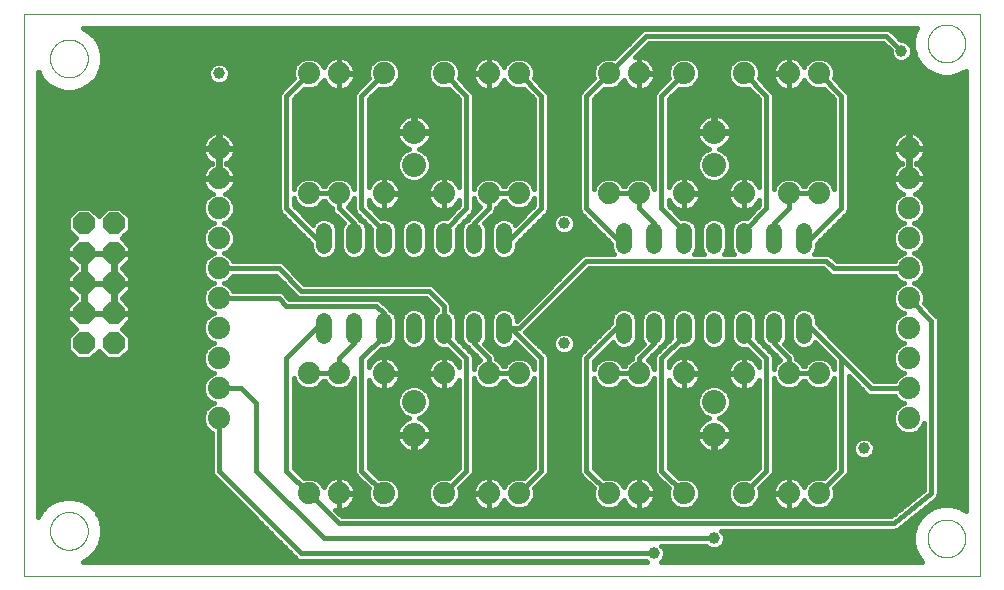
<source format=gtl>
G75*
%MOIN*%
%OFA0B0*%
%FSLAX25Y25*%
%IPPOS*%
%LPD*%
%AMOC8*
5,1,8,0,0,1.08239X$1,22.5*
%
%ADD10C,0.00000*%
%ADD11C,0.05200*%
%ADD12C,0.07400*%
%ADD13C,0.08000*%
%ADD14OC8,0.07400*%
%ADD15C,0.01600*%
%ADD16C,0.03962*%
D10*
X0003050Y0001000D02*
X0003050Y0188461D01*
X0321751Y0188461D01*
X0321751Y0001000D01*
X0003050Y0001000D01*
X0011751Y0016000D02*
X0011753Y0016158D01*
X0011759Y0016316D01*
X0011769Y0016474D01*
X0011783Y0016632D01*
X0011801Y0016789D01*
X0011822Y0016946D01*
X0011848Y0017102D01*
X0011878Y0017258D01*
X0011911Y0017413D01*
X0011949Y0017566D01*
X0011990Y0017719D01*
X0012035Y0017871D01*
X0012084Y0018022D01*
X0012137Y0018171D01*
X0012193Y0018319D01*
X0012253Y0018465D01*
X0012317Y0018610D01*
X0012385Y0018753D01*
X0012456Y0018895D01*
X0012530Y0019035D01*
X0012608Y0019172D01*
X0012690Y0019308D01*
X0012774Y0019442D01*
X0012863Y0019573D01*
X0012954Y0019702D01*
X0013049Y0019829D01*
X0013146Y0019954D01*
X0013247Y0020076D01*
X0013351Y0020195D01*
X0013458Y0020312D01*
X0013568Y0020426D01*
X0013681Y0020537D01*
X0013796Y0020646D01*
X0013914Y0020751D01*
X0014035Y0020853D01*
X0014158Y0020953D01*
X0014284Y0021049D01*
X0014412Y0021142D01*
X0014542Y0021232D01*
X0014675Y0021318D01*
X0014810Y0021402D01*
X0014946Y0021481D01*
X0015085Y0021558D01*
X0015226Y0021630D01*
X0015368Y0021700D01*
X0015512Y0021765D01*
X0015658Y0021827D01*
X0015805Y0021885D01*
X0015954Y0021940D01*
X0016104Y0021991D01*
X0016255Y0022038D01*
X0016407Y0022081D01*
X0016560Y0022120D01*
X0016715Y0022156D01*
X0016870Y0022187D01*
X0017026Y0022215D01*
X0017182Y0022239D01*
X0017339Y0022259D01*
X0017497Y0022275D01*
X0017654Y0022287D01*
X0017813Y0022295D01*
X0017971Y0022299D01*
X0018129Y0022299D01*
X0018287Y0022295D01*
X0018446Y0022287D01*
X0018603Y0022275D01*
X0018761Y0022259D01*
X0018918Y0022239D01*
X0019074Y0022215D01*
X0019230Y0022187D01*
X0019385Y0022156D01*
X0019540Y0022120D01*
X0019693Y0022081D01*
X0019845Y0022038D01*
X0019996Y0021991D01*
X0020146Y0021940D01*
X0020295Y0021885D01*
X0020442Y0021827D01*
X0020588Y0021765D01*
X0020732Y0021700D01*
X0020874Y0021630D01*
X0021015Y0021558D01*
X0021154Y0021481D01*
X0021290Y0021402D01*
X0021425Y0021318D01*
X0021558Y0021232D01*
X0021688Y0021142D01*
X0021816Y0021049D01*
X0021942Y0020953D01*
X0022065Y0020853D01*
X0022186Y0020751D01*
X0022304Y0020646D01*
X0022419Y0020537D01*
X0022532Y0020426D01*
X0022642Y0020312D01*
X0022749Y0020195D01*
X0022853Y0020076D01*
X0022954Y0019954D01*
X0023051Y0019829D01*
X0023146Y0019702D01*
X0023237Y0019573D01*
X0023326Y0019442D01*
X0023410Y0019308D01*
X0023492Y0019172D01*
X0023570Y0019035D01*
X0023644Y0018895D01*
X0023715Y0018753D01*
X0023783Y0018610D01*
X0023847Y0018465D01*
X0023907Y0018319D01*
X0023963Y0018171D01*
X0024016Y0018022D01*
X0024065Y0017871D01*
X0024110Y0017719D01*
X0024151Y0017566D01*
X0024189Y0017413D01*
X0024222Y0017258D01*
X0024252Y0017102D01*
X0024278Y0016946D01*
X0024299Y0016789D01*
X0024317Y0016632D01*
X0024331Y0016474D01*
X0024341Y0016316D01*
X0024347Y0016158D01*
X0024349Y0016000D01*
X0024347Y0015842D01*
X0024341Y0015684D01*
X0024331Y0015526D01*
X0024317Y0015368D01*
X0024299Y0015211D01*
X0024278Y0015054D01*
X0024252Y0014898D01*
X0024222Y0014742D01*
X0024189Y0014587D01*
X0024151Y0014434D01*
X0024110Y0014281D01*
X0024065Y0014129D01*
X0024016Y0013978D01*
X0023963Y0013829D01*
X0023907Y0013681D01*
X0023847Y0013535D01*
X0023783Y0013390D01*
X0023715Y0013247D01*
X0023644Y0013105D01*
X0023570Y0012965D01*
X0023492Y0012828D01*
X0023410Y0012692D01*
X0023326Y0012558D01*
X0023237Y0012427D01*
X0023146Y0012298D01*
X0023051Y0012171D01*
X0022954Y0012046D01*
X0022853Y0011924D01*
X0022749Y0011805D01*
X0022642Y0011688D01*
X0022532Y0011574D01*
X0022419Y0011463D01*
X0022304Y0011354D01*
X0022186Y0011249D01*
X0022065Y0011147D01*
X0021942Y0011047D01*
X0021816Y0010951D01*
X0021688Y0010858D01*
X0021558Y0010768D01*
X0021425Y0010682D01*
X0021290Y0010598D01*
X0021154Y0010519D01*
X0021015Y0010442D01*
X0020874Y0010370D01*
X0020732Y0010300D01*
X0020588Y0010235D01*
X0020442Y0010173D01*
X0020295Y0010115D01*
X0020146Y0010060D01*
X0019996Y0010009D01*
X0019845Y0009962D01*
X0019693Y0009919D01*
X0019540Y0009880D01*
X0019385Y0009844D01*
X0019230Y0009813D01*
X0019074Y0009785D01*
X0018918Y0009761D01*
X0018761Y0009741D01*
X0018603Y0009725D01*
X0018446Y0009713D01*
X0018287Y0009705D01*
X0018129Y0009701D01*
X0017971Y0009701D01*
X0017813Y0009705D01*
X0017654Y0009713D01*
X0017497Y0009725D01*
X0017339Y0009741D01*
X0017182Y0009761D01*
X0017026Y0009785D01*
X0016870Y0009813D01*
X0016715Y0009844D01*
X0016560Y0009880D01*
X0016407Y0009919D01*
X0016255Y0009962D01*
X0016104Y0010009D01*
X0015954Y0010060D01*
X0015805Y0010115D01*
X0015658Y0010173D01*
X0015512Y0010235D01*
X0015368Y0010300D01*
X0015226Y0010370D01*
X0015085Y0010442D01*
X0014946Y0010519D01*
X0014810Y0010598D01*
X0014675Y0010682D01*
X0014542Y0010768D01*
X0014412Y0010858D01*
X0014284Y0010951D01*
X0014158Y0011047D01*
X0014035Y0011147D01*
X0013914Y0011249D01*
X0013796Y0011354D01*
X0013681Y0011463D01*
X0013568Y0011574D01*
X0013458Y0011688D01*
X0013351Y0011805D01*
X0013247Y0011924D01*
X0013146Y0012046D01*
X0013049Y0012171D01*
X0012954Y0012298D01*
X0012863Y0012427D01*
X0012774Y0012558D01*
X0012690Y0012692D01*
X0012608Y0012828D01*
X0012530Y0012965D01*
X0012456Y0013105D01*
X0012385Y0013247D01*
X0012317Y0013390D01*
X0012253Y0013535D01*
X0012193Y0013681D01*
X0012137Y0013829D01*
X0012084Y0013978D01*
X0012035Y0014129D01*
X0011990Y0014281D01*
X0011949Y0014434D01*
X0011911Y0014587D01*
X0011878Y0014742D01*
X0011848Y0014898D01*
X0011822Y0015054D01*
X0011801Y0015211D01*
X0011783Y0015368D01*
X0011769Y0015526D01*
X0011759Y0015684D01*
X0011753Y0015842D01*
X0011751Y0016000D01*
X0011751Y0173500D02*
X0011753Y0173658D01*
X0011759Y0173816D01*
X0011769Y0173974D01*
X0011783Y0174132D01*
X0011801Y0174289D01*
X0011822Y0174446D01*
X0011848Y0174602D01*
X0011878Y0174758D01*
X0011911Y0174913D01*
X0011949Y0175066D01*
X0011990Y0175219D01*
X0012035Y0175371D01*
X0012084Y0175522D01*
X0012137Y0175671D01*
X0012193Y0175819D01*
X0012253Y0175965D01*
X0012317Y0176110D01*
X0012385Y0176253D01*
X0012456Y0176395D01*
X0012530Y0176535D01*
X0012608Y0176672D01*
X0012690Y0176808D01*
X0012774Y0176942D01*
X0012863Y0177073D01*
X0012954Y0177202D01*
X0013049Y0177329D01*
X0013146Y0177454D01*
X0013247Y0177576D01*
X0013351Y0177695D01*
X0013458Y0177812D01*
X0013568Y0177926D01*
X0013681Y0178037D01*
X0013796Y0178146D01*
X0013914Y0178251D01*
X0014035Y0178353D01*
X0014158Y0178453D01*
X0014284Y0178549D01*
X0014412Y0178642D01*
X0014542Y0178732D01*
X0014675Y0178818D01*
X0014810Y0178902D01*
X0014946Y0178981D01*
X0015085Y0179058D01*
X0015226Y0179130D01*
X0015368Y0179200D01*
X0015512Y0179265D01*
X0015658Y0179327D01*
X0015805Y0179385D01*
X0015954Y0179440D01*
X0016104Y0179491D01*
X0016255Y0179538D01*
X0016407Y0179581D01*
X0016560Y0179620D01*
X0016715Y0179656D01*
X0016870Y0179687D01*
X0017026Y0179715D01*
X0017182Y0179739D01*
X0017339Y0179759D01*
X0017497Y0179775D01*
X0017654Y0179787D01*
X0017813Y0179795D01*
X0017971Y0179799D01*
X0018129Y0179799D01*
X0018287Y0179795D01*
X0018446Y0179787D01*
X0018603Y0179775D01*
X0018761Y0179759D01*
X0018918Y0179739D01*
X0019074Y0179715D01*
X0019230Y0179687D01*
X0019385Y0179656D01*
X0019540Y0179620D01*
X0019693Y0179581D01*
X0019845Y0179538D01*
X0019996Y0179491D01*
X0020146Y0179440D01*
X0020295Y0179385D01*
X0020442Y0179327D01*
X0020588Y0179265D01*
X0020732Y0179200D01*
X0020874Y0179130D01*
X0021015Y0179058D01*
X0021154Y0178981D01*
X0021290Y0178902D01*
X0021425Y0178818D01*
X0021558Y0178732D01*
X0021688Y0178642D01*
X0021816Y0178549D01*
X0021942Y0178453D01*
X0022065Y0178353D01*
X0022186Y0178251D01*
X0022304Y0178146D01*
X0022419Y0178037D01*
X0022532Y0177926D01*
X0022642Y0177812D01*
X0022749Y0177695D01*
X0022853Y0177576D01*
X0022954Y0177454D01*
X0023051Y0177329D01*
X0023146Y0177202D01*
X0023237Y0177073D01*
X0023326Y0176942D01*
X0023410Y0176808D01*
X0023492Y0176672D01*
X0023570Y0176535D01*
X0023644Y0176395D01*
X0023715Y0176253D01*
X0023783Y0176110D01*
X0023847Y0175965D01*
X0023907Y0175819D01*
X0023963Y0175671D01*
X0024016Y0175522D01*
X0024065Y0175371D01*
X0024110Y0175219D01*
X0024151Y0175066D01*
X0024189Y0174913D01*
X0024222Y0174758D01*
X0024252Y0174602D01*
X0024278Y0174446D01*
X0024299Y0174289D01*
X0024317Y0174132D01*
X0024331Y0173974D01*
X0024341Y0173816D01*
X0024347Y0173658D01*
X0024349Y0173500D01*
X0024347Y0173342D01*
X0024341Y0173184D01*
X0024331Y0173026D01*
X0024317Y0172868D01*
X0024299Y0172711D01*
X0024278Y0172554D01*
X0024252Y0172398D01*
X0024222Y0172242D01*
X0024189Y0172087D01*
X0024151Y0171934D01*
X0024110Y0171781D01*
X0024065Y0171629D01*
X0024016Y0171478D01*
X0023963Y0171329D01*
X0023907Y0171181D01*
X0023847Y0171035D01*
X0023783Y0170890D01*
X0023715Y0170747D01*
X0023644Y0170605D01*
X0023570Y0170465D01*
X0023492Y0170328D01*
X0023410Y0170192D01*
X0023326Y0170058D01*
X0023237Y0169927D01*
X0023146Y0169798D01*
X0023051Y0169671D01*
X0022954Y0169546D01*
X0022853Y0169424D01*
X0022749Y0169305D01*
X0022642Y0169188D01*
X0022532Y0169074D01*
X0022419Y0168963D01*
X0022304Y0168854D01*
X0022186Y0168749D01*
X0022065Y0168647D01*
X0021942Y0168547D01*
X0021816Y0168451D01*
X0021688Y0168358D01*
X0021558Y0168268D01*
X0021425Y0168182D01*
X0021290Y0168098D01*
X0021154Y0168019D01*
X0021015Y0167942D01*
X0020874Y0167870D01*
X0020732Y0167800D01*
X0020588Y0167735D01*
X0020442Y0167673D01*
X0020295Y0167615D01*
X0020146Y0167560D01*
X0019996Y0167509D01*
X0019845Y0167462D01*
X0019693Y0167419D01*
X0019540Y0167380D01*
X0019385Y0167344D01*
X0019230Y0167313D01*
X0019074Y0167285D01*
X0018918Y0167261D01*
X0018761Y0167241D01*
X0018603Y0167225D01*
X0018446Y0167213D01*
X0018287Y0167205D01*
X0018129Y0167201D01*
X0017971Y0167201D01*
X0017813Y0167205D01*
X0017654Y0167213D01*
X0017497Y0167225D01*
X0017339Y0167241D01*
X0017182Y0167261D01*
X0017026Y0167285D01*
X0016870Y0167313D01*
X0016715Y0167344D01*
X0016560Y0167380D01*
X0016407Y0167419D01*
X0016255Y0167462D01*
X0016104Y0167509D01*
X0015954Y0167560D01*
X0015805Y0167615D01*
X0015658Y0167673D01*
X0015512Y0167735D01*
X0015368Y0167800D01*
X0015226Y0167870D01*
X0015085Y0167942D01*
X0014946Y0168019D01*
X0014810Y0168098D01*
X0014675Y0168182D01*
X0014542Y0168268D01*
X0014412Y0168358D01*
X0014284Y0168451D01*
X0014158Y0168547D01*
X0014035Y0168647D01*
X0013914Y0168749D01*
X0013796Y0168854D01*
X0013681Y0168963D01*
X0013568Y0169074D01*
X0013458Y0169188D01*
X0013351Y0169305D01*
X0013247Y0169424D01*
X0013146Y0169546D01*
X0013049Y0169671D01*
X0012954Y0169798D01*
X0012863Y0169927D01*
X0012774Y0170058D01*
X0012690Y0170192D01*
X0012608Y0170328D01*
X0012530Y0170465D01*
X0012456Y0170605D01*
X0012385Y0170747D01*
X0012317Y0170890D01*
X0012253Y0171035D01*
X0012193Y0171181D01*
X0012137Y0171329D01*
X0012084Y0171478D01*
X0012035Y0171629D01*
X0011990Y0171781D01*
X0011949Y0171934D01*
X0011911Y0172087D01*
X0011878Y0172242D01*
X0011848Y0172398D01*
X0011822Y0172554D01*
X0011801Y0172711D01*
X0011783Y0172868D01*
X0011769Y0173026D01*
X0011759Y0173184D01*
X0011753Y0173342D01*
X0011751Y0173500D01*
X0304251Y0178500D02*
X0304253Y0178658D01*
X0304259Y0178816D01*
X0304269Y0178974D01*
X0304283Y0179132D01*
X0304301Y0179289D01*
X0304322Y0179446D01*
X0304348Y0179602D01*
X0304378Y0179758D01*
X0304411Y0179913D01*
X0304449Y0180066D01*
X0304490Y0180219D01*
X0304535Y0180371D01*
X0304584Y0180522D01*
X0304637Y0180671D01*
X0304693Y0180819D01*
X0304753Y0180965D01*
X0304817Y0181110D01*
X0304885Y0181253D01*
X0304956Y0181395D01*
X0305030Y0181535D01*
X0305108Y0181672D01*
X0305190Y0181808D01*
X0305274Y0181942D01*
X0305363Y0182073D01*
X0305454Y0182202D01*
X0305549Y0182329D01*
X0305646Y0182454D01*
X0305747Y0182576D01*
X0305851Y0182695D01*
X0305958Y0182812D01*
X0306068Y0182926D01*
X0306181Y0183037D01*
X0306296Y0183146D01*
X0306414Y0183251D01*
X0306535Y0183353D01*
X0306658Y0183453D01*
X0306784Y0183549D01*
X0306912Y0183642D01*
X0307042Y0183732D01*
X0307175Y0183818D01*
X0307310Y0183902D01*
X0307446Y0183981D01*
X0307585Y0184058D01*
X0307726Y0184130D01*
X0307868Y0184200D01*
X0308012Y0184265D01*
X0308158Y0184327D01*
X0308305Y0184385D01*
X0308454Y0184440D01*
X0308604Y0184491D01*
X0308755Y0184538D01*
X0308907Y0184581D01*
X0309060Y0184620D01*
X0309215Y0184656D01*
X0309370Y0184687D01*
X0309526Y0184715D01*
X0309682Y0184739D01*
X0309839Y0184759D01*
X0309997Y0184775D01*
X0310154Y0184787D01*
X0310313Y0184795D01*
X0310471Y0184799D01*
X0310629Y0184799D01*
X0310787Y0184795D01*
X0310946Y0184787D01*
X0311103Y0184775D01*
X0311261Y0184759D01*
X0311418Y0184739D01*
X0311574Y0184715D01*
X0311730Y0184687D01*
X0311885Y0184656D01*
X0312040Y0184620D01*
X0312193Y0184581D01*
X0312345Y0184538D01*
X0312496Y0184491D01*
X0312646Y0184440D01*
X0312795Y0184385D01*
X0312942Y0184327D01*
X0313088Y0184265D01*
X0313232Y0184200D01*
X0313374Y0184130D01*
X0313515Y0184058D01*
X0313654Y0183981D01*
X0313790Y0183902D01*
X0313925Y0183818D01*
X0314058Y0183732D01*
X0314188Y0183642D01*
X0314316Y0183549D01*
X0314442Y0183453D01*
X0314565Y0183353D01*
X0314686Y0183251D01*
X0314804Y0183146D01*
X0314919Y0183037D01*
X0315032Y0182926D01*
X0315142Y0182812D01*
X0315249Y0182695D01*
X0315353Y0182576D01*
X0315454Y0182454D01*
X0315551Y0182329D01*
X0315646Y0182202D01*
X0315737Y0182073D01*
X0315826Y0181942D01*
X0315910Y0181808D01*
X0315992Y0181672D01*
X0316070Y0181535D01*
X0316144Y0181395D01*
X0316215Y0181253D01*
X0316283Y0181110D01*
X0316347Y0180965D01*
X0316407Y0180819D01*
X0316463Y0180671D01*
X0316516Y0180522D01*
X0316565Y0180371D01*
X0316610Y0180219D01*
X0316651Y0180066D01*
X0316689Y0179913D01*
X0316722Y0179758D01*
X0316752Y0179602D01*
X0316778Y0179446D01*
X0316799Y0179289D01*
X0316817Y0179132D01*
X0316831Y0178974D01*
X0316841Y0178816D01*
X0316847Y0178658D01*
X0316849Y0178500D01*
X0316847Y0178342D01*
X0316841Y0178184D01*
X0316831Y0178026D01*
X0316817Y0177868D01*
X0316799Y0177711D01*
X0316778Y0177554D01*
X0316752Y0177398D01*
X0316722Y0177242D01*
X0316689Y0177087D01*
X0316651Y0176934D01*
X0316610Y0176781D01*
X0316565Y0176629D01*
X0316516Y0176478D01*
X0316463Y0176329D01*
X0316407Y0176181D01*
X0316347Y0176035D01*
X0316283Y0175890D01*
X0316215Y0175747D01*
X0316144Y0175605D01*
X0316070Y0175465D01*
X0315992Y0175328D01*
X0315910Y0175192D01*
X0315826Y0175058D01*
X0315737Y0174927D01*
X0315646Y0174798D01*
X0315551Y0174671D01*
X0315454Y0174546D01*
X0315353Y0174424D01*
X0315249Y0174305D01*
X0315142Y0174188D01*
X0315032Y0174074D01*
X0314919Y0173963D01*
X0314804Y0173854D01*
X0314686Y0173749D01*
X0314565Y0173647D01*
X0314442Y0173547D01*
X0314316Y0173451D01*
X0314188Y0173358D01*
X0314058Y0173268D01*
X0313925Y0173182D01*
X0313790Y0173098D01*
X0313654Y0173019D01*
X0313515Y0172942D01*
X0313374Y0172870D01*
X0313232Y0172800D01*
X0313088Y0172735D01*
X0312942Y0172673D01*
X0312795Y0172615D01*
X0312646Y0172560D01*
X0312496Y0172509D01*
X0312345Y0172462D01*
X0312193Y0172419D01*
X0312040Y0172380D01*
X0311885Y0172344D01*
X0311730Y0172313D01*
X0311574Y0172285D01*
X0311418Y0172261D01*
X0311261Y0172241D01*
X0311103Y0172225D01*
X0310946Y0172213D01*
X0310787Y0172205D01*
X0310629Y0172201D01*
X0310471Y0172201D01*
X0310313Y0172205D01*
X0310154Y0172213D01*
X0309997Y0172225D01*
X0309839Y0172241D01*
X0309682Y0172261D01*
X0309526Y0172285D01*
X0309370Y0172313D01*
X0309215Y0172344D01*
X0309060Y0172380D01*
X0308907Y0172419D01*
X0308755Y0172462D01*
X0308604Y0172509D01*
X0308454Y0172560D01*
X0308305Y0172615D01*
X0308158Y0172673D01*
X0308012Y0172735D01*
X0307868Y0172800D01*
X0307726Y0172870D01*
X0307585Y0172942D01*
X0307446Y0173019D01*
X0307310Y0173098D01*
X0307175Y0173182D01*
X0307042Y0173268D01*
X0306912Y0173358D01*
X0306784Y0173451D01*
X0306658Y0173547D01*
X0306535Y0173647D01*
X0306414Y0173749D01*
X0306296Y0173854D01*
X0306181Y0173963D01*
X0306068Y0174074D01*
X0305958Y0174188D01*
X0305851Y0174305D01*
X0305747Y0174424D01*
X0305646Y0174546D01*
X0305549Y0174671D01*
X0305454Y0174798D01*
X0305363Y0174927D01*
X0305274Y0175058D01*
X0305190Y0175192D01*
X0305108Y0175328D01*
X0305030Y0175465D01*
X0304956Y0175605D01*
X0304885Y0175747D01*
X0304817Y0175890D01*
X0304753Y0176035D01*
X0304693Y0176181D01*
X0304637Y0176329D01*
X0304584Y0176478D01*
X0304535Y0176629D01*
X0304490Y0176781D01*
X0304449Y0176934D01*
X0304411Y0177087D01*
X0304378Y0177242D01*
X0304348Y0177398D01*
X0304322Y0177554D01*
X0304301Y0177711D01*
X0304283Y0177868D01*
X0304269Y0178026D01*
X0304259Y0178184D01*
X0304253Y0178342D01*
X0304251Y0178500D01*
X0304251Y0013500D02*
X0304253Y0013658D01*
X0304259Y0013816D01*
X0304269Y0013974D01*
X0304283Y0014132D01*
X0304301Y0014289D01*
X0304322Y0014446D01*
X0304348Y0014602D01*
X0304378Y0014758D01*
X0304411Y0014913D01*
X0304449Y0015066D01*
X0304490Y0015219D01*
X0304535Y0015371D01*
X0304584Y0015522D01*
X0304637Y0015671D01*
X0304693Y0015819D01*
X0304753Y0015965D01*
X0304817Y0016110D01*
X0304885Y0016253D01*
X0304956Y0016395D01*
X0305030Y0016535D01*
X0305108Y0016672D01*
X0305190Y0016808D01*
X0305274Y0016942D01*
X0305363Y0017073D01*
X0305454Y0017202D01*
X0305549Y0017329D01*
X0305646Y0017454D01*
X0305747Y0017576D01*
X0305851Y0017695D01*
X0305958Y0017812D01*
X0306068Y0017926D01*
X0306181Y0018037D01*
X0306296Y0018146D01*
X0306414Y0018251D01*
X0306535Y0018353D01*
X0306658Y0018453D01*
X0306784Y0018549D01*
X0306912Y0018642D01*
X0307042Y0018732D01*
X0307175Y0018818D01*
X0307310Y0018902D01*
X0307446Y0018981D01*
X0307585Y0019058D01*
X0307726Y0019130D01*
X0307868Y0019200D01*
X0308012Y0019265D01*
X0308158Y0019327D01*
X0308305Y0019385D01*
X0308454Y0019440D01*
X0308604Y0019491D01*
X0308755Y0019538D01*
X0308907Y0019581D01*
X0309060Y0019620D01*
X0309215Y0019656D01*
X0309370Y0019687D01*
X0309526Y0019715D01*
X0309682Y0019739D01*
X0309839Y0019759D01*
X0309997Y0019775D01*
X0310154Y0019787D01*
X0310313Y0019795D01*
X0310471Y0019799D01*
X0310629Y0019799D01*
X0310787Y0019795D01*
X0310946Y0019787D01*
X0311103Y0019775D01*
X0311261Y0019759D01*
X0311418Y0019739D01*
X0311574Y0019715D01*
X0311730Y0019687D01*
X0311885Y0019656D01*
X0312040Y0019620D01*
X0312193Y0019581D01*
X0312345Y0019538D01*
X0312496Y0019491D01*
X0312646Y0019440D01*
X0312795Y0019385D01*
X0312942Y0019327D01*
X0313088Y0019265D01*
X0313232Y0019200D01*
X0313374Y0019130D01*
X0313515Y0019058D01*
X0313654Y0018981D01*
X0313790Y0018902D01*
X0313925Y0018818D01*
X0314058Y0018732D01*
X0314188Y0018642D01*
X0314316Y0018549D01*
X0314442Y0018453D01*
X0314565Y0018353D01*
X0314686Y0018251D01*
X0314804Y0018146D01*
X0314919Y0018037D01*
X0315032Y0017926D01*
X0315142Y0017812D01*
X0315249Y0017695D01*
X0315353Y0017576D01*
X0315454Y0017454D01*
X0315551Y0017329D01*
X0315646Y0017202D01*
X0315737Y0017073D01*
X0315826Y0016942D01*
X0315910Y0016808D01*
X0315992Y0016672D01*
X0316070Y0016535D01*
X0316144Y0016395D01*
X0316215Y0016253D01*
X0316283Y0016110D01*
X0316347Y0015965D01*
X0316407Y0015819D01*
X0316463Y0015671D01*
X0316516Y0015522D01*
X0316565Y0015371D01*
X0316610Y0015219D01*
X0316651Y0015066D01*
X0316689Y0014913D01*
X0316722Y0014758D01*
X0316752Y0014602D01*
X0316778Y0014446D01*
X0316799Y0014289D01*
X0316817Y0014132D01*
X0316831Y0013974D01*
X0316841Y0013816D01*
X0316847Y0013658D01*
X0316849Y0013500D01*
X0316847Y0013342D01*
X0316841Y0013184D01*
X0316831Y0013026D01*
X0316817Y0012868D01*
X0316799Y0012711D01*
X0316778Y0012554D01*
X0316752Y0012398D01*
X0316722Y0012242D01*
X0316689Y0012087D01*
X0316651Y0011934D01*
X0316610Y0011781D01*
X0316565Y0011629D01*
X0316516Y0011478D01*
X0316463Y0011329D01*
X0316407Y0011181D01*
X0316347Y0011035D01*
X0316283Y0010890D01*
X0316215Y0010747D01*
X0316144Y0010605D01*
X0316070Y0010465D01*
X0315992Y0010328D01*
X0315910Y0010192D01*
X0315826Y0010058D01*
X0315737Y0009927D01*
X0315646Y0009798D01*
X0315551Y0009671D01*
X0315454Y0009546D01*
X0315353Y0009424D01*
X0315249Y0009305D01*
X0315142Y0009188D01*
X0315032Y0009074D01*
X0314919Y0008963D01*
X0314804Y0008854D01*
X0314686Y0008749D01*
X0314565Y0008647D01*
X0314442Y0008547D01*
X0314316Y0008451D01*
X0314188Y0008358D01*
X0314058Y0008268D01*
X0313925Y0008182D01*
X0313790Y0008098D01*
X0313654Y0008019D01*
X0313515Y0007942D01*
X0313374Y0007870D01*
X0313232Y0007800D01*
X0313088Y0007735D01*
X0312942Y0007673D01*
X0312795Y0007615D01*
X0312646Y0007560D01*
X0312496Y0007509D01*
X0312345Y0007462D01*
X0312193Y0007419D01*
X0312040Y0007380D01*
X0311885Y0007344D01*
X0311730Y0007313D01*
X0311574Y0007285D01*
X0311418Y0007261D01*
X0311261Y0007241D01*
X0311103Y0007225D01*
X0310946Y0007213D01*
X0310787Y0007205D01*
X0310629Y0007201D01*
X0310471Y0007201D01*
X0310313Y0007205D01*
X0310154Y0007213D01*
X0309997Y0007225D01*
X0309839Y0007241D01*
X0309682Y0007261D01*
X0309526Y0007285D01*
X0309370Y0007313D01*
X0309215Y0007344D01*
X0309060Y0007380D01*
X0308907Y0007419D01*
X0308755Y0007462D01*
X0308604Y0007509D01*
X0308454Y0007560D01*
X0308305Y0007615D01*
X0308158Y0007673D01*
X0308012Y0007735D01*
X0307868Y0007800D01*
X0307726Y0007870D01*
X0307585Y0007942D01*
X0307446Y0008019D01*
X0307310Y0008098D01*
X0307175Y0008182D01*
X0307042Y0008268D01*
X0306912Y0008358D01*
X0306784Y0008451D01*
X0306658Y0008547D01*
X0306535Y0008647D01*
X0306414Y0008749D01*
X0306296Y0008854D01*
X0306181Y0008963D01*
X0306068Y0009074D01*
X0305958Y0009188D01*
X0305851Y0009305D01*
X0305747Y0009424D01*
X0305646Y0009546D01*
X0305549Y0009671D01*
X0305454Y0009798D01*
X0305363Y0009927D01*
X0305274Y0010058D01*
X0305190Y0010192D01*
X0305108Y0010328D01*
X0305030Y0010465D01*
X0304956Y0010605D01*
X0304885Y0010747D01*
X0304817Y0010890D01*
X0304753Y0011035D01*
X0304693Y0011181D01*
X0304637Y0011329D01*
X0304584Y0011478D01*
X0304535Y0011629D01*
X0304490Y0011781D01*
X0304449Y0011934D01*
X0304411Y0012087D01*
X0304378Y0012242D01*
X0304348Y0012398D01*
X0304322Y0012554D01*
X0304301Y0012711D01*
X0304283Y0012868D01*
X0304269Y0013026D01*
X0304259Y0013184D01*
X0304253Y0013342D01*
X0304251Y0013500D01*
D11*
X0263050Y0080900D02*
X0263050Y0086100D01*
X0253050Y0086100D02*
X0253050Y0080900D01*
X0243050Y0080900D02*
X0243050Y0086100D01*
X0233050Y0086100D02*
X0233050Y0080900D01*
X0223050Y0080900D02*
X0223050Y0086100D01*
X0213050Y0086100D02*
X0213050Y0080900D01*
X0203050Y0080900D02*
X0203050Y0086100D01*
X0163050Y0086100D02*
X0163050Y0080900D01*
X0153050Y0080900D02*
X0153050Y0086100D01*
X0143050Y0086100D02*
X0143050Y0080900D01*
X0133050Y0080900D02*
X0133050Y0086100D01*
X0123050Y0086100D02*
X0123050Y0080900D01*
X0113050Y0080900D02*
X0113050Y0086100D01*
X0103050Y0086100D02*
X0103050Y0080900D01*
X0103050Y0110900D02*
X0103050Y0116100D01*
X0113050Y0116100D02*
X0113050Y0110900D01*
X0123050Y0110900D02*
X0123050Y0116100D01*
X0133050Y0116100D02*
X0133050Y0110900D01*
X0143050Y0110900D02*
X0143050Y0116100D01*
X0153050Y0116100D02*
X0153050Y0110900D01*
X0163050Y0110900D02*
X0163050Y0116100D01*
X0203050Y0116100D02*
X0203050Y0110900D01*
X0213050Y0110900D02*
X0213050Y0116100D01*
X0223050Y0116100D02*
X0223050Y0110900D01*
X0233050Y0110900D02*
X0233050Y0116100D01*
X0243050Y0116100D02*
X0243050Y0110900D01*
X0253050Y0110900D02*
X0253050Y0116100D01*
X0263050Y0116100D02*
X0263050Y0110900D01*
D12*
X0258050Y0128500D03*
X0268050Y0128500D03*
X0243050Y0128500D03*
X0223050Y0128500D03*
X0208050Y0128500D03*
X0198050Y0128500D03*
X0168050Y0128500D03*
X0158050Y0128500D03*
X0143050Y0128500D03*
X0123050Y0128500D03*
X0108050Y0128500D03*
X0098050Y0128500D03*
X0068050Y0123500D03*
X0068050Y0113500D03*
X0068050Y0103500D03*
X0068050Y0093500D03*
X0068050Y0083500D03*
X0068050Y0073500D03*
X0068050Y0063500D03*
X0068050Y0053500D03*
X0098050Y0068500D03*
X0108050Y0068500D03*
X0123050Y0068500D03*
X0143050Y0068500D03*
X0158050Y0068500D03*
X0168050Y0068500D03*
X0198050Y0068500D03*
X0208050Y0068500D03*
X0223050Y0068500D03*
X0243050Y0068500D03*
X0258050Y0068500D03*
X0268050Y0068500D03*
X0298050Y0063500D03*
X0298050Y0073500D03*
X0298050Y0083500D03*
X0298050Y0093500D03*
X0298050Y0103500D03*
X0298050Y0113500D03*
X0298050Y0123500D03*
X0298050Y0133500D03*
X0298050Y0143500D03*
X0268050Y0168500D03*
X0258050Y0168500D03*
X0243050Y0168500D03*
X0223050Y0168500D03*
X0208050Y0168500D03*
X0198050Y0168500D03*
X0168050Y0168500D03*
X0158050Y0168500D03*
X0143050Y0168500D03*
X0123050Y0168500D03*
X0108050Y0168500D03*
X0098050Y0168500D03*
X0068050Y0143500D03*
X0068050Y0133500D03*
X0098050Y0028500D03*
X0108050Y0028500D03*
X0123050Y0028500D03*
X0143050Y0028500D03*
X0158050Y0028500D03*
X0168050Y0028500D03*
X0198050Y0028500D03*
X0208050Y0028500D03*
X0223050Y0028500D03*
X0243050Y0028500D03*
X0258050Y0028500D03*
X0268050Y0028500D03*
X0298050Y0053500D03*
D13*
X0233050Y0048000D03*
X0233050Y0059000D03*
X0133050Y0059000D03*
X0133050Y0048000D03*
X0133050Y0138000D03*
X0133050Y0149000D03*
X0233050Y0149000D03*
X0233050Y0138000D03*
D14*
X0033050Y0118500D03*
X0023050Y0118500D03*
X0023050Y0108500D03*
X0033050Y0108500D03*
X0033050Y0098500D03*
X0023050Y0098500D03*
X0023050Y0088500D03*
X0033050Y0088500D03*
X0033050Y0078500D03*
X0023050Y0078500D03*
D15*
X0028050Y0076005D02*
X0030855Y0073200D01*
X0035245Y0073200D01*
X0038350Y0076305D01*
X0038350Y0080695D01*
X0035687Y0083359D01*
X0038550Y0086222D01*
X0038550Y0088300D01*
X0033250Y0088300D01*
X0033250Y0088700D01*
X0038550Y0088700D01*
X0038550Y0090778D01*
X0035828Y0093500D01*
X0038550Y0096222D01*
X0038550Y0098300D01*
X0033250Y0098300D01*
X0033250Y0098700D01*
X0038550Y0098700D01*
X0038550Y0100778D01*
X0035828Y0103500D01*
X0038550Y0106222D01*
X0038550Y0108300D01*
X0033250Y0108300D01*
X0033250Y0108700D01*
X0038550Y0108700D01*
X0038550Y0110778D01*
X0035687Y0113641D01*
X0038350Y0116305D01*
X0038350Y0120695D01*
X0035245Y0123800D01*
X0030855Y0123800D01*
X0028050Y0120995D01*
X0025245Y0123800D01*
X0020855Y0123800D01*
X0017750Y0120695D01*
X0017750Y0116305D01*
X0020413Y0113641D01*
X0017550Y0110778D01*
X0017550Y0108700D01*
X0022850Y0108700D01*
X0022850Y0108300D01*
X0017550Y0108300D01*
X0017550Y0106222D01*
X0020272Y0103500D01*
X0017550Y0100778D01*
X0017550Y0098700D01*
X0022850Y0098700D01*
X0022850Y0104000D01*
X0022850Y0108300D01*
X0023250Y0108300D01*
X0023250Y0108700D01*
X0032850Y0108700D01*
X0032850Y0108300D01*
X0033250Y0108300D01*
X0033250Y0098700D01*
X0032850Y0098700D01*
X0032850Y0104000D01*
X0032850Y0108300D01*
X0027550Y0108300D01*
X0023250Y0108300D01*
X0023250Y0098700D01*
X0032850Y0098700D01*
X0032850Y0098300D01*
X0027550Y0098300D01*
X0023250Y0098300D01*
X0023250Y0098700D01*
X0022850Y0098700D01*
X0022850Y0098300D01*
X0017550Y0098300D01*
X0017550Y0096222D01*
X0020272Y0093500D01*
X0017550Y0090778D01*
X0017550Y0088700D01*
X0022850Y0088700D01*
X0022850Y0094000D01*
X0022850Y0098300D01*
X0023250Y0098300D01*
X0023250Y0088700D01*
X0022850Y0088700D01*
X0022850Y0088300D01*
X0017550Y0088300D01*
X0017550Y0086222D01*
X0020413Y0083359D01*
X0017750Y0080695D01*
X0017750Y0076305D01*
X0020855Y0073200D01*
X0025245Y0073200D01*
X0028050Y0076005D01*
X0026577Y0074532D02*
X0029523Y0074532D01*
X0036577Y0074532D02*
X0062750Y0074532D01*
X0062750Y0074554D02*
X0062750Y0072446D01*
X0063557Y0070498D01*
X0065048Y0069007D01*
X0066272Y0068500D01*
X0065048Y0067993D01*
X0063557Y0066502D01*
X0062750Y0064554D01*
X0062750Y0062446D01*
X0063557Y0060498D01*
X0065048Y0059007D01*
X0066272Y0058500D01*
X0065048Y0057993D01*
X0063557Y0056502D01*
X0062750Y0054554D01*
X0062750Y0052446D01*
X0063557Y0050498D01*
X0065048Y0049007D01*
X0065650Y0048757D01*
X0065650Y0035523D01*
X0066015Y0034641D01*
X0093515Y0007141D01*
X0094191Y0006465D01*
X0095073Y0006100D01*
X0210386Y0006100D01*
X0210686Y0005800D01*
X0022581Y0005800D01*
X0024865Y0007118D01*
X0026932Y0009185D01*
X0028393Y0011716D01*
X0029149Y0014539D01*
X0029149Y0017461D01*
X0028393Y0020284D01*
X0026932Y0022815D01*
X0024865Y0024882D01*
X0022334Y0026343D01*
X0019511Y0027099D01*
X0016589Y0027099D01*
X0013766Y0026343D01*
X0011235Y0024882D01*
X0009168Y0022815D01*
X0007850Y0020531D01*
X0007850Y0168969D01*
X0009168Y0166685D01*
X0011235Y0164618D01*
X0013766Y0163157D01*
X0016589Y0162401D01*
X0019511Y0162401D01*
X0022334Y0163157D01*
X0024865Y0164618D01*
X0026932Y0166685D01*
X0028393Y0169216D01*
X0029149Y0172039D01*
X0029149Y0174961D01*
X0028393Y0177784D01*
X0026932Y0180315D01*
X0024865Y0182382D01*
X0022650Y0183661D01*
X0300713Y0183661D01*
X0300207Y0182784D01*
X0299451Y0179961D01*
X0299451Y0177039D01*
X0300207Y0174216D01*
X0301668Y0171685D01*
X0303735Y0169618D01*
X0306266Y0168157D01*
X0309089Y0167401D01*
X0312011Y0167401D01*
X0314834Y0168157D01*
X0316951Y0169379D01*
X0316951Y0022621D01*
X0314834Y0023843D01*
X0312011Y0024599D01*
X0309089Y0024599D01*
X0306266Y0023843D01*
X0303735Y0022382D01*
X0301668Y0020315D01*
X0300207Y0017784D01*
X0299451Y0014961D01*
X0299451Y0012039D01*
X0300207Y0009216D01*
X0301668Y0006685D01*
X0302553Y0005800D01*
X0215414Y0005800D01*
X0216086Y0006471D01*
X0216631Y0007788D01*
X0216631Y0009212D01*
X0216086Y0010529D01*
X0215514Y0011100D01*
X0230386Y0011100D01*
X0231021Y0010464D01*
X0232338Y0009919D01*
X0233762Y0009919D01*
X0235079Y0010464D01*
X0236086Y0011471D01*
X0236631Y0012788D01*
X0236631Y0014212D01*
X0236086Y0015529D01*
X0235514Y0016100D01*
X0292917Y0016100D01*
X0293259Y0016062D01*
X0293391Y0016100D01*
X0293527Y0016100D01*
X0293846Y0016232D01*
X0294176Y0016328D01*
X0294283Y0016413D01*
X0294409Y0016465D01*
X0294653Y0016709D01*
X0306783Y0026413D01*
X0306909Y0026465D01*
X0307153Y0026709D01*
X0307422Y0026924D01*
X0307488Y0027044D01*
X0307585Y0027141D01*
X0307716Y0027459D01*
X0307883Y0027760D01*
X0307898Y0027896D01*
X0307950Y0028023D01*
X0307950Y0028367D01*
X0307988Y0028709D01*
X0307950Y0028841D01*
X0307950Y0086477D01*
X0307585Y0087359D01*
X0306909Y0088035D01*
X0303101Y0091844D01*
X0303350Y0092446D01*
X0303350Y0094554D01*
X0302543Y0096502D01*
X0301052Y0097993D01*
X0299828Y0098500D01*
X0301052Y0099007D01*
X0302543Y0100498D01*
X0303350Y0102446D01*
X0303350Y0104554D01*
X0302543Y0106502D01*
X0301052Y0107993D01*
X0299828Y0108500D01*
X0301052Y0109007D01*
X0302543Y0110498D01*
X0303350Y0112446D01*
X0303350Y0114554D01*
X0302543Y0116502D01*
X0301052Y0117993D01*
X0299828Y0118500D01*
X0301052Y0119007D01*
X0302543Y0120498D01*
X0303350Y0122446D01*
X0303350Y0124554D01*
X0302543Y0126502D01*
X0301052Y0127993D01*
X0300106Y0128385D01*
X0300161Y0128403D01*
X0300933Y0128796D01*
X0301633Y0129305D01*
X0302245Y0129917D01*
X0302754Y0130617D01*
X0303147Y0131389D01*
X0303415Y0132212D01*
X0303550Y0133067D01*
X0303550Y0133300D01*
X0298250Y0133300D01*
X0298250Y0133700D01*
X0303550Y0133700D01*
X0303550Y0133933D01*
X0303415Y0134788D01*
X0303147Y0135611D01*
X0302754Y0136383D01*
X0302245Y0137083D01*
X0301633Y0137695D01*
X0300933Y0138204D01*
X0300352Y0138500D01*
X0300933Y0138796D01*
X0301633Y0139305D01*
X0302245Y0139917D01*
X0302754Y0140617D01*
X0303147Y0141389D01*
X0303415Y0142212D01*
X0303550Y0143067D01*
X0303550Y0143300D01*
X0298250Y0143300D01*
X0298250Y0143700D01*
X0297850Y0143700D01*
X0297850Y0149000D01*
X0297617Y0149000D01*
X0296762Y0148865D01*
X0295939Y0148597D01*
X0295167Y0148204D01*
X0294467Y0147695D01*
X0293855Y0147083D01*
X0293346Y0146383D01*
X0292953Y0145611D01*
X0292685Y0144788D01*
X0292550Y0143933D01*
X0292550Y0143700D01*
X0297850Y0143700D01*
X0297850Y0143300D01*
X0292550Y0143300D01*
X0292550Y0143067D01*
X0292685Y0142212D01*
X0292953Y0141389D01*
X0293346Y0140617D01*
X0293855Y0139917D01*
X0294467Y0139305D01*
X0295167Y0138796D01*
X0295748Y0138500D01*
X0295167Y0138204D01*
X0294467Y0137695D01*
X0293855Y0137083D01*
X0293346Y0136383D01*
X0292953Y0135611D01*
X0292685Y0134788D01*
X0292550Y0133933D01*
X0292550Y0133700D01*
X0297850Y0133700D01*
X0297850Y0143300D01*
X0298250Y0143300D01*
X0298250Y0138000D01*
X0298250Y0133700D01*
X0297850Y0133700D01*
X0297850Y0133300D01*
X0292550Y0133300D01*
X0292550Y0133067D01*
X0292685Y0132212D01*
X0292953Y0131389D01*
X0293346Y0130617D01*
X0293855Y0129917D01*
X0294467Y0129305D01*
X0295167Y0128796D01*
X0295939Y0128403D01*
X0295994Y0128385D01*
X0295048Y0127993D01*
X0293557Y0126502D01*
X0292750Y0124554D01*
X0292750Y0122446D01*
X0293557Y0120498D01*
X0295048Y0119007D01*
X0296272Y0118500D01*
X0295048Y0117993D01*
X0293557Y0116502D01*
X0292750Y0114554D01*
X0292750Y0112446D01*
X0293557Y0110498D01*
X0295048Y0109007D01*
X0296272Y0108500D01*
X0295048Y0107993D01*
X0293557Y0106502D01*
X0293307Y0105900D01*
X0274044Y0105900D01*
X0272585Y0107359D01*
X0271909Y0108035D01*
X0271027Y0108400D01*
X0266490Y0108400D01*
X0266611Y0108521D01*
X0267250Y0110065D01*
X0267250Y0111806D01*
X0267585Y0112141D01*
X0277585Y0122141D01*
X0277950Y0123023D01*
X0277950Y0161477D01*
X0277585Y0162359D01*
X0276909Y0163035D01*
X0273101Y0166844D01*
X0273350Y0167446D01*
X0273350Y0169554D01*
X0272543Y0171502D01*
X0271052Y0172993D01*
X0269104Y0173800D01*
X0266996Y0173800D01*
X0265048Y0172993D01*
X0263557Y0171502D01*
X0263165Y0170556D01*
X0263147Y0170611D01*
X0262754Y0171383D01*
X0262245Y0172083D01*
X0261633Y0172695D01*
X0260933Y0173204D01*
X0260161Y0173597D01*
X0259338Y0173865D01*
X0258483Y0174000D01*
X0258136Y0174000D01*
X0258136Y0168586D01*
X0257964Y0168586D01*
X0257964Y0174000D01*
X0257617Y0174000D01*
X0256762Y0173865D01*
X0255939Y0173597D01*
X0255167Y0173204D01*
X0254467Y0172695D01*
X0253855Y0172083D01*
X0253346Y0171383D01*
X0252953Y0170611D01*
X0252685Y0169788D01*
X0252550Y0168933D01*
X0252550Y0168586D01*
X0257964Y0168586D01*
X0257964Y0168414D01*
X0258136Y0168414D01*
X0258136Y0163000D01*
X0258483Y0163000D01*
X0259338Y0163135D01*
X0260161Y0163403D01*
X0260933Y0163796D01*
X0261633Y0164305D01*
X0262245Y0164917D01*
X0262754Y0165617D01*
X0263147Y0166389D01*
X0263165Y0166444D01*
X0263557Y0165498D01*
X0265048Y0164007D01*
X0266996Y0163200D01*
X0269104Y0163200D01*
X0269706Y0163449D01*
X0273150Y0160006D01*
X0273150Y0130037D01*
X0272543Y0131502D01*
X0271052Y0132993D01*
X0269104Y0133800D01*
X0266996Y0133800D01*
X0265048Y0132993D01*
X0263557Y0131502D01*
X0263307Y0130900D01*
X0262793Y0130900D01*
X0262543Y0131502D01*
X0261052Y0132993D01*
X0259104Y0133800D01*
X0256996Y0133800D01*
X0255048Y0132993D01*
X0253557Y0131502D01*
X0252950Y0130037D01*
X0252950Y0161477D01*
X0252585Y0162359D01*
X0251909Y0163035D01*
X0248101Y0166844D01*
X0248350Y0167446D01*
X0248350Y0169554D01*
X0247543Y0171502D01*
X0246052Y0172993D01*
X0244104Y0173800D01*
X0241996Y0173800D01*
X0240048Y0172993D01*
X0238557Y0171502D01*
X0237750Y0169554D01*
X0237750Y0167446D01*
X0238557Y0165498D01*
X0240048Y0164007D01*
X0241996Y0163200D01*
X0244104Y0163200D01*
X0244706Y0163449D01*
X0248150Y0160006D01*
X0248150Y0130602D01*
X0248147Y0130611D01*
X0247754Y0131383D01*
X0247245Y0132083D01*
X0246633Y0132695D01*
X0245933Y0133204D01*
X0245161Y0133597D01*
X0244338Y0133865D01*
X0243483Y0134000D01*
X0243136Y0134000D01*
X0243136Y0128586D01*
X0242964Y0128586D01*
X0242964Y0134000D01*
X0242617Y0134000D01*
X0241762Y0133865D01*
X0240939Y0133597D01*
X0240167Y0133204D01*
X0239467Y0132695D01*
X0238855Y0132083D01*
X0238346Y0131383D01*
X0237953Y0130611D01*
X0237685Y0129788D01*
X0237550Y0128933D01*
X0237550Y0128586D01*
X0242964Y0128586D01*
X0242964Y0128414D01*
X0243136Y0128414D01*
X0243136Y0123000D01*
X0243483Y0123000D01*
X0244338Y0123135D01*
X0245161Y0123403D01*
X0245933Y0123796D01*
X0246633Y0124305D01*
X0247245Y0124917D01*
X0247754Y0125617D01*
X0248147Y0126389D01*
X0248150Y0126398D01*
X0248150Y0124494D01*
X0243935Y0120279D01*
X0243885Y0120300D01*
X0242215Y0120300D01*
X0240671Y0119661D01*
X0239489Y0118479D01*
X0238850Y0116935D01*
X0238850Y0110065D01*
X0239489Y0108521D01*
X0239610Y0108400D01*
X0236490Y0108400D01*
X0236611Y0108521D01*
X0237250Y0110065D01*
X0237250Y0116935D01*
X0236611Y0118479D01*
X0235429Y0119661D01*
X0233885Y0120300D01*
X0232215Y0120300D01*
X0230671Y0119661D01*
X0229489Y0118479D01*
X0228850Y0116935D01*
X0228850Y0110065D01*
X0229489Y0108521D01*
X0229610Y0108400D01*
X0226490Y0108400D01*
X0226611Y0108521D01*
X0227250Y0110065D01*
X0227250Y0116935D01*
X0226611Y0118479D01*
X0225429Y0119661D01*
X0223885Y0120300D01*
X0222215Y0120300D01*
X0222165Y0120279D01*
X0217950Y0124494D01*
X0217950Y0126398D01*
X0217953Y0126389D01*
X0218346Y0125617D01*
X0218855Y0124917D01*
X0219467Y0124305D01*
X0220167Y0123796D01*
X0220939Y0123403D01*
X0221762Y0123135D01*
X0222617Y0123000D01*
X0222964Y0123000D01*
X0222964Y0128414D01*
X0223136Y0128414D01*
X0223136Y0128586D01*
X0222964Y0128586D01*
X0222964Y0134000D01*
X0222617Y0134000D01*
X0221762Y0133865D01*
X0220939Y0133597D01*
X0220167Y0133204D01*
X0219467Y0132695D01*
X0218855Y0132083D01*
X0218346Y0131383D01*
X0217953Y0130611D01*
X0217950Y0130602D01*
X0217950Y0160006D01*
X0221394Y0163449D01*
X0221996Y0163200D01*
X0224104Y0163200D01*
X0226052Y0164007D01*
X0227543Y0165498D01*
X0228350Y0167446D01*
X0228350Y0169554D01*
X0227543Y0171502D01*
X0226052Y0172993D01*
X0224104Y0173800D01*
X0221996Y0173800D01*
X0220048Y0172993D01*
X0218557Y0171502D01*
X0217750Y0169554D01*
X0217750Y0167446D01*
X0217999Y0166844D01*
X0214191Y0163035D01*
X0214191Y0163035D01*
X0213515Y0162359D01*
X0213150Y0161477D01*
X0213150Y0130037D01*
X0212543Y0131502D01*
X0211052Y0132993D01*
X0209104Y0133800D01*
X0206996Y0133800D01*
X0205048Y0132993D01*
X0203557Y0131502D01*
X0203307Y0130900D01*
X0202793Y0130900D01*
X0202543Y0131502D01*
X0201052Y0132993D01*
X0199104Y0133800D01*
X0196996Y0133800D01*
X0195048Y0132993D01*
X0193557Y0131502D01*
X0192950Y0130037D01*
X0192950Y0160006D01*
X0196394Y0163449D01*
X0196996Y0163200D01*
X0199104Y0163200D01*
X0201052Y0164007D01*
X0202543Y0165498D01*
X0202935Y0166444D01*
X0202953Y0166389D01*
X0203346Y0165617D01*
X0203855Y0164917D01*
X0204467Y0164305D01*
X0205167Y0163796D01*
X0205939Y0163403D01*
X0206762Y0163135D01*
X0207617Y0163000D01*
X0207964Y0163000D01*
X0207964Y0168414D01*
X0208136Y0168414D01*
X0208136Y0168586D01*
X0207964Y0168586D01*
X0207964Y0174000D01*
X0207617Y0174000D01*
X0206817Y0173873D01*
X0211544Y0178600D01*
X0289556Y0178600D01*
X0291969Y0176187D01*
X0291969Y0175288D01*
X0292514Y0173971D01*
X0293521Y0172964D01*
X0294838Y0172419D01*
X0296262Y0172419D01*
X0297579Y0172964D01*
X0298586Y0173971D01*
X0299131Y0175288D01*
X0299131Y0176712D01*
X0298586Y0178029D01*
X0297579Y0179036D01*
X0296262Y0179581D01*
X0295363Y0179581D01*
X0292585Y0182359D01*
X0291909Y0183035D01*
X0291027Y0183400D01*
X0210073Y0183400D01*
X0209191Y0183035D01*
X0199706Y0173551D01*
X0199104Y0173800D01*
X0196996Y0173800D01*
X0195048Y0172993D01*
X0193557Y0171502D01*
X0192750Y0169554D01*
X0192750Y0167446D01*
X0192999Y0166844D01*
X0189191Y0163035D01*
X0188515Y0162359D01*
X0188150Y0161477D01*
X0188150Y0123023D01*
X0188515Y0122141D01*
X0198515Y0112141D01*
X0198850Y0111806D01*
X0198850Y0110065D01*
X0199489Y0108521D01*
X0199610Y0108400D01*
X0190073Y0108400D01*
X0189191Y0108035D01*
X0167250Y0086094D01*
X0167250Y0086935D01*
X0166611Y0088479D01*
X0165429Y0089661D01*
X0163885Y0090300D01*
X0162215Y0090300D01*
X0160671Y0089661D01*
X0159489Y0088479D01*
X0158850Y0086935D01*
X0158850Y0080065D01*
X0159489Y0078521D01*
X0160671Y0077339D01*
X0162215Y0076700D01*
X0163885Y0076700D01*
X0165429Y0077339D01*
X0166611Y0078521D01*
X0166764Y0078892D01*
X0173150Y0072506D01*
X0173150Y0070037D01*
X0172543Y0071502D01*
X0171052Y0072993D01*
X0169104Y0073800D01*
X0166996Y0073800D01*
X0165048Y0072993D01*
X0163557Y0071502D01*
X0163307Y0070900D01*
X0162793Y0070900D01*
X0162543Y0071502D01*
X0161052Y0072993D01*
X0160450Y0073243D01*
X0160450Y0073977D01*
X0160085Y0074859D01*
X0156517Y0078427D01*
X0156611Y0078521D01*
X0157250Y0080065D01*
X0157250Y0086935D01*
X0156611Y0088479D01*
X0155429Y0089661D01*
X0153885Y0090300D01*
X0152215Y0090300D01*
X0150671Y0089661D01*
X0149489Y0088479D01*
X0148850Y0086935D01*
X0148850Y0080065D01*
X0149489Y0078521D01*
X0150671Y0077339D01*
X0150987Y0077208D01*
X0151015Y0077141D01*
X0151691Y0076465D01*
X0155129Y0073027D01*
X0155048Y0072993D01*
X0153557Y0071502D01*
X0152950Y0070037D01*
X0152950Y0073977D01*
X0152585Y0074859D01*
X0147250Y0080194D01*
X0147250Y0086935D01*
X0146611Y0088479D01*
X0145450Y0089640D01*
X0145450Y0091477D01*
X0145085Y0092359D01*
X0144409Y0093035D01*
X0139409Y0098035D01*
X0138527Y0098400D01*
X0096544Y0098400D01*
X0089409Y0105535D01*
X0088527Y0105900D01*
X0072793Y0105900D01*
X0072543Y0106502D01*
X0071052Y0107993D01*
X0069828Y0108500D01*
X0071052Y0109007D01*
X0072543Y0110498D01*
X0073350Y0112446D01*
X0073350Y0114554D01*
X0072543Y0116502D01*
X0071052Y0117993D01*
X0069828Y0118500D01*
X0071052Y0119007D01*
X0072543Y0120498D01*
X0073350Y0122446D01*
X0073350Y0124554D01*
X0072543Y0126502D01*
X0071052Y0127993D01*
X0070106Y0128385D01*
X0070161Y0128403D01*
X0070933Y0128796D01*
X0071633Y0129305D01*
X0072245Y0129917D01*
X0072754Y0130617D01*
X0073147Y0131389D01*
X0073415Y0132212D01*
X0073550Y0133067D01*
X0073550Y0133300D01*
X0068250Y0133300D01*
X0068250Y0133700D01*
X0067850Y0133700D01*
X0067850Y0143300D01*
X0068250Y0143300D01*
X0068250Y0143700D01*
X0067850Y0143700D01*
X0067850Y0149000D01*
X0067617Y0149000D01*
X0066762Y0148865D01*
X0065939Y0148597D01*
X0065167Y0148204D01*
X0064467Y0147695D01*
X0063855Y0147083D01*
X0063346Y0146383D01*
X0062953Y0145611D01*
X0062685Y0144788D01*
X0062550Y0143933D01*
X0062550Y0143700D01*
X0067850Y0143700D01*
X0067850Y0143300D01*
X0062550Y0143300D01*
X0062550Y0143067D01*
X0062685Y0142212D01*
X0062953Y0141389D01*
X0063346Y0140617D01*
X0063855Y0139917D01*
X0064467Y0139305D01*
X0065167Y0138796D01*
X0065748Y0138500D01*
X0065167Y0138204D01*
X0064467Y0137695D01*
X0063855Y0137083D01*
X0063346Y0136383D01*
X0062953Y0135611D01*
X0062685Y0134788D01*
X0062550Y0133933D01*
X0062550Y0133700D01*
X0067850Y0133700D01*
X0067850Y0133300D01*
X0062550Y0133300D01*
X0062550Y0133067D01*
X0062685Y0132212D01*
X0062953Y0131389D01*
X0063346Y0130617D01*
X0063855Y0129917D01*
X0064467Y0129305D01*
X0065167Y0128796D01*
X0065939Y0128403D01*
X0065994Y0128385D01*
X0065048Y0127993D01*
X0063557Y0126502D01*
X0062750Y0124554D01*
X0062750Y0122446D01*
X0063557Y0120498D01*
X0065048Y0119007D01*
X0066272Y0118500D01*
X0065048Y0117993D01*
X0063557Y0116502D01*
X0062750Y0114554D01*
X0062750Y0112446D01*
X0063557Y0110498D01*
X0065048Y0109007D01*
X0066272Y0108500D01*
X0065048Y0107993D01*
X0063557Y0106502D01*
X0062750Y0104554D01*
X0062750Y0102446D01*
X0063557Y0100498D01*
X0065048Y0099007D01*
X0066272Y0098500D01*
X0065048Y0097993D01*
X0063557Y0096502D01*
X0062750Y0094554D01*
X0062750Y0092446D01*
X0063557Y0090498D01*
X0065048Y0089007D01*
X0066272Y0088500D01*
X0065048Y0087993D01*
X0063557Y0086502D01*
X0062750Y0084554D01*
X0062750Y0082446D01*
X0063557Y0080498D01*
X0065048Y0079007D01*
X0066272Y0078500D01*
X0065048Y0077993D01*
X0063557Y0076502D01*
X0062750Y0074554D01*
X0062750Y0072933D02*
X0007850Y0072933D01*
X0007850Y0071334D02*
X0063210Y0071334D01*
X0064319Y0069736D02*
X0007850Y0069736D01*
X0007850Y0068137D02*
X0065396Y0068137D01*
X0063594Y0066539D02*
X0007850Y0066539D01*
X0007850Y0064940D02*
X0062910Y0064940D01*
X0062750Y0063342D02*
X0007850Y0063342D01*
X0007850Y0061743D02*
X0063041Y0061743D01*
X0063910Y0060145D02*
X0007850Y0060145D01*
X0007850Y0058546D02*
X0066159Y0058546D01*
X0064003Y0056948D02*
X0007850Y0056948D01*
X0007850Y0055349D02*
X0063079Y0055349D01*
X0062750Y0053751D02*
X0007850Y0053751D01*
X0007850Y0052152D02*
X0062872Y0052152D01*
X0063534Y0050554D02*
X0007850Y0050554D01*
X0007850Y0048955D02*
X0065172Y0048955D01*
X0065650Y0047357D02*
X0007850Y0047357D01*
X0007850Y0045758D02*
X0065650Y0045758D01*
X0065650Y0044160D02*
X0007850Y0044160D01*
X0007850Y0042561D02*
X0065650Y0042561D01*
X0065650Y0040963D02*
X0007850Y0040963D01*
X0007850Y0039364D02*
X0065650Y0039364D01*
X0065650Y0037766D02*
X0007850Y0037766D01*
X0007850Y0036167D02*
X0065650Y0036167D01*
X0066087Y0034569D02*
X0007850Y0034569D01*
X0007850Y0032970D02*
X0067686Y0032970D01*
X0069284Y0031372D02*
X0007850Y0031372D01*
X0007850Y0029773D02*
X0070883Y0029773D01*
X0072481Y0028175D02*
X0007850Y0028175D01*
X0007850Y0026576D02*
X0014637Y0026576D01*
X0011401Y0024978D02*
X0007850Y0024978D01*
X0007850Y0023379D02*
X0009733Y0023379D01*
X0008571Y0021781D02*
X0007850Y0021781D01*
X0021463Y0026576D02*
X0074080Y0026576D01*
X0075678Y0024978D02*
X0024699Y0024978D01*
X0026367Y0023379D02*
X0077277Y0023379D01*
X0078875Y0021781D02*
X0027529Y0021781D01*
X0028420Y0020182D02*
X0080474Y0020182D01*
X0082072Y0018584D02*
X0028848Y0018584D01*
X0029149Y0016985D02*
X0083671Y0016985D01*
X0085269Y0015387D02*
X0029149Y0015387D01*
X0028948Y0013788D02*
X0086868Y0013788D01*
X0088466Y0012190D02*
X0028520Y0012190D01*
X0027743Y0010591D02*
X0090065Y0010591D01*
X0091663Y0008993D02*
X0026739Y0008993D01*
X0025141Y0007394D02*
X0093262Y0007394D01*
X0095550Y0008500D02*
X0213050Y0008500D01*
X0216468Y0007394D02*
X0301259Y0007394D01*
X0300336Y0008993D02*
X0216631Y0008993D01*
X0216023Y0010591D02*
X0230894Y0010591D01*
X0235205Y0010591D02*
X0299839Y0010591D01*
X0299451Y0012190D02*
X0236383Y0012190D01*
X0236631Y0013788D02*
X0299451Y0013788D01*
X0299565Y0015387D02*
X0236145Y0015387D01*
X0233050Y0013500D02*
X0103050Y0013500D01*
X0080550Y0036000D01*
X0080550Y0058500D01*
X0075550Y0063500D01*
X0068050Y0063500D01*
X0068050Y0053500D02*
X0068050Y0036000D01*
X0095550Y0008500D01*
X0108050Y0018500D02*
X0098050Y0028500D01*
X0090550Y0036000D01*
X0090550Y0073500D01*
X0100550Y0083500D01*
X0103050Y0083500D01*
X0113050Y0083500D02*
X0113050Y0078500D01*
X0108050Y0073500D01*
X0108050Y0068500D01*
X0098050Y0068500D01*
X0102793Y0066100D02*
X0103307Y0066100D01*
X0103557Y0065498D01*
X0105048Y0064007D01*
X0106996Y0063200D01*
X0109104Y0063200D01*
X0111052Y0064007D01*
X0112543Y0065498D01*
X0113150Y0066963D01*
X0113150Y0035523D01*
X0113515Y0034641D01*
X0114191Y0033965D01*
X0117999Y0030156D01*
X0117750Y0029554D01*
X0117750Y0027446D01*
X0118557Y0025498D01*
X0120048Y0024007D01*
X0121996Y0023200D01*
X0124104Y0023200D01*
X0126052Y0024007D01*
X0127543Y0025498D01*
X0128350Y0027446D01*
X0128350Y0029554D01*
X0127543Y0031502D01*
X0126052Y0032993D01*
X0124104Y0033800D01*
X0121996Y0033800D01*
X0121394Y0033551D01*
X0117950Y0036994D01*
X0117950Y0066398D01*
X0117953Y0066389D01*
X0118346Y0065617D01*
X0118855Y0064917D01*
X0119467Y0064305D01*
X0120167Y0063796D01*
X0120939Y0063403D01*
X0121762Y0063135D01*
X0122617Y0063000D01*
X0122964Y0063000D01*
X0122964Y0068414D01*
X0123136Y0068414D01*
X0123136Y0068586D01*
X0122964Y0068586D01*
X0122964Y0074000D01*
X0122617Y0074000D01*
X0121762Y0073865D01*
X0120939Y0073597D01*
X0120167Y0073204D01*
X0119467Y0072695D01*
X0118855Y0072083D01*
X0118346Y0071383D01*
X0117953Y0070611D01*
X0117950Y0070602D01*
X0117950Y0072506D01*
X0122165Y0076721D01*
X0122215Y0076700D01*
X0123885Y0076700D01*
X0125429Y0077339D01*
X0126611Y0078521D01*
X0127250Y0080065D01*
X0127250Y0086935D01*
X0126611Y0088479D01*
X0125429Y0089661D01*
X0125113Y0089792D01*
X0125085Y0089859D01*
X0124409Y0090535D01*
X0121909Y0093035D01*
X0121027Y0093400D01*
X0091544Y0093400D01*
X0089409Y0095535D01*
X0088527Y0095900D01*
X0072793Y0095900D01*
X0072543Y0096502D01*
X0071052Y0097993D01*
X0069828Y0098500D01*
X0071052Y0099007D01*
X0072543Y0100498D01*
X0072793Y0101100D01*
X0087056Y0101100D01*
X0093515Y0094641D01*
X0094191Y0093965D01*
X0095073Y0093600D01*
X0137056Y0093600D01*
X0140650Y0090006D01*
X0140650Y0089640D01*
X0139489Y0088479D01*
X0138850Y0086935D01*
X0138850Y0080065D01*
X0139489Y0078521D01*
X0140671Y0077339D01*
X0142215Y0076700D01*
X0143885Y0076700D01*
X0143935Y0076721D01*
X0148150Y0072506D01*
X0148150Y0070602D01*
X0148147Y0070611D01*
X0147754Y0071383D01*
X0147245Y0072083D01*
X0146633Y0072695D01*
X0145933Y0073204D01*
X0145161Y0073597D01*
X0144338Y0073865D01*
X0143483Y0074000D01*
X0143136Y0074000D01*
X0143136Y0068586D01*
X0142964Y0068586D01*
X0142964Y0074000D01*
X0142617Y0074000D01*
X0141762Y0073865D01*
X0140939Y0073597D01*
X0140167Y0073204D01*
X0139467Y0072695D01*
X0138855Y0072083D01*
X0138346Y0071383D01*
X0137953Y0070611D01*
X0137685Y0069788D01*
X0137550Y0068933D01*
X0137550Y0068586D01*
X0142964Y0068586D01*
X0142964Y0068414D01*
X0143136Y0068414D01*
X0143136Y0063000D01*
X0143483Y0063000D01*
X0144338Y0063135D01*
X0145161Y0063403D01*
X0145933Y0063796D01*
X0146633Y0064305D01*
X0147245Y0064917D01*
X0147754Y0065617D01*
X0148147Y0066389D01*
X0148150Y0066398D01*
X0148150Y0036994D01*
X0144706Y0033551D01*
X0144104Y0033800D01*
X0141996Y0033800D01*
X0140048Y0032993D01*
X0138557Y0031502D01*
X0137750Y0029554D01*
X0137750Y0027446D01*
X0138557Y0025498D01*
X0140048Y0024007D01*
X0141996Y0023200D01*
X0144104Y0023200D01*
X0146052Y0024007D01*
X0147543Y0025498D01*
X0148350Y0027446D01*
X0148350Y0029554D01*
X0148101Y0030156D01*
X0151909Y0033965D01*
X0152585Y0034641D01*
X0152950Y0035523D01*
X0152950Y0066963D01*
X0153557Y0065498D01*
X0155048Y0064007D01*
X0156996Y0063200D01*
X0159104Y0063200D01*
X0161052Y0064007D01*
X0162543Y0065498D01*
X0162793Y0066100D01*
X0163307Y0066100D01*
X0163557Y0065498D01*
X0165048Y0064007D01*
X0166996Y0063200D01*
X0169104Y0063200D01*
X0171052Y0064007D01*
X0172543Y0065498D01*
X0173150Y0066963D01*
X0173150Y0036994D01*
X0169706Y0033551D01*
X0169104Y0033800D01*
X0166996Y0033800D01*
X0165048Y0032993D01*
X0163557Y0031502D01*
X0163165Y0030556D01*
X0163147Y0030611D01*
X0162754Y0031383D01*
X0162245Y0032083D01*
X0161633Y0032695D01*
X0160933Y0033204D01*
X0160161Y0033597D01*
X0159338Y0033865D01*
X0158483Y0034000D01*
X0158136Y0034000D01*
X0158136Y0028586D01*
X0157964Y0028586D01*
X0157964Y0034000D01*
X0157617Y0034000D01*
X0156762Y0033865D01*
X0155939Y0033597D01*
X0155167Y0033204D01*
X0154467Y0032695D01*
X0153855Y0032083D01*
X0153346Y0031383D01*
X0152953Y0030611D01*
X0152685Y0029788D01*
X0152550Y0028933D01*
X0152550Y0028586D01*
X0157964Y0028586D01*
X0157964Y0028414D01*
X0158136Y0028414D01*
X0158136Y0023000D01*
X0158483Y0023000D01*
X0159338Y0023135D01*
X0160161Y0023403D01*
X0160933Y0023796D01*
X0161633Y0024305D01*
X0162245Y0024917D01*
X0162754Y0025617D01*
X0163147Y0026389D01*
X0163165Y0026444D01*
X0163557Y0025498D01*
X0165048Y0024007D01*
X0166996Y0023200D01*
X0169104Y0023200D01*
X0171052Y0024007D01*
X0172543Y0025498D01*
X0173350Y0027446D01*
X0173350Y0029554D01*
X0173101Y0030156D01*
X0176909Y0033965D01*
X0177585Y0034641D01*
X0177950Y0035523D01*
X0177950Y0073977D01*
X0177585Y0074859D01*
X0170194Y0082250D01*
X0191544Y0103600D01*
X0269556Y0103600D01*
X0271691Y0101465D01*
X0272573Y0101100D01*
X0293307Y0101100D01*
X0293557Y0100498D01*
X0295048Y0099007D01*
X0296272Y0098500D01*
X0295048Y0097993D01*
X0293557Y0096502D01*
X0292750Y0094554D01*
X0292750Y0092446D01*
X0293557Y0090498D01*
X0295048Y0089007D01*
X0296272Y0088500D01*
X0295048Y0087993D01*
X0293557Y0086502D01*
X0292750Y0084554D01*
X0292750Y0082446D01*
X0293557Y0080498D01*
X0295048Y0079007D01*
X0296272Y0078500D01*
X0295048Y0077993D01*
X0293557Y0076502D01*
X0292750Y0074554D01*
X0292750Y0072446D01*
X0293557Y0070498D01*
X0295048Y0069007D01*
X0296272Y0068500D01*
X0295048Y0067993D01*
X0293557Y0066502D01*
X0293307Y0065900D01*
X0286544Y0065900D01*
X0276909Y0075535D01*
X0267585Y0084859D01*
X0267250Y0085194D01*
X0267250Y0086935D01*
X0266611Y0088479D01*
X0265429Y0089661D01*
X0263885Y0090300D01*
X0262215Y0090300D01*
X0260671Y0089661D01*
X0259489Y0088479D01*
X0258850Y0086935D01*
X0258850Y0080065D01*
X0259489Y0078521D01*
X0260671Y0077339D01*
X0262215Y0076700D01*
X0263885Y0076700D01*
X0265429Y0077339D01*
X0266611Y0078521D01*
X0266764Y0078892D01*
X0273150Y0072506D01*
X0273150Y0070037D01*
X0272543Y0071502D01*
X0271052Y0072993D01*
X0269104Y0073800D01*
X0266996Y0073800D01*
X0265048Y0072993D01*
X0263557Y0071502D01*
X0263307Y0070900D01*
X0262793Y0070900D01*
X0262543Y0071502D01*
X0261052Y0072993D01*
X0260450Y0073243D01*
X0260450Y0073977D01*
X0260085Y0074859D01*
X0256517Y0078427D01*
X0256611Y0078521D01*
X0257250Y0080065D01*
X0257250Y0086935D01*
X0256611Y0088479D01*
X0255429Y0089661D01*
X0253885Y0090300D01*
X0252215Y0090300D01*
X0250671Y0089661D01*
X0249489Y0088479D01*
X0248850Y0086935D01*
X0248850Y0080065D01*
X0249489Y0078521D01*
X0250671Y0077339D01*
X0250987Y0077208D01*
X0251015Y0077141D01*
X0251691Y0076465D01*
X0255129Y0073027D01*
X0255048Y0072993D01*
X0253557Y0071502D01*
X0252950Y0070037D01*
X0252950Y0073977D01*
X0252585Y0074859D01*
X0247250Y0080194D01*
X0247250Y0086935D01*
X0246611Y0088479D01*
X0245429Y0089661D01*
X0243885Y0090300D01*
X0242215Y0090300D01*
X0240671Y0089661D01*
X0239489Y0088479D01*
X0238850Y0086935D01*
X0238850Y0080065D01*
X0239489Y0078521D01*
X0240671Y0077339D01*
X0242215Y0076700D01*
X0243885Y0076700D01*
X0243935Y0076721D01*
X0248150Y0072506D01*
X0248150Y0070602D01*
X0248147Y0070611D01*
X0247754Y0071383D01*
X0247245Y0072083D01*
X0246633Y0072695D01*
X0245933Y0073204D01*
X0245161Y0073597D01*
X0244338Y0073865D01*
X0243483Y0074000D01*
X0243136Y0074000D01*
X0243136Y0068586D01*
X0242964Y0068586D01*
X0242964Y0074000D01*
X0242617Y0074000D01*
X0241762Y0073865D01*
X0240939Y0073597D01*
X0240167Y0073204D01*
X0239467Y0072695D01*
X0238855Y0072083D01*
X0238346Y0071383D01*
X0237953Y0070611D01*
X0237685Y0069788D01*
X0237550Y0068933D01*
X0237550Y0068586D01*
X0242964Y0068586D01*
X0242964Y0068414D01*
X0243136Y0068414D01*
X0243136Y0063000D01*
X0243483Y0063000D01*
X0244338Y0063135D01*
X0245161Y0063403D01*
X0245933Y0063796D01*
X0246633Y0064305D01*
X0247245Y0064917D01*
X0247754Y0065617D01*
X0248147Y0066389D01*
X0248150Y0066398D01*
X0248150Y0036994D01*
X0244706Y0033551D01*
X0244104Y0033800D01*
X0241996Y0033800D01*
X0240048Y0032993D01*
X0238557Y0031502D01*
X0237750Y0029554D01*
X0237750Y0027446D01*
X0238557Y0025498D01*
X0240048Y0024007D01*
X0241996Y0023200D01*
X0244104Y0023200D01*
X0246052Y0024007D01*
X0247543Y0025498D01*
X0248350Y0027446D01*
X0248350Y0029554D01*
X0248101Y0030156D01*
X0251909Y0033965D01*
X0252585Y0034641D01*
X0252950Y0035523D01*
X0252950Y0066963D01*
X0253557Y0065498D01*
X0255048Y0064007D01*
X0256996Y0063200D01*
X0259104Y0063200D01*
X0261052Y0064007D01*
X0262543Y0065498D01*
X0262793Y0066100D01*
X0263307Y0066100D01*
X0263557Y0065498D01*
X0265048Y0064007D01*
X0266996Y0063200D01*
X0269104Y0063200D01*
X0271052Y0064007D01*
X0272543Y0065498D01*
X0273150Y0066963D01*
X0273150Y0036994D01*
X0269706Y0033551D01*
X0269104Y0033800D01*
X0266996Y0033800D01*
X0265048Y0032993D01*
X0263557Y0031502D01*
X0263165Y0030556D01*
X0263147Y0030611D01*
X0262754Y0031383D01*
X0262245Y0032083D01*
X0261633Y0032695D01*
X0260933Y0033204D01*
X0260161Y0033597D01*
X0259338Y0033865D01*
X0258483Y0034000D01*
X0258136Y0034000D01*
X0258136Y0028586D01*
X0257964Y0028586D01*
X0257964Y0034000D01*
X0257617Y0034000D01*
X0256762Y0033865D01*
X0255939Y0033597D01*
X0255167Y0033204D01*
X0254467Y0032695D01*
X0253855Y0032083D01*
X0253346Y0031383D01*
X0252953Y0030611D01*
X0252685Y0029788D01*
X0252550Y0028933D01*
X0252550Y0028586D01*
X0257964Y0028586D01*
X0257964Y0028414D01*
X0258136Y0028414D01*
X0258136Y0023000D01*
X0258483Y0023000D01*
X0259338Y0023135D01*
X0260161Y0023403D01*
X0260933Y0023796D01*
X0261633Y0024305D01*
X0262245Y0024917D01*
X0262754Y0025617D01*
X0263147Y0026389D01*
X0263165Y0026444D01*
X0263557Y0025498D01*
X0265048Y0024007D01*
X0266996Y0023200D01*
X0269104Y0023200D01*
X0271052Y0024007D01*
X0272543Y0025498D01*
X0273350Y0027446D01*
X0273350Y0029554D01*
X0273101Y0030156D01*
X0276909Y0033965D01*
X0277585Y0034641D01*
X0277950Y0035523D01*
X0277950Y0067706D01*
X0284191Y0061465D01*
X0285073Y0061100D01*
X0293307Y0061100D01*
X0293557Y0060498D01*
X0295048Y0059007D01*
X0296272Y0058500D01*
X0295048Y0057993D01*
X0293557Y0056502D01*
X0292750Y0054554D01*
X0292750Y0052446D01*
X0293557Y0050498D01*
X0295048Y0049007D01*
X0296996Y0048200D01*
X0299104Y0048200D01*
X0301052Y0049007D01*
X0302543Y0050498D01*
X0303150Y0051963D01*
X0303150Y0029653D01*
X0292208Y0020900D01*
X0109044Y0020900D01*
X0106817Y0023127D01*
X0107617Y0023000D01*
X0107964Y0023000D01*
X0107964Y0028414D01*
X0108136Y0028414D01*
X0108136Y0028586D01*
X0107964Y0028586D01*
X0107964Y0034000D01*
X0107617Y0034000D01*
X0106762Y0033865D01*
X0105939Y0033597D01*
X0105167Y0033204D01*
X0104467Y0032695D01*
X0103855Y0032083D01*
X0103346Y0031383D01*
X0102953Y0030611D01*
X0102935Y0030556D01*
X0102543Y0031502D01*
X0101052Y0032993D01*
X0099104Y0033800D01*
X0096996Y0033800D01*
X0096394Y0033551D01*
X0092950Y0036994D01*
X0092950Y0066963D01*
X0093557Y0065498D01*
X0095048Y0064007D01*
X0096996Y0063200D01*
X0099104Y0063200D01*
X0101052Y0064007D01*
X0102543Y0065498D01*
X0102793Y0066100D01*
X0101986Y0064940D02*
X0104114Y0064940D01*
X0106653Y0063342D02*
X0099447Y0063342D01*
X0096653Y0063342D02*
X0092950Y0063342D01*
X0092950Y0064940D02*
X0094114Y0064940D01*
X0093126Y0066539D02*
X0092950Y0066539D01*
X0092950Y0061743D02*
X0113150Y0061743D01*
X0113150Y0060145D02*
X0092950Y0060145D01*
X0092950Y0058546D02*
X0113150Y0058546D01*
X0113150Y0056948D02*
X0092950Y0056948D01*
X0092950Y0055349D02*
X0113150Y0055349D01*
X0113150Y0053751D02*
X0092950Y0053751D01*
X0092950Y0052152D02*
X0113150Y0052152D01*
X0113150Y0050554D02*
X0092950Y0050554D01*
X0092950Y0048955D02*
X0113150Y0048955D01*
X0113150Y0047357D02*
X0092950Y0047357D01*
X0092950Y0045758D02*
X0113150Y0045758D01*
X0113150Y0044160D02*
X0092950Y0044160D01*
X0092950Y0042561D02*
X0113150Y0042561D01*
X0113150Y0040963D02*
X0092950Y0040963D01*
X0092950Y0039364D02*
X0113150Y0039364D01*
X0113150Y0037766D02*
X0092950Y0037766D01*
X0093777Y0036167D02*
X0113150Y0036167D01*
X0113587Y0034569D02*
X0095375Y0034569D01*
X0101075Y0032970D02*
X0104846Y0032970D01*
X0103340Y0031372D02*
X0102597Y0031372D01*
X0107964Y0031372D02*
X0108136Y0031372D01*
X0108136Y0032970D02*
X0107964Y0032970D01*
X0108136Y0034000D02*
X0108136Y0028586D01*
X0113550Y0028586D01*
X0113550Y0028933D01*
X0113415Y0029788D01*
X0113147Y0030611D01*
X0112754Y0031383D01*
X0112245Y0032083D01*
X0111633Y0032695D01*
X0110933Y0033204D01*
X0110161Y0033597D01*
X0109338Y0033865D01*
X0108483Y0034000D01*
X0108136Y0034000D01*
X0111254Y0032970D02*
X0115186Y0032970D01*
X0116784Y0031372D02*
X0112760Y0031372D01*
X0113417Y0029773D02*
X0117841Y0029773D01*
X0117750Y0028175D02*
X0113550Y0028175D01*
X0113550Y0028067D02*
X0113550Y0028414D01*
X0108136Y0028414D01*
X0108136Y0023000D01*
X0108483Y0023000D01*
X0109338Y0023135D01*
X0110161Y0023403D01*
X0110933Y0023796D01*
X0111633Y0024305D01*
X0112245Y0024917D01*
X0112754Y0025617D01*
X0113147Y0026389D01*
X0113415Y0027212D01*
X0113550Y0028067D01*
X0113208Y0026576D02*
X0118110Y0026576D01*
X0119077Y0024978D02*
X0112289Y0024978D01*
X0110088Y0023379D02*
X0121563Y0023379D01*
X0124537Y0023379D02*
X0141563Y0023379D01*
X0139077Y0024978D02*
X0127023Y0024978D01*
X0127990Y0026576D02*
X0138110Y0026576D01*
X0137750Y0028175D02*
X0128350Y0028175D01*
X0128259Y0029773D02*
X0137841Y0029773D01*
X0138503Y0031372D02*
X0127597Y0031372D01*
X0126075Y0032970D02*
X0140025Y0032970D01*
X0145725Y0034569D02*
X0120375Y0034569D01*
X0118777Y0036167D02*
X0147323Y0036167D01*
X0148150Y0037766D02*
X0117950Y0037766D01*
X0117950Y0039364D02*
X0148150Y0039364D01*
X0148150Y0040963D02*
X0117950Y0040963D01*
X0117950Y0042561D02*
X0131019Y0042561D01*
X0130824Y0042625D02*
X0131692Y0042343D01*
X0132594Y0042200D01*
X0132850Y0042200D01*
X0132850Y0047800D01*
X0127250Y0047800D01*
X0127250Y0047544D01*
X0127393Y0046642D01*
X0127675Y0045774D01*
X0128089Y0044960D01*
X0128626Y0044222D01*
X0129272Y0043576D01*
X0130010Y0043039D01*
X0130824Y0042625D01*
X0132850Y0042561D02*
X0133250Y0042561D01*
X0133250Y0042200D02*
X0133506Y0042200D01*
X0134408Y0042343D01*
X0135276Y0042625D01*
X0136090Y0043039D01*
X0136828Y0043576D01*
X0137474Y0044222D01*
X0138011Y0044960D01*
X0138425Y0045774D01*
X0138707Y0046642D01*
X0138850Y0047544D01*
X0138850Y0047800D01*
X0133250Y0047800D01*
X0133250Y0048200D01*
X0138850Y0048200D01*
X0138850Y0048456D01*
X0138707Y0049358D01*
X0138425Y0050226D01*
X0138011Y0051040D01*
X0137474Y0051778D01*
X0136828Y0052424D01*
X0136090Y0052961D01*
X0135276Y0053375D01*
X0134619Y0053589D01*
X0136222Y0054253D01*
X0137797Y0055828D01*
X0138650Y0057886D01*
X0138650Y0060114D01*
X0137797Y0062172D01*
X0136222Y0063747D01*
X0134164Y0064600D01*
X0131936Y0064600D01*
X0129878Y0063747D01*
X0128303Y0062172D01*
X0127450Y0060114D01*
X0127450Y0057886D01*
X0128303Y0055828D01*
X0129878Y0054253D01*
X0131481Y0053589D01*
X0130824Y0053375D01*
X0130010Y0052961D01*
X0129272Y0052424D01*
X0128626Y0051778D01*
X0128089Y0051040D01*
X0127675Y0050226D01*
X0127393Y0049358D01*
X0127250Y0048456D01*
X0127250Y0048200D01*
X0132850Y0048200D01*
X0132850Y0047800D01*
X0133250Y0047800D01*
X0133250Y0042200D01*
X0135081Y0042561D02*
X0148150Y0042561D01*
X0148150Y0044160D02*
X0137412Y0044160D01*
X0138417Y0045758D02*
X0148150Y0045758D01*
X0148150Y0047357D02*
X0138820Y0047357D01*
X0138771Y0048955D02*
X0148150Y0048955D01*
X0148150Y0050554D02*
X0138258Y0050554D01*
X0137100Y0052152D02*
X0148150Y0052152D01*
X0148150Y0053751D02*
X0135011Y0053751D01*
X0137319Y0055349D02*
X0148150Y0055349D01*
X0148150Y0056948D02*
X0138261Y0056948D01*
X0138650Y0058546D02*
X0148150Y0058546D01*
X0148150Y0060145D02*
X0138637Y0060145D01*
X0137975Y0061743D02*
X0148150Y0061743D01*
X0148150Y0063342D02*
X0144973Y0063342D01*
X0143136Y0063342D02*
X0142964Y0063342D01*
X0142964Y0063000D02*
X0142617Y0063000D01*
X0141762Y0063135D01*
X0140939Y0063403D01*
X0140167Y0063796D01*
X0139467Y0064305D01*
X0138855Y0064917D01*
X0138346Y0065617D01*
X0137953Y0066389D01*
X0137685Y0067212D01*
X0137550Y0068067D01*
X0137550Y0068414D01*
X0142964Y0068414D01*
X0142964Y0063000D01*
X0141127Y0063342D02*
X0136628Y0063342D01*
X0138838Y0064940D02*
X0127262Y0064940D01*
X0127245Y0064917D02*
X0127754Y0065617D01*
X0128147Y0066389D01*
X0128415Y0067212D01*
X0128550Y0068067D01*
X0128550Y0068414D01*
X0123136Y0068414D01*
X0123136Y0063000D01*
X0123483Y0063000D01*
X0124338Y0063135D01*
X0125161Y0063403D01*
X0125933Y0063796D01*
X0126633Y0064305D01*
X0127245Y0064917D01*
X0128196Y0066539D02*
X0137904Y0066539D01*
X0137550Y0068137D02*
X0128550Y0068137D01*
X0128550Y0068586D02*
X0128550Y0068933D01*
X0128415Y0069788D01*
X0128147Y0070611D01*
X0127754Y0071383D01*
X0127245Y0072083D01*
X0126633Y0072695D01*
X0125933Y0073204D01*
X0125161Y0073597D01*
X0124338Y0073865D01*
X0123483Y0074000D01*
X0123136Y0074000D01*
X0123136Y0068586D01*
X0128550Y0068586D01*
X0128423Y0069736D02*
X0137677Y0069736D01*
X0138321Y0071334D02*
X0127779Y0071334D01*
X0126306Y0072933D02*
X0139794Y0072933D01*
X0142964Y0072933D02*
X0143136Y0072933D01*
X0143136Y0071334D02*
X0142964Y0071334D01*
X0142964Y0069736D02*
X0143136Y0069736D01*
X0143136Y0068137D02*
X0142964Y0068137D01*
X0142964Y0066539D02*
X0143136Y0066539D01*
X0143136Y0064940D02*
X0142964Y0064940D01*
X0147262Y0064940D02*
X0148150Y0064940D01*
X0152950Y0064940D02*
X0154114Y0064940D01*
X0153126Y0066539D02*
X0152950Y0066539D01*
X0152950Y0063342D02*
X0156653Y0063342D01*
X0159447Y0063342D02*
X0166653Y0063342D01*
X0169447Y0063342D02*
X0173150Y0063342D01*
X0173150Y0064940D02*
X0171986Y0064940D01*
X0172974Y0066539D02*
X0173150Y0066539D01*
X0177950Y0066539D02*
X0188150Y0066539D01*
X0188150Y0068137D02*
X0177950Y0068137D01*
X0177950Y0069736D02*
X0188150Y0069736D01*
X0188150Y0071334D02*
X0177950Y0071334D01*
X0177950Y0072933D02*
X0188150Y0072933D01*
X0188150Y0073977D02*
X0188150Y0035523D01*
X0188515Y0034641D01*
X0189191Y0033965D01*
X0192999Y0030156D01*
X0192750Y0029554D01*
X0192750Y0027446D01*
X0193557Y0025498D01*
X0195048Y0024007D01*
X0196996Y0023200D01*
X0199104Y0023200D01*
X0201052Y0024007D01*
X0202543Y0025498D01*
X0202935Y0026444D01*
X0202953Y0026389D01*
X0203346Y0025617D01*
X0203855Y0024917D01*
X0204467Y0024305D01*
X0205167Y0023796D01*
X0205939Y0023403D01*
X0206762Y0023135D01*
X0207617Y0023000D01*
X0207964Y0023000D01*
X0207964Y0028414D01*
X0208136Y0028414D01*
X0208136Y0028586D01*
X0207964Y0028586D01*
X0207964Y0034000D01*
X0207617Y0034000D01*
X0206762Y0033865D01*
X0205939Y0033597D01*
X0205167Y0033204D01*
X0204467Y0032695D01*
X0203855Y0032083D01*
X0203346Y0031383D01*
X0202953Y0030611D01*
X0202935Y0030556D01*
X0202543Y0031502D01*
X0201052Y0032993D01*
X0199104Y0033800D01*
X0196996Y0033800D01*
X0196394Y0033551D01*
X0192950Y0036994D01*
X0192950Y0066963D01*
X0193557Y0065498D01*
X0195048Y0064007D01*
X0196996Y0063200D01*
X0199104Y0063200D01*
X0201052Y0064007D01*
X0202543Y0065498D01*
X0202793Y0066100D01*
X0203307Y0066100D01*
X0203557Y0065498D01*
X0205048Y0064007D01*
X0206996Y0063200D01*
X0209104Y0063200D01*
X0211052Y0064007D01*
X0212543Y0065498D01*
X0213150Y0066963D01*
X0213150Y0035523D01*
X0213515Y0034641D01*
X0214191Y0033965D01*
X0217999Y0030156D01*
X0217750Y0029554D01*
X0217750Y0027446D01*
X0218557Y0025498D01*
X0220048Y0024007D01*
X0221996Y0023200D01*
X0224104Y0023200D01*
X0226052Y0024007D01*
X0227543Y0025498D01*
X0228350Y0027446D01*
X0228350Y0029554D01*
X0227543Y0031502D01*
X0226052Y0032993D01*
X0224104Y0033800D01*
X0221996Y0033800D01*
X0221394Y0033551D01*
X0217950Y0036994D01*
X0217950Y0066398D01*
X0217953Y0066389D01*
X0218346Y0065617D01*
X0218855Y0064917D01*
X0219467Y0064305D01*
X0220167Y0063796D01*
X0220939Y0063403D01*
X0221762Y0063135D01*
X0222617Y0063000D01*
X0222964Y0063000D01*
X0222964Y0068414D01*
X0223136Y0068414D01*
X0223136Y0068586D01*
X0222964Y0068586D01*
X0222964Y0074000D01*
X0222617Y0074000D01*
X0221762Y0073865D01*
X0220939Y0073597D01*
X0220167Y0073204D01*
X0219467Y0072695D01*
X0218855Y0072083D01*
X0218346Y0071383D01*
X0217953Y0070611D01*
X0217950Y0070602D01*
X0217950Y0072506D01*
X0222165Y0076721D01*
X0222215Y0076700D01*
X0223885Y0076700D01*
X0225429Y0077339D01*
X0226611Y0078521D01*
X0227250Y0080065D01*
X0227250Y0086935D01*
X0226611Y0088479D01*
X0225429Y0089661D01*
X0223885Y0090300D01*
X0222215Y0090300D01*
X0220671Y0089661D01*
X0219489Y0088479D01*
X0218850Y0086935D01*
X0218850Y0080194D01*
X0213515Y0074859D01*
X0213150Y0073977D01*
X0213150Y0070037D01*
X0212543Y0071502D01*
X0211052Y0072993D01*
X0210971Y0073027D01*
X0214409Y0076465D01*
X0215085Y0077141D01*
X0215113Y0077208D01*
X0215429Y0077339D01*
X0216611Y0078521D01*
X0217250Y0080065D01*
X0217250Y0086935D01*
X0216611Y0088479D01*
X0215429Y0089661D01*
X0213885Y0090300D01*
X0212215Y0090300D01*
X0210671Y0089661D01*
X0209489Y0088479D01*
X0208850Y0086935D01*
X0208850Y0080065D01*
X0209489Y0078521D01*
X0209583Y0078427D01*
X0206015Y0074859D01*
X0205650Y0073977D01*
X0205650Y0073243D01*
X0205048Y0072993D01*
X0203557Y0071502D01*
X0203307Y0070900D01*
X0202793Y0070900D01*
X0202543Y0071502D01*
X0201052Y0072993D01*
X0199104Y0073800D01*
X0196996Y0073800D01*
X0195048Y0072993D01*
X0193557Y0071502D01*
X0192950Y0070037D01*
X0192950Y0072506D01*
X0199336Y0078892D01*
X0199489Y0078521D01*
X0200671Y0077339D01*
X0202215Y0076700D01*
X0203885Y0076700D01*
X0205429Y0077339D01*
X0206611Y0078521D01*
X0207250Y0080065D01*
X0207250Y0086935D01*
X0206611Y0088479D01*
X0205429Y0089661D01*
X0203885Y0090300D01*
X0202215Y0090300D01*
X0200671Y0089661D01*
X0199489Y0088479D01*
X0198850Y0086935D01*
X0198850Y0085194D01*
X0188515Y0074859D01*
X0188150Y0073977D01*
X0188380Y0074532D02*
X0177720Y0074532D01*
X0176314Y0076130D02*
X0180356Y0076130D01*
X0180014Y0076471D02*
X0181021Y0075464D01*
X0182338Y0074919D01*
X0183762Y0074919D01*
X0185079Y0075464D01*
X0186086Y0076471D01*
X0186631Y0077788D01*
X0186631Y0079212D01*
X0186086Y0080529D01*
X0185079Y0081536D01*
X0183762Y0082081D01*
X0182338Y0082081D01*
X0181021Y0081536D01*
X0180014Y0080529D01*
X0179469Y0079212D01*
X0179469Y0077788D01*
X0180014Y0076471D01*
X0179493Y0077729D02*
X0174716Y0077729D01*
X0173117Y0079327D02*
X0179516Y0079327D01*
X0180411Y0080926D02*
X0171519Y0080926D01*
X0170468Y0082524D02*
X0196180Y0082524D01*
X0194581Y0080926D02*
X0185689Y0080926D01*
X0186584Y0079327D02*
X0192983Y0079327D01*
X0191384Y0077729D02*
X0186607Y0077729D01*
X0185744Y0076130D02*
X0189786Y0076130D01*
X0190550Y0073500D02*
X0200550Y0083500D01*
X0203050Y0083500D01*
X0207250Y0084123D02*
X0208850Y0084123D01*
X0208850Y0085721D02*
X0207250Y0085721D01*
X0207091Y0087320D02*
X0209009Y0087320D01*
X0209928Y0088918D02*
X0206172Y0088918D01*
X0199928Y0088918D02*
X0176862Y0088918D01*
X0175264Y0087320D02*
X0199009Y0087320D01*
X0198850Y0085721D02*
X0173665Y0085721D01*
X0172067Y0084123D02*
X0197778Y0084123D01*
X0198173Y0077729D02*
X0200282Y0077729D01*
X0196574Y0076130D02*
X0207286Y0076130D01*
X0205880Y0074532D02*
X0194976Y0074532D01*
X0194988Y0072933D02*
X0193377Y0072933D01*
X0193487Y0071334D02*
X0192950Y0071334D01*
X0190550Y0073500D02*
X0190550Y0036000D01*
X0198050Y0028500D01*
X0193110Y0026576D02*
X0172990Y0026576D01*
X0173350Y0028175D02*
X0192750Y0028175D01*
X0192841Y0029773D02*
X0173259Y0029773D01*
X0174316Y0031372D02*
X0191784Y0031372D01*
X0190186Y0032970D02*
X0175914Y0032970D01*
X0177513Y0034569D02*
X0188587Y0034569D01*
X0188150Y0036167D02*
X0177950Y0036167D01*
X0177950Y0037766D02*
X0188150Y0037766D01*
X0188150Y0039364D02*
X0177950Y0039364D01*
X0177950Y0040963D02*
X0188150Y0040963D01*
X0188150Y0042561D02*
X0177950Y0042561D01*
X0177950Y0044160D02*
X0188150Y0044160D01*
X0188150Y0045758D02*
X0177950Y0045758D01*
X0177950Y0047357D02*
X0188150Y0047357D01*
X0188150Y0048955D02*
X0177950Y0048955D01*
X0177950Y0050554D02*
X0188150Y0050554D01*
X0188150Y0052152D02*
X0177950Y0052152D01*
X0177950Y0053751D02*
X0188150Y0053751D01*
X0188150Y0055349D02*
X0177950Y0055349D01*
X0177950Y0056948D02*
X0188150Y0056948D01*
X0188150Y0058546D02*
X0177950Y0058546D01*
X0177950Y0060145D02*
X0188150Y0060145D01*
X0188150Y0061743D02*
X0177950Y0061743D01*
X0177950Y0063342D02*
X0188150Y0063342D01*
X0188150Y0064940D02*
X0177950Y0064940D01*
X0173150Y0061743D02*
X0152950Y0061743D01*
X0152950Y0060145D02*
X0173150Y0060145D01*
X0173150Y0058546D02*
X0152950Y0058546D01*
X0152950Y0056948D02*
X0173150Y0056948D01*
X0173150Y0055349D02*
X0152950Y0055349D01*
X0152950Y0053751D02*
X0173150Y0053751D01*
X0173150Y0052152D02*
X0152950Y0052152D01*
X0152950Y0050554D02*
X0173150Y0050554D01*
X0173150Y0048955D02*
X0152950Y0048955D01*
X0152950Y0047357D02*
X0173150Y0047357D01*
X0173150Y0045758D02*
X0152950Y0045758D01*
X0152950Y0044160D02*
X0173150Y0044160D01*
X0173150Y0042561D02*
X0152950Y0042561D01*
X0152950Y0040963D02*
X0173150Y0040963D01*
X0173150Y0039364D02*
X0152950Y0039364D01*
X0152950Y0037766D02*
X0173150Y0037766D01*
X0172323Y0036167D02*
X0152950Y0036167D01*
X0152513Y0034569D02*
X0170725Y0034569D01*
X0175550Y0036000D02*
X0175550Y0073500D01*
X0165550Y0083500D01*
X0163050Y0083500D01*
X0168050Y0083500D01*
X0190550Y0106000D01*
X0270550Y0106000D01*
X0273050Y0103500D01*
X0298050Y0103500D01*
X0293557Y0106502D02*
X0273442Y0106502D01*
X0271751Y0108100D02*
X0295306Y0108100D01*
X0294356Y0109699D02*
X0267098Y0109699D01*
X0267250Y0111297D02*
X0293226Y0111297D01*
X0292750Y0112896D02*
X0268340Y0112896D01*
X0269938Y0114494D02*
X0292750Y0114494D01*
X0293387Y0116093D02*
X0271537Y0116093D01*
X0273135Y0117691D02*
X0294746Y0117691D01*
X0294765Y0119290D02*
X0274734Y0119290D01*
X0276332Y0120888D02*
X0293395Y0120888D01*
X0292750Y0122487D02*
X0277728Y0122487D01*
X0277950Y0124085D02*
X0292750Y0124085D01*
X0293218Y0125684D02*
X0277950Y0125684D01*
X0277950Y0127282D02*
X0294337Y0127282D01*
X0295050Y0128881D02*
X0277950Y0128881D01*
X0277950Y0130479D02*
X0293446Y0130479D01*
X0292729Y0132078D02*
X0277950Y0132078D01*
X0277950Y0133676D02*
X0297850Y0133676D01*
X0298250Y0133676D02*
X0316951Y0133676D01*
X0316951Y0132078D02*
X0303371Y0132078D01*
X0302654Y0130479D02*
X0316951Y0130479D01*
X0316951Y0128881D02*
X0301050Y0128881D01*
X0301763Y0127282D02*
X0316951Y0127282D01*
X0316951Y0125684D02*
X0302882Y0125684D01*
X0303350Y0124085D02*
X0316951Y0124085D01*
X0316951Y0122487D02*
X0303350Y0122487D01*
X0302705Y0120888D02*
X0316951Y0120888D01*
X0316951Y0119290D02*
X0301335Y0119290D01*
X0301354Y0117691D02*
X0316951Y0117691D01*
X0316951Y0116093D02*
X0302713Y0116093D01*
X0303350Y0114494D02*
X0316951Y0114494D01*
X0316951Y0112896D02*
X0303350Y0112896D01*
X0302874Y0111297D02*
X0316951Y0111297D01*
X0316951Y0109699D02*
X0301744Y0109699D01*
X0300794Y0108100D02*
X0316951Y0108100D01*
X0316951Y0106502D02*
X0302543Y0106502D01*
X0303205Y0104903D02*
X0316951Y0104903D01*
X0316951Y0103305D02*
X0303350Y0103305D01*
X0303044Y0101706D02*
X0316951Y0101706D01*
X0316951Y0100108D02*
X0302153Y0100108D01*
X0299851Y0098509D02*
X0316951Y0098509D01*
X0316951Y0096911D02*
X0302135Y0096911D01*
X0303036Y0095312D02*
X0316951Y0095312D01*
X0316951Y0093714D02*
X0303350Y0093714D01*
X0303213Y0092115D02*
X0316951Y0092115D01*
X0316951Y0090517D02*
X0304427Y0090517D01*
X0306026Y0088918D02*
X0316951Y0088918D01*
X0316951Y0087320D02*
X0307601Y0087320D01*
X0307950Y0085721D02*
X0316951Y0085721D01*
X0316951Y0084123D02*
X0307950Y0084123D01*
X0307950Y0082524D02*
X0316951Y0082524D01*
X0316951Y0080926D02*
X0307950Y0080926D01*
X0307950Y0079327D02*
X0316951Y0079327D01*
X0316951Y0077729D02*
X0307950Y0077729D01*
X0307950Y0076130D02*
X0316951Y0076130D01*
X0316951Y0074532D02*
X0307950Y0074532D01*
X0307950Y0072933D02*
X0316951Y0072933D01*
X0316951Y0071334D02*
X0307950Y0071334D01*
X0307950Y0069736D02*
X0316951Y0069736D01*
X0316951Y0068137D02*
X0307950Y0068137D01*
X0307950Y0066539D02*
X0316951Y0066539D01*
X0316951Y0064940D02*
X0307950Y0064940D01*
X0307950Y0063342D02*
X0316951Y0063342D01*
X0316951Y0061743D02*
X0307950Y0061743D01*
X0307950Y0060145D02*
X0316951Y0060145D01*
X0316951Y0058546D02*
X0307950Y0058546D01*
X0307950Y0056948D02*
X0316951Y0056948D01*
X0316951Y0055349D02*
X0307950Y0055349D01*
X0307950Y0053751D02*
X0316951Y0053751D01*
X0316951Y0052152D02*
X0307950Y0052152D01*
X0307950Y0050554D02*
X0316951Y0050554D01*
X0316951Y0048955D02*
X0307950Y0048955D01*
X0307950Y0047357D02*
X0316951Y0047357D01*
X0316951Y0045758D02*
X0307950Y0045758D01*
X0307950Y0044160D02*
X0316951Y0044160D01*
X0316951Y0042561D02*
X0307950Y0042561D01*
X0307950Y0040963D02*
X0316951Y0040963D01*
X0316951Y0039364D02*
X0307950Y0039364D01*
X0307950Y0037766D02*
X0316951Y0037766D01*
X0316951Y0036167D02*
X0307950Y0036167D01*
X0307950Y0034569D02*
X0316951Y0034569D01*
X0316951Y0032970D02*
X0307950Y0032970D01*
X0307950Y0031372D02*
X0316951Y0031372D01*
X0316951Y0029773D02*
X0307950Y0029773D01*
X0307950Y0028175D02*
X0316951Y0028175D01*
X0316951Y0026576D02*
X0307020Y0026576D01*
X0305550Y0028500D02*
X0293050Y0018500D01*
X0108050Y0018500D01*
X0108163Y0021781D02*
X0293309Y0021781D01*
X0295307Y0023379D02*
X0269537Y0023379D01*
X0272023Y0024978D02*
X0297305Y0024978D01*
X0299303Y0026576D02*
X0272990Y0026576D01*
X0273350Y0028175D02*
X0301302Y0028175D01*
X0303150Y0029773D02*
X0273259Y0029773D01*
X0274316Y0031372D02*
X0303150Y0031372D01*
X0303150Y0032970D02*
X0275914Y0032970D01*
X0277513Y0034569D02*
X0303150Y0034569D01*
X0303150Y0036167D02*
X0277950Y0036167D01*
X0277950Y0037766D02*
X0303150Y0037766D01*
X0303150Y0039364D02*
X0277950Y0039364D01*
X0277950Y0040963D02*
X0280523Y0040963D01*
X0281021Y0040464D02*
X0282338Y0039919D01*
X0283762Y0039919D01*
X0285079Y0040464D01*
X0286086Y0041471D01*
X0286631Y0042788D01*
X0286631Y0044212D01*
X0286086Y0045529D01*
X0285079Y0046536D01*
X0283762Y0047081D01*
X0282338Y0047081D01*
X0281021Y0046536D01*
X0280014Y0045529D01*
X0279469Y0044212D01*
X0279469Y0042788D01*
X0280014Y0041471D01*
X0281021Y0040464D01*
X0279563Y0042561D02*
X0277950Y0042561D01*
X0277950Y0044160D02*
X0279469Y0044160D01*
X0280244Y0045758D02*
X0277950Y0045758D01*
X0277950Y0047357D02*
X0303150Y0047357D01*
X0303150Y0048955D02*
X0300928Y0048955D01*
X0302566Y0050554D02*
X0303150Y0050554D01*
X0303150Y0045758D02*
X0285856Y0045758D01*
X0286631Y0044160D02*
X0303150Y0044160D01*
X0303150Y0042561D02*
X0286537Y0042561D01*
X0285577Y0040963D02*
X0303150Y0040963D01*
X0295172Y0048955D02*
X0277950Y0048955D01*
X0277950Y0050554D02*
X0293534Y0050554D01*
X0292872Y0052152D02*
X0277950Y0052152D01*
X0277950Y0053751D02*
X0292750Y0053751D01*
X0293079Y0055349D02*
X0277950Y0055349D01*
X0277950Y0056948D02*
X0294003Y0056948D01*
X0296159Y0058546D02*
X0277950Y0058546D01*
X0277950Y0060145D02*
X0293910Y0060145D01*
X0298050Y0063500D02*
X0285550Y0063500D01*
X0275550Y0073500D01*
X0265550Y0083500D01*
X0263050Y0083500D01*
X0258850Y0084123D02*
X0257250Y0084123D01*
X0257250Y0085721D02*
X0258850Y0085721D01*
X0259009Y0087320D02*
X0257091Y0087320D01*
X0256172Y0088918D02*
X0259928Y0088918D01*
X0266172Y0088918D02*
X0295262Y0088918D01*
X0294374Y0087320D02*
X0267091Y0087320D01*
X0267250Y0085721D02*
X0293233Y0085721D01*
X0292750Y0084123D02*
X0268322Y0084123D01*
X0269920Y0082524D02*
X0292750Y0082524D01*
X0293380Y0080926D02*
X0271519Y0080926D01*
X0273117Y0079327D02*
X0294728Y0079327D01*
X0294783Y0077729D02*
X0274716Y0077729D01*
X0276314Y0076130D02*
X0293403Y0076130D01*
X0292750Y0074532D02*
X0277913Y0074532D01*
X0279511Y0072933D02*
X0292750Y0072933D01*
X0293210Y0071334D02*
X0281110Y0071334D01*
X0282708Y0069736D02*
X0294319Y0069736D01*
X0295396Y0068137D02*
X0284307Y0068137D01*
X0285905Y0066539D02*
X0293594Y0066539D01*
X0283912Y0061743D02*
X0277950Y0061743D01*
X0277950Y0063342D02*
X0282314Y0063342D01*
X0280715Y0064940D02*
X0277950Y0064940D01*
X0277950Y0066539D02*
X0279117Y0066539D01*
X0273150Y0066539D02*
X0272974Y0066539D01*
X0273150Y0064940D02*
X0271986Y0064940D01*
X0273150Y0063342D02*
X0269447Y0063342D01*
X0266653Y0063342D02*
X0259447Y0063342D01*
X0256653Y0063342D02*
X0252950Y0063342D01*
X0252950Y0064940D02*
X0254114Y0064940D01*
X0253126Y0066539D02*
X0252950Y0066539D01*
X0248150Y0064940D02*
X0247262Y0064940D01*
X0248150Y0063342D02*
X0244973Y0063342D01*
X0243136Y0063342D02*
X0242964Y0063342D01*
X0242964Y0063000D02*
X0242964Y0068414D01*
X0237550Y0068414D01*
X0237550Y0068067D01*
X0237685Y0067212D01*
X0237953Y0066389D01*
X0238346Y0065617D01*
X0238855Y0064917D01*
X0239467Y0064305D01*
X0240167Y0063796D01*
X0240939Y0063403D01*
X0241762Y0063135D01*
X0242617Y0063000D01*
X0242964Y0063000D01*
X0241127Y0063342D02*
X0236628Y0063342D01*
X0236222Y0063747D02*
X0234164Y0064600D01*
X0231936Y0064600D01*
X0229878Y0063747D01*
X0228303Y0062172D01*
X0227450Y0060114D01*
X0227450Y0057886D01*
X0228303Y0055828D01*
X0229878Y0054253D01*
X0231481Y0053589D01*
X0230824Y0053375D01*
X0230010Y0052961D01*
X0229272Y0052424D01*
X0228626Y0051778D01*
X0228089Y0051040D01*
X0227675Y0050226D01*
X0227393Y0049358D01*
X0227250Y0048456D01*
X0227250Y0048200D01*
X0232850Y0048200D01*
X0232850Y0047800D01*
X0227250Y0047800D01*
X0227250Y0047544D01*
X0227393Y0046642D01*
X0227675Y0045774D01*
X0228089Y0044960D01*
X0228626Y0044222D01*
X0229272Y0043576D01*
X0230010Y0043039D01*
X0230824Y0042625D01*
X0231692Y0042343D01*
X0232594Y0042200D01*
X0232850Y0042200D01*
X0232850Y0047800D01*
X0233250Y0047800D01*
X0233250Y0048200D01*
X0238850Y0048200D01*
X0238850Y0048456D01*
X0238707Y0049358D01*
X0238425Y0050226D01*
X0238011Y0051040D01*
X0237474Y0051778D01*
X0236828Y0052424D01*
X0236090Y0052961D01*
X0235276Y0053375D01*
X0234619Y0053589D01*
X0236222Y0054253D01*
X0237797Y0055828D01*
X0238650Y0057886D01*
X0238650Y0060114D01*
X0237797Y0062172D01*
X0236222Y0063747D01*
X0237975Y0061743D02*
X0248150Y0061743D01*
X0248150Y0060145D02*
X0238637Y0060145D01*
X0238650Y0058546D02*
X0248150Y0058546D01*
X0248150Y0056948D02*
X0238261Y0056948D01*
X0237319Y0055349D02*
X0248150Y0055349D01*
X0248150Y0053751D02*
X0235011Y0053751D01*
X0237100Y0052152D02*
X0248150Y0052152D01*
X0248150Y0050554D02*
X0238258Y0050554D01*
X0238771Y0048955D02*
X0248150Y0048955D01*
X0248150Y0047357D02*
X0238820Y0047357D01*
X0238850Y0047544D02*
X0238850Y0047800D01*
X0233250Y0047800D01*
X0233250Y0042200D01*
X0233506Y0042200D01*
X0234408Y0042343D01*
X0235276Y0042625D01*
X0236090Y0043039D01*
X0236828Y0043576D01*
X0237474Y0044222D01*
X0238011Y0044960D01*
X0238425Y0045774D01*
X0238707Y0046642D01*
X0238850Y0047544D01*
X0238417Y0045758D02*
X0248150Y0045758D01*
X0248150Y0044160D02*
X0237412Y0044160D01*
X0235081Y0042561D02*
X0248150Y0042561D01*
X0248150Y0040963D02*
X0217950Y0040963D01*
X0217950Y0042561D02*
X0231019Y0042561D01*
X0232850Y0042561D02*
X0233250Y0042561D01*
X0233250Y0044160D02*
X0232850Y0044160D01*
X0232850Y0045758D02*
X0233250Y0045758D01*
X0233250Y0047357D02*
X0232850Y0047357D01*
X0228688Y0044160D02*
X0217950Y0044160D01*
X0217950Y0045758D02*
X0227683Y0045758D01*
X0227280Y0047357D02*
X0217950Y0047357D01*
X0217950Y0048955D02*
X0227329Y0048955D01*
X0227842Y0050554D02*
X0217950Y0050554D01*
X0217950Y0052152D02*
X0229000Y0052152D01*
X0231089Y0053751D02*
X0217950Y0053751D01*
X0217950Y0055349D02*
X0228781Y0055349D01*
X0227839Y0056948D02*
X0217950Y0056948D01*
X0217950Y0058546D02*
X0227450Y0058546D01*
X0227463Y0060145D02*
X0217950Y0060145D01*
X0217950Y0061743D02*
X0228125Y0061743D01*
X0229472Y0063342D02*
X0224973Y0063342D01*
X0225161Y0063403D02*
X0225933Y0063796D01*
X0226633Y0064305D01*
X0227245Y0064917D01*
X0227754Y0065617D01*
X0228147Y0066389D01*
X0228415Y0067212D01*
X0228550Y0068067D01*
X0228550Y0068414D01*
X0223136Y0068414D01*
X0223136Y0063000D01*
X0223483Y0063000D01*
X0224338Y0063135D01*
X0225161Y0063403D01*
X0223136Y0063342D02*
X0222964Y0063342D01*
X0222964Y0064940D02*
X0223136Y0064940D01*
X0223136Y0066539D02*
X0222964Y0066539D01*
X0222964Y0068137D02*
X0223136Y0068137D01*
X0223136Y0068586D02*
X0228550Y0068586D01*
X0228550Y0068933D01*
X0228415Y0069788D01*
X0228147Y0070611D01*
X0227754Y0071383D01*
X0227245Y0072083D01*
X0226633Y0072695D01*
X0225933Y0073204D01*
X0225161Y0073597D01*
X0224338Y0073865D01*
X0223483Y0074000D01*
X0223136Y0074000D01*
X0223136Y0068586D01*
X0223136Y0069736D02*
X0222964Y0069736D01*
X0222964Y0071334D02*
X0223136Y0071334D01*
X0223136Y0072933D02*
X0222964Y0072933D01*
X0219794Y0072933D02*
X0218377Y0072933D01*
X0218321Y0071334D02*
X0217950Y0071334D01*
X0215550Y0073500D02*
X0223050Y0081000D01*
X0223050Y0083500D01*
X0227250Y0084123D02*
X0228850Y0084123D01*
X0228850Y0085721D02*
X0227250Y0085721D01*
X0227091Y0087320D02*
X0229009Y0087320D01*
X0228850Y0086935D02*
X0229489Y0088479D01*
X0230671Y0089661D01*
X0232215Y0090300D01*
X0233885Y0090300D01*
X0235429Y0089661D01*
X0236611Y0088479D01*
X0237250Y0086935D01*
X0237250Y0080065D01*
X0236611Y0078521D01*
X0235429Y0077339D01*
X0233885Y0076700D01*
X0232215Y0076700D01*
X0230671Y0077339D01*
X0229489Y0078521D01*
X0228850Y0080065D01*
X0228850Y0086935D01*
X0229928Y0088918D02*
X0226172Y0088918D01*
X0219928Y0088918D02*
X0216172Y0088918D01*
X0217091Y0087320D02*
X0219009Y0087320D01*
X0218850Y0085721D02*
X0217250Y0085721D01*
X0217250Y0084123D02*
X0218850Y0084123D01*
X0218850Y0082524D02*
X0217250Y0082524D01*
X0217250Y0080926D02*
X0218850Y0080926D01*
X0217983Y0079327D02*
X0216945Y0079327D01*
X0216384Y0077729D02*
X0215818Y0077729D01*
X0214409Y0076465D02*
X0214409Y0076465D01*
X0214074Y0076130D02*
X0214786Y0076130D01*
X0213380Y0074532D02*
X0212476Y0074532D01*
X0213150Y0072933D02*
X0211112Y0072933D01*
X0212613Y0071334D02*
X0213150Y0071334D01*
X0215550Y0073500D02*
X0215550Y0036000D01*
X0223050Y0028500D01*
X0218110Y0026576D02*
X0213208Y0026576D01*
X0213147Y0026389D02*
X0213415Y0027212D01*
X0213550Y0028067D01*
X0213550Y0028414D01*
X0208136Y0028414D01*
X0208136Y0023000D01*
X0208483Y0023000D01*
X0209338Y0023135D01*
X0210161Y0023403D01*
X0210933Y0023796D01*
X0211633Y0024305D01*
X0212245Y0024917D01*
X0212754Y0025617D01*
X0213147Y0026389D01*
X0212289Y0024978D02*
X0219077Y0024978D01*
X0221563Y0023379D02*
X0210088Y0023379D01*
X0208136Y0023379D02*
X0207964Y0023379D01*
X0207964Y0024978D02*
X0208136Y0024978D01*
X0208136Y0026576D02*
X0207964Y0026576D01*
X0207964Y0028175D02*
X0208136Y0028175D01*
X0208136Y0028586D02*
X0213550Y0028586D01*
X0213550Y0028933D01*
X0213415Y0029788D01*
X0213147Y0030611D01*
X0212754Y0031383D01*
X0212245Y0032083D01*
X0211633Y0032695D01*
X0210933Y0033204D01*
X0210161Y0033597D01*
X0209338Y0033865D01*
X0208483Y0034000D01*
X0208136Y0034000D01*
X0208136Y0028586D01*
X0208136Y0029773D02*
X0207964Y0029773D01*
X0207964Y0031372D02*
X0208136Y0031372D01*
X0208136Y0032970D02*
X0207964Y0032970D01*
X0204846Y0032970D02*
X0201075Y0032970D01*
X0202597Y0031372D02*
X0203340Y0031372D01*
X0195375Y0034569D02*
X0213587Y0034569D01*
X0213150Y0036167D02*
X0193777Y0036167D01*
X0192950Y0037766D02*
X0213150Y0037766D01*
X0213150Y0039364D02*
X0192950Y0039364D01*
X0192950Y0040963D02*
X0213150Y0040963D01*
X0213150Y0042561D02*
X0192950Y0042561D01*
X0192950Y0044160D02*
X0213150Y0044160D01*
X0213150Y0045758D02*
X0192950Y0045758D01*
X0192950Y0047357D02*
X0213150Y0047357D01*
X0213150Y0048955D02*
X0192950Y0048955D01*
X0192950Y0050554D02*
X0213150Y0050554D01*
X0213150Y0052152D02*
X0192950Y0052152D01*
X0192950Y0053751D02*
X0213150Y0053751D01*
X0213150Y0055349D02*
X0192950Y0055349D01*
X0192950Y0056948D02*
X0213150Y0056948D01*
X0213150Y0058546D02*
X0192950Y0058546D01*
X0192950Y0060145D02*
X0213150Y0060145D01*
X0213150Y0061743D02*
X0192950Y0061743D01*
X0192950Y0063342D02*
X0196653Y0063342D01*
X0199447Y0063342D02*
X0206653Y0063342D01*
X0209447Y0063342D02*
X0213150Y0063342D01*
X0213150Y0064940D02*
X0211986Y0064940D01*
X0212974Y0066539D02*
X0213150Y0066539D01*
X0208050Y0068500D02*
X0198050Y0068500D01*
X0193126Y0066539D02*
X0192950Y0066539D01*
X0192950Y0064940D02*
X0194114Y0064940D01*
X0201986Y0064940D02*
X0204114Y0064940D01*
X0208050Y0068500D02*
X0208050Y0073500D01*
X0213050Y0078500D01*
X0213050Y0083500D01*
X0208850Y0082524D02*
X0207250Y0082524D01*
X0207250Y0080926D02*
X0208850Y0080926D01*
X0209155Y0079327D02*
X0206945Y0079327D01*
X0205818Y0077729D02*
X0208884Y0077729D01*
X0204988Y0072933D02*
X0201112Y0072933D01*
X0202613Y0071334D02*
X0203487Y0071334D01*
X0217950Y0064940D02*
X0218838Y0064940D01*
X0217950Y0063342D02*
X0221127Y0063342D01*
X0227262Y0064940D02*
X0238838Y0064940D01*
X0237904Y0066539D02*
X0228196Y0066539D01*
X0228550Y0068137D02*
X0237550Y0068137D01*
X0237677Y0069736D02*
X0228423Y0069736D01*
X0227779Y0071334D02*
X0238321Y0071334D01*
X0239794Y0072933D02*
X0226306Y0072933D01*
X0221574Y0076130D02*
X0244526Y0076130D01*
X0246124Y0074532D02*
X0219976Y0074532D01*
X0225818Y0077729D02*
X0230282Y0077729D01*
X0229155Y0079327D02*
X0226945Y0079327D01*
X0227250Y0080926D02*
X0228850Y0080926D01*
X0228850Y0082524D02*
X0227250Y0082524D01*
X0235818Y0077729D02*
X0240282Y0077729D01*
X0239155Y0079327D02*
X0236945Y0079327D01*
X0237250Y0080926D02*
X0238850Y0080926D01*
X0238850Y0082524D02*
X0237250Y0082524D01*
X0237250Y0084123D02*
X0238850Y0084123D01*
X0238850Y0085721D02*
X0237250Y0085721D01*
X0237091Y0087320D02*
X0239009Y0087320D01*
X0239928Y0088918D02*
X0236172Y0088918D01*
X0243050Y0083500D02*
X0243050Y0081000D01*
X0250550Y0073500D01*
X0250550Y0036000D01*
X0243050Y0028500D01*
X0238110Y0026576D02*
X0227990Y0026576D01*
X0228350Y0028175D02*
X0237750Y0028175D01*
X0237841Y0029773D02*
X0228259Y0029773D01*
X0227597Y0031372D02*
X0238503Y0031372D01*
X0240025Y0032970D02*
X0226075Y0032970D01*
X0220375Y0034569D02*
X0245725Y0034569D01*
X0247323Y0036167D02*
X0218777Y0036167D01*
X0217950Y0037766D02*
X0248150Y0037766D01*
X0248150Y0039364D02*
X0217950Y0039364D01*
X0215186Y0032970D02*
X0211254Y0032970D01*
X0212760Y0031372D02*
X0216784Y0031372D01*
X0217841Y0029773D02*
X0213417Y0029773D01*
X0213550Y0028175D02*
X0217750Y0028175D01*
X0224537Y0023379D02*
X0241563Y0023379D01*
X0239077Y0024978D02*
X0227023Y0024978D01*
X0244537Y0023379D02*
X0256012Y0023379D01*
X0255939Y0023403D02*
X0256762Y0023135D01*
X0257617Y0023000D01*
X0257964Y0023000D01*
X0257964Y0028414D01*
X0252550Y0028414D01*
X0252550Y0028067D01*
X0252685Y0027212D01*
X0252953Y0026389D01*
X0253346Y0025617D01*
X0253855Y0024917D01*
X0254467Y0024305D01*
X0255167Y0023796D01*
X0255939Y0023403D01*
X0257964Y0023379D02*
X0258136Y0023379D01*
X0258136Y0024978D02*
X0257964Y0024978D01*
X0257964Y0026576D02*
X0258136Y0026576D01*
X0258136Y0028175D02*
X0257964Y0028175D01*
X0257964Y0029773D02*
X0258136Y0029773D01*
X0258136Y0031372D02*
X0257964Y0031372D01*
X0257964Y0032970D02*
X0258136Y0032970D01*
X0261254Y0032970D02*
X0265025Y0032970D01*
X0263503Y0031372D02*
X0262760Y0031372D01*
X0268050Y0028500D02*
X0275550Y0036000D01*
X0275550Y0073500D01*
X0272723Y0072933D02*
X0271112Y0072933D01*
X0271124Y0074532D02*
X0260220Y0074532D01*
X0261112Y0072933D02*
X0264988Y0072933D01*
X0263487Y0071334D02*
X0262613Y0071334D01*
X0258050Y0073500D02*
X0253050Y0078500D01*
X0253050Y0083500D01*
X0248850Y0084123D02*
X0247250Y0084123D01*
X0247250Y0085721D02*
X0248850Y0085721D01*
X0249009Y0087320D02*
X0247091Y0087320D01*
X0246172Y0088918D02*
X0249928Y0088918D01*
X0248850Y0082524D02*
X0247250Y0082524D01*
X0247250Y0080926D02*
X0248850Y0080926D01*
X0249155Y0079327D02*
X0248117Y0079327D01*
X0249716Y0077729D02*
X0250282Y0077729D01*
X0251314Y0076130D02*
X0252026Y0076130D01*
X0252720Y0074532D02*
X0253624Y0074532D01*
X0252950Y0072933D02*
X0254988Y0072933D01*
X0253487Y0071334D02*
X0252950Y0071334D01*
X0248150Y0071334D02*
X0247779Y0071334D01*
X0247723Y0072933D02*
X0246306Y0072933D01*
X0243136Y0072933D02*
X0242964Y0072933D01*
X0242964Y0071334D02*
X0243136Y0071334D01*
X0243136Y0069736D02*
X0242964Y0069736D01*
X0242964Y0068137D02*
X0243136Y0068137D01*
X0243136Y0066539D02*
X0242964Y0066539D01*
X0242964Y0064940D02*
X0243136Y0064940D01*
X0252950Y0061743D02*
X0273150Y0061743D01*
X0273150Y0060145D02*
X0252950Y0060145D01*
X0252950Y0058546D02*
X0273150Y0058546D01*
X0273150Y0056948D02*
X0252950Y0056948D01*
X0252950Y0055349D02*
X0273150Y0055349D01*
X0273150Y0053751D02*
X0252950Y0053751D01*
X0252950Y0052152D02*
X0273150Y0052152D01*
X0273150Y0050554D02*
X0252950Y0050554D01*
X0252950Y0048955D02*
X0273150Y0048955D01*
X0273150Y0047357D02*
X0252950Y0047357D01*
X0252950Y0045758D02*
X0273150Y0045758D01*
X0273150Y0044160D02*
X0252950Y0044160D01*
X0252950Y0042561D02*
X0273150Y0042561D01*
X0273150Y0040963D02*
X0252950Y0040963D01*
X0252950Y0039364D02*
X0273150Y0039364D01*
X0273150Y0037766D02*
X0252950Y0037766D01*
X0252950Y0036167D02*
X0272323Y0036167D01*
X0270725Y0034569D02*
X0252513Y0034569D01*
X0250914Y0032970D02*
X0254846Y0032970D01*
X0253340Y0031372D02*
X0249316Y0031372D01*
X0248259Y0029773D02*
X0252683Y0029773D01*
X0252550Y0028175D02*
X0248350Y0028175D01*
X0247990Y0026576D02*
X0252892Y0026576D01*
X0253811Y0024978D02*
X0247023Y0024978D01*
X0260088Y0023379D02*
X0266563Y0023379D01*
X0264077Y0024978D02*
X0262289Y0024978D01*
X0294998Y0016985D02*
X0299993Y0016985D01*
X0300669Y0018584D02*
X0296996Y0018584D01*
X0298995Y0020182D02*
X0301592Y0020182D01*
X0300993Y0021781D02*
X0303134Y0021781D01*
X0302991Y0023379D02*
X0305463Y0023379D01*
X0304989Y0024978D02*
X0316951Y0024978D01*
X0316951Y0023379D02*
X0315637Y0023379D01*
X0305550Y0028500D02*
X0305550Y0086000D01*
X0298050Y0093500D01*
X0292750Y0093714D02*
X0181658Y0093714D01*
X0183256Y0095312D02*
X0293064Y0095312D01*
X0293965Y0096911D02*
X0184855Y0096911D01*
X0186453Y0098509D02*
X0296249Y0098509D01*
X0293947Y0100108D02*
X0188052Y0100108D01*
X0189650Y0101706D02*
X0271450Y0101706D01*
X0269851Y0103305D02*
X0191249Y0103305D01*
X0186059Y0104903D02*
X0090041Y0104903D01*
X0091639Y0103305D02*
X0184461Y0103305D01*
X0182862Y0101706D02*
X0093238Y0101706D01*
X0094836Y0100108D02*
X0181264Y0100108D01*
X0179665Y0098509D02*
X0096435Y0098509D01*
X0095550Y0096000D02*
X0138050Y0096000D01*
X0143050Y0091000D01*
X0143050Y0083500D01*
X0143050Y0081000D01*
X0150550Y0073500D01*
X0150550Y0036000D01*
X0143050Y0028500D01*
X0147990Y0026576D02*
X0152892Y0026576D01*
X0152953Y0026389D02*
X0153346Y0025617D01*
X0153855Y0024917D01*
X0154467Y0024305D01*
X0155167Y0023796D01*
X0155939Y0023403D01*
X0156762Y0023135D01*
X0157617Y0023000D01*
X0157964Y0023000D01*
X0157964Y0028414D01*
X0152550Y0028414D01*
X0152550Y0028067D01*
X0152685Y0027212D01*
X0152953Y0026389D01*
X0153811Y0024978D02*
X0147023Y0024978D01*
X0144537Y0023379D02*
X0156012Y0023379D01*
X0157964Y0023379D02*
X0158136Y0023379D01*
X0158136Y0024978D02*
X0157964Y0024978D01*
X0157964Y0026576D02*
X0158136Y0026576D01*
X0158136Y0028175D02*
X0157964Y0028175D01*
X0157964Y0029773D02*
X0158136Y0029773D01*
X0158136Y0031372D02*
X0157964Y0031372D01*
X0157964Y0032970D02*
X0158136Y0032970D01*
X0161254Y0032970D02*
X0165025Y0032970D01*
X0163503Y0031372D02*
X0162760Y0031372D01*
X0168050Y0028500D02*
X0175550Y0036000D01*
X0172023Y0024978D02*
X0194077Y0024978D01*
X0196563Y0023379D02*
X0169537Y0023379D01*
X0166563Y0023379D02*
X0160088Y0023379D01*
X0162289Y0024978D02*
X0164077Y0024978D01*
X0152683Y0029773D02*
X0148259Y0029773D01*
X0148350Y0028175D02*
X0152550Y0028175D01*
X0153340Y0031372D02*
X0149316Y0031372D01*
X0150914Y0032970D02*
X0154846Y0032970D01*
X0133250Y0044160D02*
X0132850Y0044160D01*
X0132850Y0045758D02*
X0133250Y0045758D01*
X0133250Y0047357D02*
X0132850Y0047357D01*
X0128688Y0044160D02*
X0117950Y0044160D01*
X0117950Y0045758D02*
X0127683Y0045758D01*
X0127280Y0047357D02*
X0117950Y0047357D01*
X0117950Y0048955D02*
X0127329Y0048955D01*
X0127842Y0050554D02*
X0117950Y0050554D01*
X0117950Y0052152D02*
X0129000Y0052152D01*
X0131089Y0053751D02*
X0117950Y0053751D01*
X0117950Y0055349D02*
X0128781Y0055349D01*
X0127839Y0056948D02*
X0117950Y0056948D01*
X0117950Y0058546D02*
X0127450Y0058546D01*
X0127463Y0060145D02*
X0117950Y0060145D01*
X0117950Y0061743D02*
X0128125Y0061743D01*
X0129472Y0063342D02*
X0124973Y0063342D01*
X0123136Y0063342D02*
X0122964Y0063342D01*
X0122964Y0064940D02*
X0123136Y0064940D01*
X0123136Y0066539D02*
X0122964Y0066539D01*
X0122964Y0068137D02*
X0123136Y0068137D01*
X0123136Y0069736D02*
X0122964Y0069736D01*
X0122964Y0071334D02*
X0123136Y0071334D01*
X0123136Y0072933D02*
X0122964Y0072933D01*
X0119794Y0072933D02*
X0118377Y0072933D01*
X0118321Y0071334D02*
X0117950Y0071334D01*
X0115550Y0073500D02*
X0123050Y0081000D01*
X0123050Y0083500D01*
X0123050Y0088500D01*
X0120550Y0091000D01*
X0090550Y0091000D01*
X0088050Y0093500D01*
X0068050Y0093500D01*
X0062750Y0093714D02*
X0036042Y0093714D01*
X0037213Y0092115D02*
X0062887Y0092115D01*
X0063549Y0090517D02*
X0038550Y0090517D01*
X0038550Y0088918D02*
X0065262Y0088918D01*
X0064374Y0087320D02*
X0038550Y0087320D01*
X0038049Y0085721D02*
X0063233Y0085721D01*
X0062750Y0084123D02*
X0036451Y0084123D01*
X0036521Y0082524D02*
X0062750Y0082524D01*
X0063380Y0080926D02*
X0038120Y0080926D01*
X0038350Y0079327D02*
X0064728Y0079327D01*
X0064783Y0077729D02*
X0038350Y0077729D01*
X0038175Y0076130D02*
X0063403Y0076130D01*
X0033250Y0088700D02*
X0032850Y0088700D01*
X0032850Y0094000D01*
X0032850Y0098300D01*
X0033250Y0098300D01*
X0033250Y0088700D01*
X0033250Y0088918D02*
X0032850Y0088918D01*
X0032850Y0088700D02*
X0032850Y0088300D01*
X0028550Y0088300D01*
X0023250Y0088300D01*
X0023250Y0088700D01*
X0032850Y0088700D01*
X0032850Y0090517D02*
X0033250Y0090517D01*
X0033250Y0092115D02*
X0032850Y0092115D01*
X0032850Y0093714D02*
X0033250Y0093714D01*
X0033250Y0095312D02*
X0032850Y0095312D01*
X0032850Y0096911D02*
X0033250Y0096911D01*
X0033250Y0098509D02*
X0066249Y0098509D01*
X0063965Y0096911D02*
X0038550Y0096911D01*
X0037640Y0095312D02*
X0063064Y0095312D01*
X0069851Y0098509D02*
X0089647Y0098509D01*
X0091245Y0096911D02*
X0072135Y0096911D01*
X0072153Y0100108D02*
X0088048Y0100108D01*
X0088050Y0103500D02*
X0095550Y0096000D01*
X0092844Y0095312D02*
X0089632Y0095312D01*
X0091230Y0093714D02*
X0094798Y0093714D01*
X0088050Y0103500D02*
X0068050Y0103500D01*
X0062750Y0103305D02*
X0036023Y0103305D01*
X0037231Y0104903D02*
X0062895Y0104903D01*
X0063557Y0106502D02*
X0038550Y0106502D01*
X0038550Y0108100D02*
X0065306Y0108100D01*
X0064356Y0109699D02*
X0038550Y0109699D01*
X0038031Y0111297D02*
X0063226Y0111297D01*
X0062750Y0112896D02*
X0036432Y0112896D01*
X0036540Y0114494D02*
X0062750Y0114494D01*
X0063387Y0116093D02*
X0038138Y0116093D01*
X0038350Y0117691D02*
X0064746Y0117691D01*
X0064765Y0119290D02*
X0038350Y0119290D01*
X0038157Y0120888D02*
X0063395Y0120888D01*
X0062750Y0122487D02*
X0036558Y0122487D01*
X0029542Y0122487D02*
X0026558Y0122487D01*
X0019542Y0122487D02*
X0007850Y0122487D01*
X0007850Y0124085D02*
X0062750Y0124085D01*
X0063218Y0125684D02*
X0007850Y0125684D01*
X0007850Y0127282D02*
X0064337Y0127282D01*
X0065050Y0128881D02*
X0007850Y0128881D01*
X0007850Y0130479D02*
X0063446Y0130479D01*
X0062729Y0132078D02*
X0007850Y0132078D01*
X0007850Y0133676D02*
X0067850Y0133676D01*
X0068250Y0133676D02*
X0088150Y0133676D01*
X0088150Y0132078D02*
X0073371Y0132078D01*
X0073550Y0133700D02*
X0068250Y0133700D01*
X0068250Y0138000D01*
X0068250Y0143300D01*
X0073550Y0143300D01*
X0073550Y0143067D01*
X0073415Y0142212D01*
X0073147Y0141389D01*
X0072754Y0140617D01*
X0072245Y0139917D01*
X0071633Y0139305D01*
X0070933Y0138796D01*
X0070352Y0138500D01*
X0070933Y0138204D01*
X0071633Y0137695D01*
X0072245Y0137083D01*
X0072754Y0136383D01*
X0073147Y0135611D01*
X0073415Y0134788D01*
X0073550Y0133933D01*
X0073550Y0133700D01*
X0073256Y0135275D02*
X0088150Y0135275D01*
X0088150Y0136873D02*
X0072397Y0136873D01*
X0070407Y0138472D02*
X0088150Y0138472D01*
X0088150Y0140070D02*
X0072357Y0140070D01*
X0073238Y0141669D02*
X0088150Y0141669D01*
X0088150Y0143268D02*
X0073550Y0143268D01*
X0073550Y0143700D02*
X0068250Y0143700D01*
X0068250Y0149000D01*
X0068483Y0149000D01*
X0069338Y0148865D01*
X0070161Y0148597D01*
X0070933Y0148204D01*
X0071633Y0147695D01*
X0072245Y0147083D01*
X0072754Y0146383D01*
X0073147Y0145611D01*
X0073415Y0144788D01*
X0073550Y0143933D01*
X0073550Y0143700D01*
X0073389Y0144866D02*
X0088150Y0144866D01*
X0088150Y0146465D02*
X0072695Y0146465D01*
X0071127Y0148063D02*
X0088150Y0148063D01*
X0088150Y0149662D02*
X0007850Y0149662D01*
X0007850Y0151260D02*
X0088150Y0151260D01*
X0088150Y0152859D02*
X0007850Y0152859D01*
X0007850Y0154457D02*
X0088150Y0154457D01*
X0088150Y0156056D02*
X0007850Y0156056D01*
X0007850Y0157654D02*
X0088150Y0157654D01*
X0088150Y0159253D02*
X0007850Y0159253D01*
X0007850Y0160851D02*
X0088150Y0160851D01*
X0088150Y0161477D02*
X0088150Y0123023D01*
X0088515Y0122141D01*
X0098515Y0112141D01*
X0098850Y0111806D01*
X0098850Y0110065D01*
X0099489Y0108521D01*
X0100671Y0107339D01*
X0102215Y0106700D01*
X0103885Y0106700D01*
X0105429Y0107339D01*
X0106611Y0108521D01*
X0107250Y0110065D01*
X0107250Y0116935D01*
X0106611Y0118479D01*
X0105429Y0119661D01*
X0103885Y0120300D01*
X0102215Y0120300D01*
X0100671Y0119661D01*
X0099489Y0118479D01*
X0099336Y0118108D01*
X0092950Y0124494D01*
X0092950Y0126963D01*
X0093557Y0125498D01*
X0095048Y0124007D01*
X0096996Y0123200D01*
X0099104Y0123200D01*
X0101052Y0124007D01*
X0102543Y0125498D01*
X0102793Y0126100D01*
X0103307Y0126100D01*
X0103557Y0125498D01*
X0105048Y0124007D01*
X0105650Y0123757D01*
X0105650Y0123023D01*
X0106015Y0122141D01*
X0109583Y0118573D01*
X0109489Y0118479D01*
X0108850Y0116935D01*
X0108850Y0110065D01*
X0109489Y0108521D01*
X0110671Y0107339D01*
X0112215Y0106700D01*
X0113885Y0106700D01*
X0115429Y0107339D01*
X0116611Y0108521D01*
X0117250Y0110065D01*
X0117250Y0116935D01*
X0116611Y0118479D01*
X0115429Y0119661D01*
X0115113Y0119792D01*
X0115085Y0119859D01*
X0114409Y0120535D01*
X0110971Y0123973D01*
X0111052Y0124007D01*
X0112543Y0125498D01*
X0113150Y0126963D01*
X0113150Y0123023D01*
X0113515Y0122141D01*
X0118850Y0116806D01*
X0118850Y0110065D01*
X0119489Y0108521D01*
X0120671Y0107339D01*
X0122215Y0106700D01*
X0123885Y0106700D01*
X0125429Y0107339D01*
X0126611Y0108521D01*
X0127250Y0110065D01*
X0127250Y0116935D01*
X0126611Y0118479D01*
X0125429Y0119661D01*
X0123885Y0120300D01*
X0122215Y0120300D01*
X0122165Y0120279D01*
X0117950Y0124494D01*
X0117950Y0126398D01*
X0117953Y0126389D01*
X0118346Y0125617D01*
X0118855Y0124917D01*
X0119467Y0124305D01*
X0120167Y0123796D01*
X0120939Y0123403D01*
X0121762Y0123135D01*
X0122617Y0123000D01*
X0122964Y0123000D01*
X0122964Y0128414D01*
X0123136Y0128414D01*
X0123136Y0128586D01*
X0122964Y0128586D01*
X0122964Y0134000D01*
X0122617Y0134000D01*
X0121762Y0133865D01*
X0120939Y0133597D01*
X0120167Y0133204D01*
X0119467Y0132695D01*
X0118855Y0132083D01*
X0118346Y0131383D01*
X0117953Y0130611D01*
X0117950Y0130602D01*
X0117950Y0160006D01*
X0121394Y0163449D01*
X0121996Y0163200D01*
X0124104Y0163200D01*
X0126052Y0164007D01*
X0127543Y0165498D01*
X0128350Y0167446D01*
X0128350Y0169554D01*
X0127543Y0171502D01*
X0126052Y0172993D01*
X0124104Y0173800D01*
X0121996Y0173800D01*
X0120048Y0172993D01*
X0118557Y0171502D01*
X0117750Y0169554D01*
X0117750Y0167446D01*
X0117999Y0166844D01*
X0114191Y0163035D01*
X0114191Y0163035D01*
X0113515Y0162359D01*
X0113150Y0161477D01*
X0113150Y0130037D01*
X0112543Y0131502D01*
X0111052Y0132993D01*
X0109104Y0133800D01*
X0106996Y0133800D01*
X0105048Y0132993D01*
X0103557Y0131502D01*
X0103307Y0130900D01*
X0102793Y0130900D01*
X0102543Y0131502D01*
X0101052Y0132993D01*
X0099104Y0133800D01*
X0096996Y0133800D01*
X0095048Y0132993D01*
X0093557Y0131502D01*
X0092950Y0130037D01*
X0092950Y0160006D01*
X0096394Y0163449D01*
X0096996Y0163200D01*
X0099104Y0163200D01*
X0101052Y0164007D01*
X0102543Y0165498D01*
X0102935Y0166444D01*
X0102953Y0166389D01*
X0103346Y0165617D01*
X0103855Y0164917D01*
X0104467Y0164305D01*
X0105167Y0163796D01*
X0105939Y0163403D01*
X0106762Y0163135D01*
X0107617Y0163000D01*
X0107964Y0163000D01*
X0107964Y0168414D01*
X0108136Y0168414D01*
X0108136Y0168586D01*
X0107964Y0168586D01*
X0107964Y0174000D01*
X0107617Y0174000D01*
X0106762Y0173865D01*
X0105939Y0173597D01*
X0105167Y0173204D01*
X0104467Y0172695D01*
X0103855Y0172083D01*
X0103346Y0171383D01*
X0102953Y0170611D01*
X0102935Y0170556D01*
X0102543Y0171502D01*
X0101052Y0172993D01*
X0099104Y0173800D01*
X0096996Y0173800D01*
X0095048Y0172993D01*
X0093557Y0171502D01*
X0092750Y0169554D01*
X0092750Y0167446D01*
X0092999Y0166844D01*
X0089191Y0163035D01*
X0088515Y0162359D01*
X0088150Y0161477D01*
X0088606Y0162450D02*
X0019694Y0162450D01*
X0016406Y0162450D02*
X0007850Y0162450D01*
X0007850Y0164048D02*
X0012223Y0164048D01*
X0010207Y0165647D02*
X0007850Y0165647D01*
X0007850Y0167245D02*
X0008845Y0167245D01*
X0007922Y0168844D02*
X0007850Y0168844D01*
X0023877Y0164048D02*
X0090204Y0164048D01*
X0091803Y0165647D02*
X0070261Y0165647D01*
X0070079Y0165464D02*
X0071086Y0166471D01*
X0071631Y0167788D01*
X0071631Y0169212D01*
X0071086Y0170529D01*
X0070079Y0171536D01*
X0068762Y0172081D01*
X0067338Y0172081D01*
X0066021Y0171536D01*
X0065014Y0170529D01*
X0064469Y0169212D01*
X0064469Y0167788D01*
X0065014Y0166471D01*
X0066021Y0165464D01*
X0067338Y0164919D01*
X0068762Y0164919D01*
X0070079Y0165464D01*
X0071406Y0167245D02*
X0092833Y0167245D01*
X0092750Y0168844D02*
X0071631Y0168844D01*
X0071122Y0170442D02*
X0093118Y0170442D01*
X0094095Y0172041D02*
X0068860Y0172041D01*
X0067240Y0172041D02*
X0029149Y0172041D01*
X0029149Y0173639D02*
X0096608Y0173639D01*
X0099492Y0173639D02*
X0106069Y0173639D01*
X0107964Y0173639D02*
X0108136Y0173639D01*
X0108136Y0174000D02*
X0108136Y0168586D01*
X0113550Y0168586D01*
X0113550Y0168933D01*
X0113415Y0169788D01*
X0113147Y0170611D01*
X0112754Y0171383D01*
X0112245Y0172083D01*
X0111633Y0172695D01*
X0110933Y0173204D01*
X0110161Y0173597D01*
X0109338Y0173865D01*
X0108483Y0174000D01*
X0108136Y0174000D01*
X0110031Y0173639D02*
X0121608Y0173639D01*
X0124492Y0173639D02*
X0141608Y0173639D01*
X0141996Y0173800D02*
X0140048Y0172993D01*
X0138557Y0171502D01*
X0137750Y0169554D01*
X0137750Y0167446D01*
X0138557Y0165498D01*
X0140048Y0164007D01*
X0141996Y0163200D01*
X0144104Y0163200D01*
X0144706Y0163449D01*
X0148150Y0160006D01*
X0148150Y0130602D01*
X0148147Y0130611D01*
X0147754Y0131383D01*
X0147245Y0132083D01*
X0146633Y0132695D01*
X0145933Y0133204D01*
X0145161Y0133597D01*
X0144338Y0133865D01*
X0143483Y0134000D01*
X0143136Y0134000D01*
X0143136Y0128586D01*
X0142964Y0128586D01*
X0142964Y0134000D01*
X0142617Y0134000D01*
X0141762Y0133865D01*
X0140939Y0133597D01*
X0140167Y0133204D01*
X0139467Y0132695D01*
X0138855Y0132083D01*
X0138346Y0131383D01*
X0137953Y0130611D01*
X0137685Y0129788D01*
X0137550Y0128933D01*
X0137550Y0128586D01*
X0142964Y0128586D01*
X0142964Y0128414D01*
X0143136Y0128414D01*
X0143136Y0123000D01*
X0143483Y0123000D01*
X0144338Y0123135D01*
X0145161Y0123403D01*
X0145933Y0123796D01*
X0146633Y0124305D01*
X0147245Y0124917D01*
X0147754Y0125617D01*
X0148147Y0126389D01*
X0148150Y0126398D01*
X0148150Y0124494D01*
X0143935Y0120279D01*
X0143885Y0120300D01*
X0142215Y0120300D01*
X0140671Y0119661D01*
X0139489Y0118479D01*
X0138850Y0116935D01*
X0138850Y0110065D01*
X0139489Y0108521D01*
X0140671Y0107339D01*
X0142215Y0106700D01*
X0143885Y0106700D01*
X0145429Y0107339D01*
X0146611Y0108521D01*
X0147250Y0110065D01*
X0147250Y0116806D01*
X0152585Y0122141D01*
X0152950Y0123023D01*
X0152950Y0126963D01*
X0153557Y0125498D01*
X0155048Y0124007D01*
X0155129Y0123973D01*
X0151015Y0119859D01*
X0150987Y0119792D01*
X0150671Y0119661D01*
X0149489Y0118479D01*
X0148850Y0116935D01*
X0148850Y0110065D01*
X0149489Y0108521D01*
X0150671Y0107339D01*
X0152215Y0106700D01*
X0153885Y0106700D01*
X0155429Y0107339D01*
X0156611Y0108521D01*
X0157250Y0110065D01*
X0157250Y0116935D01*
X0156611Y0118479D01*
X0156517Y0118573D01*
X0160085Y0122141D01*
X0160450Y0123023D01*
X0160450Y0123757D01*
X0161052Y0124007D01*
X0162543Y0125498D01*
X0162793Y0126100D01*
X0163307Y0126100D01*
X0163557Y0125498D01*
X0165048Y0124007D01*
X0166996Y0123200D01*
X0169104Y0123200D01*
X0171052Y0124007D01*
X0172543Y0125498D01*
X0173150Y0126963D01*
X0173150Y0124494D01*
X0166764Y0118108D01*
X0166611Y0118479D01*
X0165429Y0119661D01*
X0163885Y0120300D01*
X0162215Y0120300D01*
X0160671Y0119661D01*
X0159489Y0118479D01*
X0158850Y0116935D01*
X0158850Y0110065D01*
X0159489Y0108521D01*
X0160671Y0107339D01*
X0162215Y0106700D01*
X0163885Y0106700D01*
X0165429Y0107339D01*
X0166611Y0108521D01*
X0167250Y0110065D01*
X0167250Y0111806D01*
X0167585Y0112141D01*
X0177585Y0122141D01*
X0177950Y0123023D01*
X0177950Y0161477D01*
X0177585Y0162359D01*
X0176909Y0163035D01*
X0173101Y0166844D01*
X0173350Y0167446D01*
X0173350Y0169554D01*
X0172543Y0171502D01*
X0171052Y0172993D01*
X0169104Y0173800D01*
X0166996Y0173800D01*
X0165048Y0172993D01*
X0163557Y0171502D01*
X0163165Y0170556D01*
X0163147Y0170611D01*
X0162754Y0171383D01*
X0162245Y0172083D01*
X0161633Y0172695D01*
X0160933Y0173204D01*
X0160161Y0173597D01*
X0159338Y0173865D01*
X0158483Y0174000D01*
X0158136Y0174000D01*
X0158136Y0168586D01*
X0157964Y0168586D01*
X0157964Y0174000D01*
X0157617Y0174000D01*
X0156762Y0173865D01*
X0155939Y0173597D01*
X0155167Y0173204D01*
X0154467Y0172695D01*
X0153855Y0172083D01*
X0153346Y0171383D01*
X0152953Y0170611D01*
X0152685Y0169788D01*
X0152550Y0168933D01*
X0152550Y0168586D01*
X0157964Y0168586D01*
X0157964Y0168414D01*
X0158136Y0168414D01*
X0158136Y0163000D01*
X0158483Y0163000D01*
X0159338Y0163135D01*
X0160161Y0163403D01*
X0160933Y0163796D01*
X0161633Y0164305D01*
X0162245Y0164917D01*
X0162754Y0165617D01*
X0163147Y0166389D01*
X0163165Y0166444D01*
X0163557Y0165498D01*
X0165048Y0164007D01*
X0166996Y0163200D01*
X0169104Y0163200D01*
X0169706Y0163449D01*
X0173150Y0160006D01*
X0173150Y0130037D01*
X0172543Y0131502D01*
X0171052Y0132993D01*
X0169104Y0133800D01*
X0166996Y0133800D01*
X0165048Y0132993D01*
X0163557Y0131502D01*
X0163307Y0130900D01*
X0162793Y0130900D01*
X0162543Y0131502D01*
X0161052Y0132993D01*
X0159104Y0133800D01*
X0156996Y0133800D01*
X0155048Y0132993D01*
X0153557Y0131502D01*
X0152950Y0130037D01*
X0152950Y0161477D01*
X0152585Y0162359D01*
X0151909Y0163035D01*
X0148101Y0166844D01*
X0148350Y0167446D01*
X0148350Y0169554D01*
X0147543Y0171502D01*
X0146052Y0172993D01*
X0144104Y0173800D01*
X0141996Y0173800D01*
X0144492Y0173639D02*
X0156069Y0173639D01*
X0157964Y0173639D02*
X0158136Y0173639D01*
X0158136Y0172041D02*
X0157964Y0172041D01*
X0157964Y0170442D02*
X0158136Y0170442D01*
X0158136Y0168844D02*
X0157964Y0168844D01*
X0157964Y0168414D02*
X0152550Y0168414D01*
X0152550Y0168067D01*
X0152685Y0167212D01*
X0152953Y0166389D01*
X0153346Y0165617D01*
X0153855Y0164917D01*
X0154467Y0164305D01*
X0155167Y0163796D01*
X0155939Y0163403D01*
X0156762Y0163135D01*
X0157617Y0163000D01*
X0157964Y0163000D01*
X0157964Y0168414D01*
X0157964Y0167245D02*
X0158136Y0167245D01*
X0158136Y0165647D02*
X0157964Y0165647D01*
X0157964Y0164048D02*
X0158136Y0164048D01*
X0161280Y0164048D02*
X0165007Y0164048D01*
X0163495Y0165647D02*
X0162769Y0165647D01*
X0168050Y0168500D02*
X0175550Y0161000D01*
X0175550Y0123500D01*
X0165550Y0113500D01*
X0163050Y0113500D01*
X0167250Y0111297D02*
X0198850Y0111297D01*
X0199002Y0109699D02*
X0167098Y0109699D01*
X0166190Y0108100D02*
X0189349Y0108100D01*
X0187658Y0106502D02*
X0072543Y0106502D01*
X0070794Y0108100D02*
X0099910Y0108100D01*
X0099002Y0109699D02*
X0071744Y0109699D01*
X0072874Y0111297D02*
X0098850Y0111297D01*
X0097760Y0112896D02*
X0073350Y0112896D01*
X0073350Y0114494D02*
X0096162Y0114494D01*
X0094563Y0116093D02*
X0072713Y0116093D01*
X0071354Y0117691D02*
X0092965Y0117691D01*
X0091366Y0119290D02*
X0071335Y0119290D01*
X0072705Y0120888D02*
X0089768Y0120888D01*
X0088372Y0122487D02*
X0073350Y0122487D01*
X0073350Y0124085D02*
X0088150Y0124085D01*
X0088150Y0125684D02*
X0072882Y0125684D01*
X0071763Y0127282D02*
X0088150Y0127282D01*
X0088150Y0128881D02*
X0071050Y0128881D01*
X0072654Y0130479D02*
X0088150Y0130479D01*
X0092950Y0130479D02*
X0093133Y0130479D01*
X0092950Y0132078D02*
X0094133Y0132078D01*
X0092950Y0133676D02*
X0096697Y0133676D01*
X0099403Y0133676D02*
X0106697Y0133676D01*
X0109403Y0133676D02*
X0113150Y0133676D01*
X0113150Y0132078D02*
X0111967Y0132078D01*
X0112967Y0130479D02*
X0113150Y0130479D01*
X0108050Y0128500D02*
X0108050Y0123500D01*
X0113050Y0118500D01*
X0113050Y0113500D01*
X0108850Y0112896D02*
X0107250Y0112896D01*
X0107250Y0114494D02*
X0108850Y0114494D01*
X0108850Y0116093D02*
X0107250Y0116093D01*
X0106937Y0117691D02*
X0109163Y0117691D01*
X0108866Y0119290D02*
X0105800Y0119290D01*
X0107268Y0120888D02*
X0096556Y0120888D01*
X0098154Y0119290D02*
X0100300Y0119290D01*
X0094957Y0122487D02*
X0105872Y0122487D01*
X0104969Y0124085D02*
X0101131Y0124085D01*
X0102620Y0125684D02*
X0103480Y0125684D01*
X0108050Y0128500D02*
X0098050Y0128500D01*
X0101967Y0132078D02*
X0104133Y0132078D01*
X0113150Y0135275D02*
X0092950Y0135275D01*
X0092950Y0136873D02*
X0113150Y0136873D01*
X0113150Y0138472D02*
X0092950Y0138472D01*
X0092950Y0140070D02*
X0113150Y0140070D01*
X0113150Y0141669D02*
X0092950Y0141669D01*
X0092950Y0143268D02*
X0113150Y0143268D01*
X0113150Y0144866D02*
X0092950Y0144866D01*
X0092950Y0146465D02*
X0113150Y0146465D01*
X0113150Y0148063D02*
X0092950Y0148063D01*
X0092950Y0149662D02*
X0113150Y0149662D01*
X0113150Y0151260D02*
X0092950Y0151260D01*
X0092950Y0152859D02*
X0113150Y0152859D01*
X0113150Y0154457D02*
X0092950Y0154457D01*
X0092950Y0156056D02*
X0113150Y0156056D01*
X0113150Y0157654D02*
X0092950Y0157654D01*
X0092950Y0159253D02*
X0113150Y0159253D01*
X0113150Y0160851D02*
X0093795Y0160851D01*
X0095394Y0162450D02*
X0113606Y0162450D01*
X0115204Y0164048D02*
X0111280Y0164048D01*
X0110933Y0163796D02*
X0111633Y0164305D01*
X0112245Y0164917D01*
X0112754Y0165617D01*
X0113147Y0166389D01*
X0113415Y0167212D01*
X0113550Y0168067D01*
X0113550Y0168414D01*
X0108136Y0168414D01*
X0108136Y0163000D01*
X0108483Y0163000D01*
X0109338Y0163135D01*
X0110161Y0163403D01*
X0110933Y0163796D01*
X0112769Y0165647D02*
X0116803Y0165647D01*
X0117833Y0167245D02*
X0113420Y0167245D01*
X0113550Y0168844D02*
X0117750Y0168844D01*
X0118118Y0170442D02*
X0113202Y0170442D01*
X0112276Y0172041D02*
X0119095Y0172041D01*
X0123050Y0168500D02*
X0115550Y0161000D01*
X0115550Y0123500D01*
X0123050Y0116000D01*
X0123050Y0113500D01*
X0118850Y0112896D02*
X0117250Y0112896D01*
X0117250Y0114494D02*
X0118850Y0114494D01*
X0118850Y0116093D02*
X0117250Y0116093D01*
X0116937Y0117691D02*
X0117965Y0117691D01*
X0116366Y0119290D02*
X0115800Y0119290D01*
X0114768Y0120888D02*
X0114056Y0120888D01*
X0113372Y0122487D02*
X0112457Y0122487D01*
X0113150Y0124085D02*
X0111131Y0124085D01*
X0112620Y0125684D02*
X0113150Y0125684D01*
X0117950Y0125684D02*
X0118312Y0125684D01*
X0118359Y0124085D02*
X0119769Y0124085D01*
X0119957Y0122487D02*
X0146143Y0122487D01*
X0146331Y0124085D02*
X0147741Y0124085D01*
X0147788Y0125684D02*
X0148150Y0125684D01*
X0150550Y0123500D02*
X0143050Y0116000D01*
X0143050Y0113500D01*
X0147250Y0112896D02*
X0148850Y0112896D01*
X0148850Y0114494D02*
X0147250Y0114494D01*
X0147250Y0116093D02*
X0148850Y0116093D01*
X0149163Y0117691D02*
X0148135Y0117691D01*
X0149734Y0119290D02*
X0150300Y0119290D01*
X0151332Y0120888D02*
X0152044Y0120888D01*
X0152728Y0122487D02*
X0153643Y0122487D01*
X0152950Y0124085D02*
X0154969Y0124085D01*
X0153480Y0125684D02*
X0152950Y0125684D01*
X0150550Y0123500D02*
X0150550Y0161000D01*
X0143050Y0168500D01*
X0147982Y0170442D02*
X0152898Y0170442D01*
X0152550Y0168844D02*
X0148350Y0168844D01*
X0148267Y0167245D02*
X0152680Y0167245D01*
X0153331Y0165647D02*
X0149297Y0165647D01*
X0150896Y0164048D02*
X0154820Y0164048D01*
X0152494Y0162450D02*
X0170706Y0162450D01*
X0172305Y0160851D02*
X0152950Y0160851D01*
X0152950Y0159253D02*
X0173150Y0159253D01*
X0173150Y0157654D02*
X0152950Y0157654D01*
X0152950Y0156056D02*
X0173150Y0156056D01*
X0173150Y0154457D02*
X0152950Y0154457D01*
X0152950Y0152859D02*
X0173150Y0152859D01*
X0173150Y0151260D02*
X0152950Y0151260D01*
X0152950Y0149662D02*
X0173150Y0149662D01*
X0173150Y0148063D02*
X0152950Y0148063D01*
X0152950Y0146465D02*
X0173150Y0146465D01*
X0173150Y0144866D02*
X0152950Y0144866D01*
X0152950Y0143268D02*
X0173150Y0143268D01*
X0173150Y0141669D02*
X0152950Y0141669D01*
X0152950Y0140070D02*
X0173150Y0140070D01*
X0173150Y0138472D02*
X0152950Y0138472D01*
X0152950Y0136873D02*
X0173150Y0136873D01*
X0173150Y0135275D02*
X0152950Y0135275D01*
X0152950Y0133676D02*
X0156697Y0133676D01*
X0159403Y0133676D02*
X0166697Y0133676D01*
X0169403Y0133676D02*
X0173150Y0133676D01*
X0173150Y0132078D02*
X0171967Y0132078D01*
X0172967Y0130479D02*
X0173150Y0130479D01*
X0177950Y0130479D02*
X0188150Y0130479D01*
X0188150Y0128881D02*
X0177950Y0128881D01*
X0177950Y0127282D02*
X0188150Y0127282D01*
X0188150Y0125684D02*
X0177950Y0125684D01*
X0177950Y0124085D02*
X0188150Y0124085D01*
X0188372Y0122487D02*
X0177728Y0122487D01*
X0176332Y0120888D02*
X0180374Y0120888D01*
X0180014Y0120529D02*
X0181021Y0121536D01*
X0182338Y0122081D01*
X0183762Y0122081D01*
X0185079Y0121536D01*
X0186086Y0120529D01*
X0186631Y0119212D01*
X0186631Y0117788D01*
X0186086Y0116471D01*
X0185079Y0115464D01*
X0183762Y0114919D01*
X0182338Y0114919D01*
X0181021Y0115464D01*
X0180014Y0116471D01*
X0179469Y0117788D01*
X0179469Y0119212D01*
X0180014Y0120529D01*
X0179501Y0119290D02*
X0174734Y0119290D01*
X0173135Y0117691D02*
X0179509Y0117691D01*
X0180393Y0116093D02*
X0171537Y0116093D01*
X0169938Y0114494D02*
X0196162Y0114494D01*
X0197760Y0112896D02*
X0168340Y0112896D01*
X0159910Y0108100D02*
X0156190Y0108100D01*
X0157098Y0109699D02*
X0159002Y0109699D01*
X0158850Y0111297D02*
X0157250Y0111297D01*
X0157250Y0112896D02*
X0158850Y0112896D01*
X0158850Y0114494D02*
X0157250Y0114494D01*
X0157250Y0116093D02*
X0158850Y0116093D01*
X0159163Y0117691D02*
X0156937Y0117691D01*
X0157234Y0119290D02*
X0160300Y0119290D01*
X0158832Y0120888D02*
X0169544Y0120888D01*
X0167946Y0119290D02*
X0165800Y0119290D01*
X0171143Y0122487D02*
X0160228Y0122487D01*
X0161131Y0124085D02*
X0164969Y0124085D01*
X0163480Y0125684D02*
X0162620Y0125684D01*
X0158050Y0123500D02*
X0158050Y0128500D01*
X0168050Y0128500D01*
X0164133Y0132078D02*
X0161967Y0132078D01*
X0154133Y0132078D02*
X0152950Y0132078D01*
X0152950Y0130479D02*
X0153133Y0130479D01*
X0148150Y0132078D02*
X0147249Y0132078D01*
X0148150Y0133676D02*
X0144917Y0133676D01*
X0143136Y0133676D02*
X0142964Y0133676D01*
X0142964Y0132078D02*
X0143136Y0132078D01*
X0143136Y0130479D02*
X0142964Y0130479D01*
X0142964Y0128881D02*
X0143136Y0128881D01*
X0142964Y0128414D02*
X0137550Y0128414D01*
X0137550Y0128067D01*
X0137685Y0127212D01*
X0137953Y0126389D01*
X0138346Y0125617D01*
X0138855Y0124917D01*
X0139467Y0124305D01*
X0140167Y0123796D01*
X0140939Y0123403D01*
X0141762Y0123135D01*
X0142617Y0123000D01*
X0142964Y0123000D01*
X0142964Y0128414D01*
X0142964Y0127282D02*
X0143136Y0127282D01*
X0143136Y0125684D02*
X0142964Y0125684D01*
X0142964Y0124085D02*
X0143136Y0124085D01*
X0139769Y0124085D02*
X0126331Y0124085D01*
X0126633Y0124305D02*
X0127245Y0124917D01*
X0127754Y0125617D01*
X0128147Y0126389D01*
X0128415Y0127212D01*
X0128550Y0128067D01*
X0128550Y0128414D01*
X0123136Y0128414D01*
X0123136Y0123000D01*
X0123483Y0123000D01*
X0124338Y0123135D01*
X0125161Y0123403D01*
X0125933Y0123796D01*
X0126633Y0124305D01*
X0127788Y0125684D02*
X0138312Y0125684D01*
X0137674Y0127282D02*
X0128426Y0127282D01*
X0128550Y0128586D02*
X0128550Y0128933D01*
X0128415Y0129788D01*
X0128147Y0130611D01*
X0127754Y0131383D01*
X0127245Y0132083D01*
X0126633Y0132695D01*
X0125933Y0133204D01*
X0125161Y0133597D01*
X0124338Y0133865D01*
X0123483Y0134000D01*
X0123136Y0134000D01*
X0123136Y0128586D01*
X0128550Y0128586D01*
X0128550Y0128881D02*
X0137550Y0128881D01*
X0137910Y0130479D02*
X0128190Y0130479D01*
X0127249Y0132078D02*
X0138851Y0132078D01*
X0136646Y0133676D02*
X0141183Y0133676D01*
X0137797Y0134828D02*
X0138650Y0136886D01*
X0138650Y0139114D01*
X0137797Y0141172D01*
X0136222Y0142747D01*
X0134619Y0143411D01*
X0135276Y0143625D01*
X0136090Y0144039D01*
X0136828Y0144576D01*
X0137474Y0145222D01*
X0138011Y0145960D01*
X0138425Y0146774D01*
X0138707Y0147642D01*
X0138850Y0148544D01*
X0138850Y0148800D01*
X0133250Y0148800D01*
X0133250Y0149200D01*
X0138850Y0149200D01*
X0138850Y0149456D01*
X0138707Y0150358D01*
X0138425Y0151226D01*
X0138011Y0152040D01*
X0137474Y0152778D01*
X0136828Y0153424D01*
X0136090Y0153961D01*
X0135276Y0154375D01*
X0134408Y0154657D01*
X0133506Y0154800D01*
X0133250Y0154800D01*
X0133250Y0149200D01*
X0132850Y0149200D01*
X0132850Y0154800D01*
X0132594Y0154800D01*
X0131692Y0154657D01*
X0130824Y0154375D01*
X0130010Y0153961D01*
X0129272Y0153424D01*
X0128626Y0152778D01*
X0128089Y0152040D01*
X0127675Y0151226D01*
X0127393Y0150358D01*
X0127250Y0149456D01*
X0127250Y0149200D01*
X0132850Y0149200D01*
X0132850Y0148800D01*
X0127250Y0148800D01*
X0127250Y0148544D01*
X0127393Y0147642D01*
X0127675Y0146774D01*
X0128089Y0145960D01*
X0128626Y0145222D01*
X0129272Y0144576D01*
X0130010Y0144039D01*
X0130824Y0143625D01*
X0131481Y0143411D01*
X0129878Y0142747D01*
X0128303Y0141172D01*
X0127450Y0139114D01*
X0127450Y0136886D01*
X0128303Y0134828D01*
X0129878Y0133253D01*
X0131936Y0132400D01*
X0134164Y0132400D01*
X0136222Y0133253D01*
X0137797Y0134828D01*
X0137983Y0135275D02*
X0148150Y0135275D01*
X0148150Y0136873D02*
X0138645Y0136873D01*
X0138650Y0138472D02*
X0148150Y0138472D01*
X0148150Y0140070D02*
X0138254Y0140070D01*
X0137301Y0141669D02*
X0148150Y0141669D01*
X0148150Y0143268D02*
X0134967Y0143268D01*
X0137118Y0144866D02*
X0148150Y0144866D01*
X0148150Y0146465D02*
X0138268Y0146465D01*
X0138774Y0148063D02*
X0148150Y0148063D01*
X0148150Y0149662D02*
X0138818Y0149662D01*
X0138408Y0151260D02*
X0148150Y0151260D01*
X0148150Y0152859D02*
X0137394Y0152859D01*
X0135024Y0154457D02*
X0148150Y0154457D01*
X0148150Y0156056D02*
X0117950Y0156056D01*
X0117950Y0157654D02*
X0148150Y0157654D01*
X0148150Y0159253D02*
X0117950Y0159253D01*
X0118795Y0160851D02*
X0147305Y0160851D01*
X0145706Y0162450D02*
X0120394Y0162450D01*
X0126093Y0164048D02*
X0140007Y0164048D01*
X0138495Y0165647D02*
X0127605Y0165647D01*
X0128267Y0167245D02*
X0137833Y0167245D01*
X0137750Y0168844D02*
X0128350Y0168844D01*
X0127982Y0170442D02*
X0138118Y0170442D01*
X0139095Y0172041D02*
X0127005Y0172041D01*
X0108136Y0172041D02*
X0107964Y0172041D01*
X0107964Y0170442D02*
X0108136Y0170442D01*
X0108136Y0168844D02*
X0107964Y0168844D01*
X0107964Y0167245D02*
X0108136Y0167245D01*
X0108136Y0165647D02*
X0107964Y0165647D01*
X0107964Y0164048D02*
X0108136Y0164048D01*
X0104820Y0164048D02*
X0101093Y0164048D01*
X0102605Y0165647D02*
X0103331Y0165647D01*
X0098050Y0168500D02*
X0090550Y0161000D01*
X0090550Y0123500D01*
X0100550Y0113500D01*
X0103050Y0113500D01*
X0107250Y0111297D02*
X0108850Y0111297D01*
X0109002Y0109699D02*
X0107098Y0109699D01*
X0106190Y0108100D02*
X0109910Y0108100D01*
X0116190Y0108100D02*
X0119910Y0108100D01*
X0119002Y0109699D02*
X0117098Y0109699D01*
X0117250Y0111297D02*
X0118850Y0111297D01*
X0126190Y0108100D02*
X0129910Y0108100D01*
X0129489Y0108521D02*
X0130671Y0107339D01*
X0132215Y0106700D01*
X0133885Y0106700D01*
X0135429Y0107339D01*
X0136611Y0108521D01*
X0137250Y0110065D01*
X0137250Y0116935D01*
X0136611Y0118479D01*
X0135429Y0119661D01*
X0133885Y0120300D01*
X0132215Y0120300D01*
X0130671Y0119661D01*
X0129489Y0118479D01*
X0128850Y0116935D01*
X0128850Y0110065D01*
X0129489Y0108521D01*
X0129002Y0109699D02*
X0127098Y0109699D01*
X0127250Y0111297D02*
X0128850Y0111297D01*
X0128850Y0112896D02*
X0127250Y0112896D01*
X0127250Y0114494D02*
X0128850Y0114494D01*
X0128850Y0116093D02*
X0127250Y0116093D01*
X0126937Y0117691D02*
X0129163Y0117691D01*
X0130300Y0119290D02*
X0125800Y0119290D01*
X0121556Y0120888D02*
X0144544Y0120888D01*
X0140300Y0119290D02*
X0135800Y0119290D01*
X0136937Y0117691D02*
X0139163Y0117691D01*
X0138850Y0116093D02*
X0137250Y0116093D01*
X0137250Y0114494D02*
X0138850Y0114494D01*
X0138850Y0112896D02*
X0137250Y0112896D01*
X0137250Y0111297D02*
X0138850Y0111297D01*
X0139002Y0109699D02*
X0137098Y0109699D01*
X0136190Y0108100D02*
X0139910Y0108100D01*
X0146190Y0108100D02*
X0149910Y0108100D01*
X0149002Y0109699D02*
X0147098Y0109699D01*
X0147250Y0111297D02*
X0148850Y0111297D01*
X0153050Y0113500D02*
X0153050Y0118500D01*
X0158050Y0123500D01*
X0171131Y0124085D02*
X0172741Y0124085D01*
X0172620Y0125684D02*
X0173150Y0125684D01*
X0177950Y0132078D02*
X0188150Y0132078D01*
X0188150Y0133676D02*
X0177950Y0133676D01*
X0177950Y0135275D02*
X0188150Y0135275D01*
X0188150Y0136873D02*
X0177950Y0136873D01*
X0177950Y0138472D02*
X0188150Y0138472D01*
X0188150Y0140070D02*
X0177950Y0140070D01*
X0177950Y0141669D02*
X0188150Y0141669D01*
X0188150Y0143268D02*
X0177950Y0143268D01*
X0177950Y0144866D02*
X0188150Y0144866D01*
X0188150Y0146465D02*
X0177950Y0146465D01*
X0177950Y0148063D02*
X0188150Y0148063D01*
X0188150Y0149662D02*
X0177950Y0149662D01*
X0177950Y0151260D02*
X0188150Y0151260D01*
X0188150Y0152859D02*
X0177950Y0152859D01*
X0177950Y0154457D02*
X0188150Y0154457D01*
X0188150Y0156056D02*
X0177950Y0156056D01*
X0177950Y0157654D02*
X0188150Y0157654D01*
X0188150Y0159253D02*
X0177950Y0159253D01*
X0177950Y0160851D02*
X0188150Y0160851D01*
X0188606Y0162450D02*
X0177494Y0162450D01*
X0175896Y0164048D02*
X0190204Y0164048D01*
X0191803Y0165647D02*
X0174297Y0165647D01*
X0173267Y0167245D02*
X0192833Y0167245D01*
X0192750Y0168844D02*
X0173350Y0168844D01*
X0172982Y0170442D02*
X0193118Y0170442D01*
X0194095Y0172041D02*
X0172005Y0172041D01*
X0169492Y0173639D02*
X0196608Y0173639D01*
X0199492Y0173639D02*
X0199795Y0173639D01*
X0201394Y0175238D02*
X0029075Y0175238D01*
X0028647Y0176836D02*
X0202992Y0176836D01*
X0204591Y0178435D02*
X0028017Y0178435D01*
X0027094Y0180033D02*
X0206189Y0180033D01*
X0207788Y0181632D02*
X0025615Y0181632D01*
X0023395Y0183230D02*
X0209663Y0183230D01*
X0210550Y0181000D02*
X0198050Y0168500D01*
X0190550Y0161000D01*
X0190550Y0123500D01*
X0200550Y0113500D01*
X0203050Y0113500D01*
X0194563Y0116093D02*
X0185707Y0116093D01*
X0186591Y0117691D02*
X0192965Y0117691D01*
X0191366Y0119290D02*
X0186599Y0119290D01*
X0185726Y0120888D02*
X0189768Y0120888D01*
X0198050Y0128500D02*
X0208050Y0128500D01*
X0208050Y0123500D01*
X0213050Y0118500D01*
X0213050Y0113500D01*
X0223050Y0113500D02*
X0223050Y0116000D01*
X0215550Y0123500D01*
X0215550Y0161000D01*
X0223050Y0168500D01*
X0218118Y0170442D02*
X0213202Y0170442D01*
X0213147Y0170611D02*
X0213415Y0169788D01*
X0213550Y0168933D01*
X0213550Y0168586D01*
X0208136Y0168586D01*
X0208136Y0174000D01*
X0208483Y0174000D01*
X0209338Y0173865D01*
X0210161Y0173597D01*
X0210933Y0173204D01*
X0211633Y0172695D01*
X0212245Y0172083D01*
X0212754Y0171383D01*
X0213147Y0170611D01*
X0212276Y0172041D02*
X0219095Y0172041D01*
X0221608Y0173639D02*
X0210031Y0173639D01*
X0208136Y0173639D02*
X0207964Y0173639D01*
X0207964Y0172041D02*
X0208136Y0172041D01*
X0208136Y0170442D02*
X0207964Y0170442D01*
X0207964Y0168844D02*
X0208136Y0168844D01*
X0208136Y0168414D02*
X0213550Y0168414D01*
X0213550Y0168067D01*
X0213415Y0167212D01*
X0213147Y0166389D01*
X0212754Y0165617D01*
X0212245Y0164917D01*
X0211633Y0164305D01*
X0210933Y0163796D01*
X0210161Y0163403D01*
X0209338Y0163135D01*
X0208483Y0163000D01*
X0208136Y0163000D01*
X0208136Y0168414D01*
X0208136Y0167245D02*
X0207964Y0167245D01*
X0207964Y0165647D02*
X0208136Y0165647D01*
X0208136Y0164048D02*
X0207964Y0164048D01*
X0204820Y0164048D02*
X0201093Y0164048D01*
X0202605Y0165647D02*
X0203331Y0165647D01*
X0195394Y0162450D02*
X0213606Y0162450D01*
X0213150Y0160851D02*
X0193795Y0160851D01*
X0192950Y0159253D02*
X0213150Y0159253D01*
X0213150Y0157654D02*
X0192950Y0157654D01*
X0192950Y0156056D02*
X0213150Y0156056D01*
X0213150Y0154457D02*
X0192950Y0154457D01*
X0192950Y0152859D02*
X0213150Y0152859D01*
X0213150Y0151260D02*
X0192950Y0151260D01*
X0192950Y0149662D02*
X0213150Y0149662D01*
X0213150Y0148063D02*
X0192950Y0148063D01*
X0192950Y0146465D02*
X0213150Y0146465D01*
X0213150Y0144866D02*
X0192950Y0144866D01*
X0192950Y0143268D02*
X0213150Y0143268D01*
X0213150Y0141669D02*
X0192950Y0141669D01*
X0192950Y0140070D02*
X0213150Y0140070D01*
X0213150Y0138472D02*
X0192950Y0138472D01*
X0192950Y0136873D02*
X0213150Y0136873D01*
X0213150Y0135275D02*
X0192950Y0135275D01*
X0192950Y0133676D02*
X0196697Y0133676D01*
X0199403Y0133676D02*
X0206697Y0133676D01*
X0209403Y0133676D02*
X0213150Y0133676D01*
X0213150Y0132078D02*
X0211967Y0132078D01*
X0212967Y0130479D02*
X0213150Y0130479D01*
X0217950Y0132078D02*
X0218851Y0132078D01*
X0217950Y0133676D02*
X0221183Y0133676D01*
X0222964Y0133676D02*
X0223136Y0133676D01*
X0223136Y0134000D02*
X0223136Y0128586D01*
X0228550Y0128586D01*
X0228550Y0128933D01*
X0228415Y0129788D01*
X0228147Y0130611D01*
X0227754Y0131383D01*
X0227245Y0132083D01*
X0226633Y0132695D01*
X0225933Y0133204D01*
X0225161Y0133597D01*
X0224338Y0133865D01*
X0223483Y0134000D01*
X0223136Y0134000D01*
X0224917Y0133676D02*
X0229454Y0133676D01*
X0229878Y0133253D02*
X0231936Y0132400D01*
X0234164Y0132400D01*
X0236222Y0133253D01*
X0237797Y0134828D01*
X0238650Y0136886D01*
X0238650Y0139114D01*
X0237797Y0141172D01*
X0236222Y0142747D01*
X0234619Y0143411D01*
X0235276Y0143625D01*
X0236090Y0144039D01*
X0236828Y0144576D01*
X0237474Y0145222D01*
X0238011Y0145960D01*
X0238425Y0146774D01*
X0238707Y0147642D01*
X0238850Y0148544D01*
X0238850Y0148800D01*
X0233250Y0148800D01*
X0233250Y0149200D01*
X0238850Y0149200D01*
X0238850Y0149456D01*
X0238707Y0150358D01*
X0238425Y0151226D01*
X0238011Y0152040D01*
X0237474Y0152778D01*
X0236828Y0153424D01*
X0236090Y0153961D01*
X0235276Y0154375D01*
X0234408Y0154657D01*
X0233506Y0154800D01*
X0233250Y0154800D01*
X0233250Y0149200D01*
X0232850Y0149200D01*
X0232850Y0154800D01*
X0232594Y0154800D01*
X0231692Y0154657D01*
X0230824Y0154375D01*
X0230010Y0153961D01*
X0229272Y0153424D01*
X0228626Y0152778D01*
X0228089Y0152040D01*
X0227675Y0151226D01*
X0227393Y0150358D01*
X0227250Y0149456D01*
X0227250Y0149200D01*
X0232850Y0149200D01*
X0232850Y0148800D01*
X0227250Y0148800D01*
X0227250Y0148544D01*
X0227393Y0147642D01*
X0227675Y0146774D01*
X0228089Y0145960D01*
X0228626Y0145222D01*
X0229272Y0144576D01*
X0230010Y0144039D01*
X0230824Y0143625D01*
X0231481Y0143411D01*
X0229878Y0142747D01*
X0228303Y0141172D01*
X0227450Y0139114D01*
X0227450Y0136886D01*
X0228303Y0134828D01*
X0229878Y0133253D01*
X0228117Y0135275D02*
X0217950Y0135275D01*
X0217950Y0136873D02*
X0227455Y0136873D01*
X0227450Y0138472D02*
X0217950Y0138472D01*
X0217950Y0140070D02*
X0227846Y0140070D01*
X0228799Y0141669D02*
X0217950Y0141669D01*
X0217950Y0143268D02*
X0231133Y0143268D01*
X0228982Y0144866D02*
X0217950Y0144866D01*
X0217950Y0146465D02*
X0227832Y0146465D01*
X0227326Y0148063D02*
X0217950Y0148063D01*
X0217950Y0149662D02*
X0227282Y0149662D01*
X0227692Y0151260D02*
X0217950Y0151260D01*
X0217950Y0152859D02*
X0228706Y0152859D01*
X0231076Y0154457D02*
X0217950Y0154457D01*
X0217950Y0156056D02*
X0248150Y0156056D01*
X0248150Y0157654D02*
X0217950Y0157654D01*
X0217950Y0159253D02*
X0248150Y0159253D01*
X0247305Y0160851D02*
X0218795Y0160851D01*
X0220394Y0162450D02*
X0245706Y0162450D01*
X0249297Y0165647D02*
X0253331Y0165647D01*
X0253346Y0165617D02*
X0253855Y0164917D01*
X0254467Y0164305D01*
X0255167Y0163796D01*
X0255939Y0163403D01*
X0256762Y0163135D01*
X0257617Y0163000D01*
X0257964Y0163000D01*
X0257964Y0168414D01*
X0252550Y0168414D01*
X0252550Y0168067D01*
X0252685Y0167212D01*
X0252953Y0166389D01*
X0253346Y0165617D01*
X0252680Y0167245D02*
X0248267Y0167245D01*
X0248350Y0168844D02*
X0252550Y0168844D01*
X0252898Y0170442D02*
X0247982Y0170442D01*
X0247005Y0172041D02*
X0253824Y0172041D01*
X0256069Y0173639D02*
X0244492Y0173639D01*
X0241608Y0173639D02*
X0224492Y0173639D01*
X0227005Y0172041D02*
X0239095Y0172041D01*
X0238118Y0170442D02*
X0227982Y0170442D01*
X0228350Y0168844D02*
X0237750Y0168844D01*
X0237833Y0167245D02*
X0228267Y0167245D01*
X0227605Y0165647D02*
X0238495Y0165647D01*
X0240007Y0164048D02*
X0226093Y0164048D01*
X0217833Y0167245D02*
X0213420Y0167245D01*
X0213550Y0168844D02*
X0217750Y0168844D01*
X0216803Y0165647D02*
X0212769Y0165647D01*
X0211280Y0164048D02*
X0215204Y0164048D01*
X0232850Y0154457D02*
X0233250Y0154457D01*
X0233250Y0152859D02*
X0232850Y0152859D01*
X0232850Y0151260D02*
X0233250Y0151260D01*
X0233250Y0149662D02*
X0232850Y0149662D01*
X0235024Y0154457D02*
X0248150Y0154457D01*
X0248150Y0152859D02*
X0237394Y0152859D01*
X0238408Y0151260D02*
X0248150Y0151260D01*
X0248150Y0149662D02*
X0238818Y0149662D01*
X0238774Y0148063D02*
X0248150Y0148063D01*
X0248150Y0146465D02*
X0238268Y0146465D01*
X0237118Y0144866D02*
X0248150Y0144866D01*
X0248150Y0143268D02*
X0234967Y0143268D01*
X0237301Y0141669D02*
X0248150Y0141669D01*
X0248150Y0140070D02*
X0238254Y0140070D01*
X0238650Y0138472D02*
X0248150Y0138472D01*
X0248150Y0136873D02*
X0238645Y0136873D01*
X0237983Y0135275D02*
X0248150Y0135275D01*
X0248150Y0133676D02*
X0244917Y0133676D01*
X0243136Y0133676D02*
X0242964Y0133676D01*
X0242964Y0132078D02*
X0243136Y0132078D01*
X0243136Y0130479D02*
X0242964Y0130479D01*
X0242964Y0128881D02*
X0243136Y0128881D01*
X0242964Y0128414D02*
X0237550Y0128414D01*
X0237550Y0128067D01*
X0237685Y0127212D01*
X0237953Y0126389D01*
X0238346Y0125617D01*
X0238855Y0124917D01*
X0239467Y0124305D01*
X0240167Y0123796D01*
X0240939Y0123403D01*
X0241762Y0123135D01*
X0242617Y0123000D01*
X0242964Y0123000D01*
X0242964Y0128414D01*
X0242964Y0127282D02*
X0243136Y0127282D01*
X0243136Y0125684D02*
X0242964Y0125684D01*
X0242964Y0124085D02*
X0243136Y0124085D01*
X0246331Y0124085D02*
X0247741Y0124085D01*
X0247788Y0125684D02*
X0248150Y0125684D01*
X0250550Y0123500D02*
X0243050Y0116000D01*
X0243050Y0113500D01*
X0238850Y0112896D02*
X0237250Y0112896D01*
X0237250Y0114494D02*
X0238850Y0114494D01*
X0238850Y0116093D02*
X0237250Y0116093D01*
X0236937Y0117691D02*
X0239163Y0117691D01*
X0240300Y0119290D02*
X0235800Y0119290D01*
X0230300Y0119290D02*
X0225800Y0119290D01*
X0226937Y0117691D02*
X0229163Y0117691D01*
X0228850Y0116093D02*
X0227250Y0116093D01*
X0227250Y0114494D02*
X0228850Y0114494D01*
X0228850Y0112896D02*
X0227250Y0112896D01*
X0227250Y0111297D02*
X0228850Y0111297D01*
X0229002Y0109699D02*
X0227098Y0109699D01*
X0237098Y0109699D02*
X0239002Y0109699D01*
X0238850Y0111297D02*
X0237250Y0111297D01*
X0253050Y0113500D02*
X0253050Y0118500D01*
X0258050Y0123500D01*
X0258050Y0128500D01*
X0268050Y0128500D01*
X0271967Y0132078D02*
X0273150Y0132078D01*
X0273150Y0133676D02*
X0269403Y0133676D01*
X0266697Y0133676D02*
X0259403Y0133676D01*
X0256697Y0133676D02*
X0252950Y0133676D01*
X0252950Y0132078D02*
X0254133Y0132078D01*
X0253133Y0130479D02*
X0252950Y0130479D01*
X0248150Y0132078D02*
X0247249Y0132078D01*
X0241183Y0133676D02*
X0236646Y0133676D01*
X0238851Y0132078D02*
X0227249Y0132078D01*
X0228190Y0130479D02*
X0237910Y0130479D01*
X0237550Y0128881D02*
X0228550Y0128881D01*
X0228550Y0128414D02*
X0223136Y0128414D01*
X0223136Y0123000D01*
X0223483Y0123000D01*
X0224338Y0123135D01*
X0225161Y0123403D01*
X0225933Y0123796D01*
X0226633Y0124305D01*
X0227245Y0124917D01*
X0227754Y0125617D01*
X0228147Y0126389D01*
X0228415Y0127212D01*
X0228550Y0128067D01*
X0228550Y0128414D01*
X0228426Y0127282D02*
X0237674Y0127282D01*
X0238312Y0125684D02*
X0227788Y0125684D01*
X0226331Y0124085D02*
X0239769Y0124085D01*
X0244544Y0120888D02*
X0221556Y0120888D01*
X0219957Y0122487D02*
X0246143Y0122487D01*
X0250550Y0123500D02*
X0250550Y0161000D01*
X0243050Y0168500D01*
X0250896Y0164048D02*
X0254820Y0164048D01*
X0252494Y0162450D02*
X0270706Y0162450D01*
X0272305Y0160851D02*
X0252950Y0160851D01*
X0252950Y0159253D02*
X0273150Y0159253D01*
X0273150Y0157654D02*
X0252950Y0157654D01*
X0252950Y0156056D02*
X0273150Y0156056D01*
X0273150Y0154457D02*
X0252950Y0154457D01*
X0252950Y0152859D02*
X0273150Y0152859D01*
X0273150Y0151260D02*
X0252950Y0151260D01*
X0252950Y0149662D02*
X0273150Y0149662D01*
X0273150Y0148063D02*
X0252950Y0148063D01*
X0252950Y0146465D02*
X0273150Y0146465D01*
X0273150Y0144866D02*
X0252950Y0144866D01*
X0252950Y0143268D02*
X0273150Y0143268D01*
X0273150Y0141669D02*
X0252950Y0141669D01*
X0252950Y0140070D02*
X0273150Y0140070D01*
X0273150Y0138472D02*
X0252950Y0138472D01*
X0252950Y0136873D02*
X0273150Y0136873D01*
X0273150Y0135275D02*
X0252950Y0135275D01*
X0261967Y0132078D02*
X0264133Y0132078D01*
X0272967Y0130479D02*
X0273150Y0130479D01*
X0277950Y0135275D02*
X0292844Y0135275D01*
X0293703Y0136873D02*
X0277950Y0136873D01*
X0277950Y0138472D02*
X0295693Y0138472D01*
X0297850Y0138472D02*
X0298250Y0138472D01*
X0298250Y0140070D02*
X0297850Y0140070D01*
X0297850Y0141669D02*
X0298250Y0141669D01*
X0298250Y0143268D02*
X0297850Y0143268D01*
X0298250Y0143700D02*
X0298250Y0149000D01*
X0298483Y0149000D01*
X0299338Y0148865D01*
X0300161Y0148597D01*
X0300933Y0148204D01*
X0301633Y0147695D01*
X0302245Y0147083D01*
X0302754Y0146383D01*
X0303147Y0145611D01*
X0303415Y0144788D01*
X0303550Y0143933D01*
X0303550Y0143700D01*
X0298250Y0143700D01*
X0298250Y0144866D02*
X0297850Y0144866D01*
X0297850Y0146465D02*
X0298250Y0146465D01*
X0298250Y0148063D02*
X0297850Y0148063D01*
X0294973Y0148063D02*
X0277950Y0148063D01*
X0277950Y0146465D02*
X0293405Y0146465D01*
X0292711Y0144866D02*
X0277950Y0144866D01*
X0277950Y0143268D02*
X0292550Y0143268D01*
X0292862Y0141669D02*
X0277950Y0141669D01*
X0277950Y0140070D02*
X0293743Y0140070D01*
X0297850Y0136873D02*
X0298250Y0136873D01*
X0298250Y0135275D02*
X0297850Y0135275D01*
X0300407Y0138472D02*
X0316951Y0138472D01*
X0316951Y0140070D02*
X0302357Y0140070D01*
X0303238Y0141669D02*
X0316951Y0141669D01*
X0316951Y0143268D02*
X0303550Y0143268D01*
X0303389Y0144866D02*
X0316951Y0144866D01*
X0316951Y0146465D02*
X0302695Y0146465D01*
X0301127Y0148063D02*
X0316951Y0148063D01*
X0316951Y0149662D02*
X0277950Y0149662D01*
X0277950Y0151260D02*
X0316951Y0151260D01*
X0316951Y0152859D02*
X0277950Y0152859D01*
X0277950Y0154457D02*
X0316951Y0154457D01*
X0316951Y0156056D02*
X0277950Y0156056D01*
X0277950Y0157654D02*
X0316951Y0157654D01*
X0316951Y0159253D02*
X0277950Y0159253D01*
X0277950Y0160851D02*
X0316951Y0160851D01*
X0316951Y0162450D02*
X0277494Y0162450D01*
X0275896Y0164048D02*
X0316951Y0164048D01*
X0316951Y0165647D02*
X0274297Y0165647D01*
X0273267Y0167245D02*
X0316951Y0167245D01*
X0316951Y0168844D02*
X0316023Y0168844D01*
X0305077Y0168844D02*
X0273350Y0168844D01*
X0272982Y0170442D02*
X0302911Y0170442D01*
X0301463Y0172041D02*
X0272005Y0172041D01*
X0269492Y0173639D02*
X0292846Y0173639D01*
X0291990Y0175238D02*
X0208182Y0175238D01*
X0209780Y0176836D02*
X0291320Y0176836D01*
X0289721Y0178435D02*
X0211379Y0178435D01*
X0210550Y0181000D02*
X0290550Y0181000D01*
X0295550Y0176000D01*
X0298254Y0173639D02*
X0300540Y0173639D01*
X0299933Y0175238D02*
X0299110Y0175238D01*
X0299080Y0176836D02*
X0299505Y0176836D01*
X0299451Y0178435D02*
X0298180Y0178435D01*
X0299470Y0180033D02*
X0294911Y0180033D01*
X0293312Y0181632D02*
X0299898Y0181632D01*
X0300465Y0183230D02*
X0291437Y0183230D01*
X0266608Y0173639D02*
X0260031Y0173639D01*
X0258136Y0173639D02*
X0257964Y0173639D01*
X0257964Y0172041D02*
X0258136Y0172041D01*
X0258136Y0170442D02*
X0257964Y0170442D01*
X0257964Y0168844D02*
X0258136Y0168844D01*
X0258136Y0167245D02*
X0257964Y0167245D01*
X0257964Y0165647D02*
X0258136Y0165647D01*
X0258136Y0164048D02*
X0257964Y0164048D01*
X0261280Y0164048D02*
X0265007Y0164048D01*
X0263495Y0165647D02*
X0262769Y0165647D01*
X0268050Y0168500D02*
X0275550Y0161000D01*
X0275550Y0123500D01*
X0265550Y0113500D01*
X0263050Y0113500D01*
X0292887Y0092115D02*
X0180059Y0092115D01*
X0178461Y0090517D02*
X0293549Y0090517D01*
X0269526Y0076130D02*
X0258814Y0076130D01*
X0260282Y0077729D02*
X0257216Y0077729D01*
X0256945Y0079327D02*
X0259155Y0079327D01*
X0258850Y0080926D02*
X0257250Y0080926D01*
X0257250Y0082524D02*
X0258850Y0082524D01*
X0265818Y0077729D02*
X0267927Y0077729D01*
X0272613Y0071334D02*
X0273150Y0071334D01*
X0268050Y0068500D02*
X0258050Y0068500D01*
X0258050Y0073500D01*
X0261986Y0064940D02*
X0264114Y0064940D01*
X0203811Y0024978D02*
X0202023Y0024978D01*
X0199537Y0023379D02*
X0206012Y0023379D01*
X0164114Y0064940D02*
X0161986Y0064940D01*
X0158050Y0068500D02*
X0158050Y0073500D01*
X0153050Y0078500D01*
X0153050Y0083500D01*
X0157250Y0084123D02*
X0158850Y0084123D01*
X0158850Y0085721D02*
X0157250Y0085721D01*
X0157091Y0087320D02*
X0159009Y0087320D01*
X0159928Y0088918D02*
X0156172Y0088918D01*
X0149928Y0088918D02*
X0146172Y0088918D01*
X0145450Y0090517D02*
X0171673Y0090517D01*
X0173271Y0092115D02*
X0145186Y0092115D01*
X0143730Y0093714D02*
X0174870Y0093714D01*
X0176468Y0095312D02*
X0142132Y0095312D01*
X0140533Y0096911D02*
X0178067Y0096911D01*
X0170074Y0088918D02*
X0166172Y0088918D01*
X0167091Y0087320D02*
X0168476Y0087320D01*
X0158850Y0082524D02*
X0157250Y0082524D01*
X0157250Y0080926D02*
X0158850Y0080926D01*
X0159155Y0079327D02*
X0156945Y0079327D01*
X0157216Y0077729D02*
X0160282Y0077729D01*
X0158814Y0076130D02*
X0169526Y0076130D01*
X0171124Y0074532D02*
X0160220Y0074532D01*
X0161112Y0072933D02*
X0164988Y0072933D01*
X0163487Y0071334D02*
X0162613Y0071334D01*
X0158050Y0068500D02*
X0168050Y0068500D01*
X0172613Y0071334D02*
X0173150Y0071334D01*
X0172723Y0072933D02*
X0171112Y0072933D01*
X0167927Y0077729D02*
X0165818Y0077729D01*
X0154988Y0072933D02*
X0152950Y0072933D01*
X0152950Y0071334D02*
X0153487Y0071334D01*
X0153624Y0074532D02*
X0152720Y0074532D01*
X0152026Y0076130D02*
X0151314Y0076130D01*
X0150282Y0077729D02*
X0149716Y0077729D01*
X0149155Y0079327D02*
X0148117Y0079327D01*
X0148850Y0080926D02*
X0147250Y0080926D01*
X0147250Y0082524D02*
X0148850Y0082524D01*
X0148850Y0084123D02*
X0147250Y0084123D01*
X0147250Y0085721D02*
X0148850Y0085721D01*
X0149009Y0087320D02*
X0147091Y0087320D01*
X0139928Y0088918D02*
X0136172Y0088918D01*
X0136611Y0088479D02*
X0135429Y0089661D01*
X0133885Y0090300D01*
X0132215Y0090300D01*
X0130671Y0089661D01*
X0129489Y0088479D01*
X0128850Y0086935D01*
X0128850Y0080065D01*
X0129489Y0078521D01*
X0130671Y0077339D01*
X0132215Y0076700D01*
X0133885Y0076700D01*
X0135429Y0077339D01*
X0136611Y0078521D01*
X0137250Y0080065D01*
X0137250Y0086935D01*
X0136611Y0088479D01*
X0137091Y0087320D02*
X0139009Y0087320D01*
X0138850Y0085721D02*
X0137250Y0085721D01*
X0137250Y0084123D02*
X0138850Y0084123D01*
X0138850Y0082524D02*
X0137250Y0082524D01*
X0137250Y0080926D02*
X0138850Y0080926D01*
X0139155Y0079327D02*
X0136945Y0079327D01*
X0135818Y0077729D02*
X0140282Y0077729D01*
X0144526Y0076130D02*
X0121574Y0076130D01*
X0119976Y0074532D02*
X0146124Y0074532D01*
X0146306Y0072933D02*
X0147723Y0072933D01*
X0147779Y0071334D02*
X0148150Y0071334D01*
X0130282Y0077729D02*
X0125818Y0077729D01*
X0126945Y0079327D02*
X0129155Y0079327D01*
X0128850Y0080926D02*
X0127250Y0080926D01*
X0127250Y0082524D02*
X0128850Y0082524D01*
X0128850Y0084123D02*
X0127250Y0084123D01*
X0127250Y0085721D02*
X0128850Y0085721D01*
X0129009Y0087320D02*
X0127091Y0087320D01*
X0126172Y0088918D02*
X0129928Y0088918D01*
X0124427Y0090517D02*
X0140139Y0090517D01*
X0138541Y0092115D02*
X0122829Y0092115D01*
X0115550Y0073500D02*
X0115550Y0036000D01*
X0123050Y0028500D01*
X0108136Y0028175D02*
X0107964Y0028175D01*
X0107964Y0029773D02*
X0108136Y0029773D01*
X0108136Y0026576D02*
X0107964Y0026576D01*
X0107964Y0024978D02*
X0108136Y0024978D01*
X0108136Y0023379D02*
X0107964Y0023379D01*
X0109447Y0063342D02*
X0113150Y0063342D01*
X0113150Y0064940D02*
X0111986Y0064940D01*
X0112974Y0066539D02*
X0113150Y0066539D01*
X0117950Y0064940D02*
X0118838Y0064940D01*
X0117950Y0063342D02*
X0121127Y0063342D01*
X0063947Y0100108D02*
X0038550Y0100108D01*
X0037622Y0101706D02*
X0063056Y0101706D01*
X0033250Y0101706D02*
X0032850Y0101706D01*
X0032850Y0100108D02*
X0033250Y0100108D01*
X0032850Y0098509D02*
X0023250Y0098509D01*
X0022850Y0098509D02*
X0007850Y0098509D01*
X0007850Y0096911D02*
X0017550Y0096911D01*
X0018460Y0095312D02*
X0007850Y0095312D01*
X0007850Y0093714D02*
X0020058Y0093714D01*
X0018887Y0092115D02*
X0007850Y0092115D01*
X0007850Y0090517D02*
X0017550Y0090517D01*
X0017550Y0088918D02*
X0007850Y0088918D01*
X0007850Y0087320D02*
X0017550Y0087320D01*
X0018051Y0085721D02*
X0007850Y0085721D01*
X0007850Y0084123D02*
X0019649Y0084123D01*
X0019579Y0082524D02*
X0007850Y0082524D01*
X0007850Y0080926D02*
X0017980Y0080926D01*
X0017750Y0079327D02*
X0007850Y0079327D01*
X0007850Y0077729D02*
X0017750Y0077729D01*
X0017925Y0076130D02*
X0007850Y0076130D01*
X0007850Y0074532D02*
X0019523Y0074532D01*
X0022850Y0088918D02*
X0023250Y0088918D01*
X0023250Y0090517D02*
X0022850Y0090517D01*
X0022850Y0092115D02*
X0023250Y0092115D01*
X0023250Y0093714D02*
X0022850Y0093714D01*
X0022850Y0095312D02*
X0023250Y0095312D01*
X0023250Y0096911D02*
X0022850Y0096911D01*
X0022850Y0100108D02*
X0023250Y0100108D01*
X0023250Y0101706D02*
X0022850Y0101706D01*
X0022850Y0103305D02*
X0023250Y0103305D01*
X0023250Y0104903D02*
X0022850Y0104903D01*
X0022850Y0106502D02*
X0023250Y0106502D01*
X0023250Y0108100D02*
X0022850Y0108100D01*
X0018869Y0104903D02*
X0007850Y0104903D01*
X0007850Y0103305D02*
X0020077Y0103305D01*
X0018478Y0101706D02*
X0007850Y0101706D01*
X0007850Y0100108D02*
X0017550Y0100108D01*
X0017550Y0106502D02*
X0007850Y0106502D01*
X0007850Y0108100D02*
X0017550Y0108100D01*
X0017550Y0109699D02*
X0007850Y0109699D01*
X0007850Y0111297D02*
X0018069Y0111297D01*
X0019668Y0112896D02*
X0007850Y0112896D01*
X0007850Y0114494D02*
X0019560Y0114494D01*
X0017962Y0116093D02*
X0007850Y0116093D01*
X0007850Y0117691D02*
X0017750Y0117691D01*
X0017750Y0119290D02*
X0007850Y0119290D01*
X0007850Y0120888D02*
X0017943Y0120888D01*
X0007850Y0135275D02*
X0062844Y0135275D01*
X0063703Y0136873D02*
X0007850Y0136873D01*
X0007850Y0138472D02*
X0065693Y0138472D01*
X0067850Y0138472D02*
X0068250Y0138472D01*
X0068250Y0140070D02*
X0067850Y0140070D01*
X0067850Y0141669D02*
X0068250Y0141669D01*
X0068250Y0143268D02*
X0067850Y0143268D01*
X0067850Y0144866D02*
X0068250Y0144866D01*
X0068250Y0146465D02*
X0067850Y0146465D01*
X0067850Y0148063D02*
X0068250Y0148063D01*
X0064973Y0148063D02*
X0007850Y0148063D01*
X0007850Y0146465D02*
X0063405Y0146465D01*
X0062711Y0144866D02*
X0007850Y0144866D01*
X0007850Y0143268D02*
X0062550Y0143268D01*
X0062862Y0141669D02*
X0007850Y0141669D01*
X0007850Y0140070D02*
X0063743Y0140070D01*
X0067850Y0136873D02*
X0068250Y0136873D01*
X0068250Y0135275D02*
X0067850Y0135275D01*
X0092950Y0125684D02*
X0093480Y0125684D01*
X0093359Y0124085D02*
X0094969Y0124085D01*
X0117950Y0132078D02*
X0118851Y0132078D01*
X0117950Y0133676D02*
X0121183Y0133676D01*
X0122964Y0133676D02*
X0123136Y0133676D01*
X0123136Y0132078D02*
X0122964Y0132078D01*
X0122964Y0130479D02*
X0123136Y0130479D01*
X0123136Y0128881D02*
X0122964Y0128881D01*
X0122964Y0127282D02*
X0123136Y0127282D01*
X0123136Y0125684D02*
X0122964Y0125684D01*
X0122964Y0124085D02*
X0123136Y0124085D01*
X0124917Y0133676D02*
X0129454Y0133676D01*
X0128117Y0135275D02*
X0117950Y0135275D01*
X0117950Y0136873D02*
X0127455Y0136873D01*
X0127450Y0138472D02*
X0117950Y0138472D01*
X0117950Y0140070D02*
X0127846Y0140070D01*
X0128799Y0141669D02*
X0117950Y0141669D01*
X0117950Y0143268D02*
X0131133Y0143268D01*
X0128982Y0144866D02*
X0117950Y0144866D01*
X0117950Y0146465D02*
X0127832Y0146465D01*
X0127326Y0148063D02*
X0117950Y0148063D01*
X0117950Y0149662D02*
X0127282Y0149662D01*
X0127692Y0151260D02*
X0117950Y0151260D01*
X0117950Y0152859D02*
X0128706Y0152859D01*
X0131076Y0154457D02*
X0117950Y0154457D01*
X0132850Y0154457D02*
X0133250Y0154457D01*
X0133250Y0152859D02*
X0132850Y0152859D01*
X0132850Y0151260D02*
X0133250Y0151260D01*
X0133250Y0149662D02*
X0132850Y0149662D01*
X0147005Y0172041D02*
X0153824Y0172041D01*
X0160031Y0173639D02*
X0166608Y0173639D01*
X0164095Y0172041D02*
X0162276Y0172041D01*
X0103824Y0172041D02*
X0102005Y0172041D01*
X0065839Y0165647D02*
X0025893Y0165647D01*
X0027255Y0167245D02*
X0064694Y0167245D01*
X0064469Y0168844D02*
X0028178Y0168844D01*
X0028721Y0170442D02*
X0064978Y0170442D01*
X0033250Y0108100D02*
X0032850Y0108100D01*
X0032850Y0106502D02*
X0033250Y0106502D01*
X0033250Y0104903D02*
X0032850Y0104903D01*
X0032850Y0103305D02*
X0033250Y0103305D01*
X0192950Y0130479D02*
X0193133Y0130479D01*
X0192950Y0132078D02*
X0194133Y0132078D01*
X0201967Y0132078D02*
X0204133Y0132078D01*
X0217950Y0125684D02*
X0218312Y0125684D01*
X0218359Y0124085D02*
X0219769Y0124085D01*
X0222964Y0124085D02*
X0223136Y0124085D01*
X0223136Y0125684D02*
X0222964Y0125684D01*
X0222964Y0127282D02*
X0223136Y0127282D01*
X0223136Y0128881D02*
X0222964Y0128881D01*
X0222964Y0130479D02*
X0223136Y0130479D01*
X0223136Y0132078D02*
X0222964Y0132078D01*
X0262276Y0172041D02*
X0264095Y0172041D01*
X0302397Y0136873D02*
X0316951Y0136873D01*
X0316951Y0135275D02*
X0303256Y0135275D01*
D16*
X0295550Y0176000D03*
X0183050Y0118500D03*
X0183050Y0078500D03*
X0283050Y0043500D03*
X0233050Y0013500D03*
X0213050Y0008500D03*
X0068050Y0168500D03*
M02*

</source>
